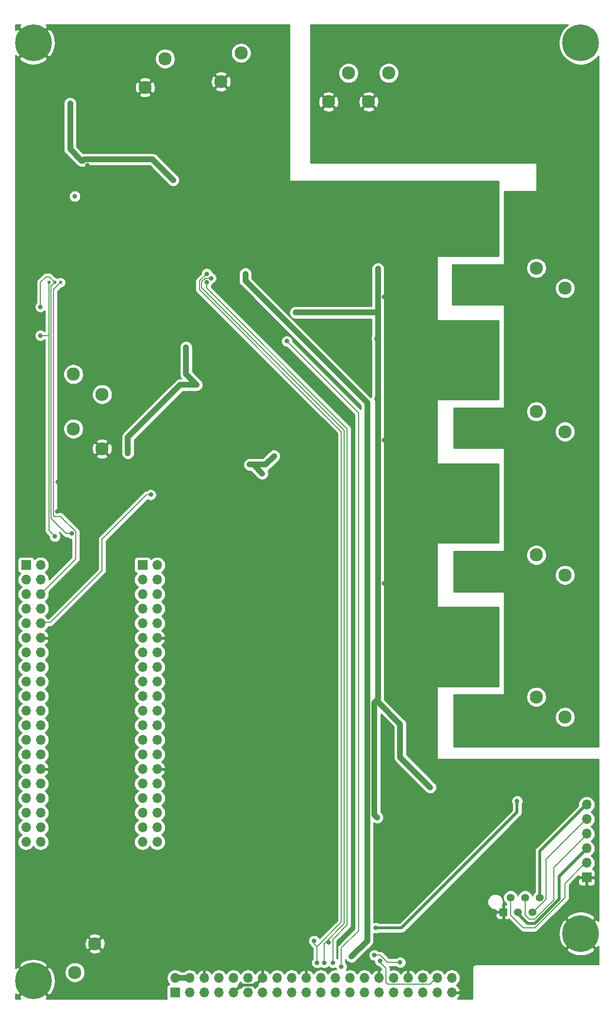
<source format=gbr>
G04 #@! TF.GenerationSoftware,KiCad,Pcbnew,(5.1.4)-1*
G04 #@! TF.CreationDate,2020-05-13T08:53:26-04:00*
G04 #@! TF.ProjectId,RPi_cape_proto,5250695f-6361-4706-955f-70726f746f2e,1.8*
G04 #@! TF.SameCoordinates,Original*
G04 #@! TF.FileFunction,Copper,L2,Bot*
G04 #@! TF.FilePolarity,Positive*
%FSLAX45Y45*%
G04 Gerber Fmt 4.5, Leading zero omitted, Abs format (unit mm)*
G04 Created by KiCad (PCBNEW (5.1.4)-1) date 2020-05-13 08:53:26*
%MOMM*%
%LPD*%
G04 APERTURE LIST*
%ADD10C,2.300000*%
%ADD11O,1.700000X1.700000*%
%ADD12R,1.700000X1.700000*%
%ADD13C,1.358000*%
%ADD14R,1.358000X1.358000*%
%ADD15C,0.800000*%
%ADD16C,6.400000*%
%ADD17C,3.000000*%
%ADD18C,0.620000*%
%ADD19C,0.500000*%
%ADD20C,1.000000*%
%ADD21C,0.200000*%
%ADD22C,0.254000*%
G04 APERTURE END LIST*
D10*
X4475000Y-17700000D03*
X3975000Y-17350000D03*
D11*
X5436000Y-25501000D03*
X5182000Y-25501000D03*
X5436000Y-25247000D03*
X5182000Y-25247000D03*
X5436000Y-24993000D03*
X5182000Y-24993000D03*
X5436000Y-24739000D03*
X5182000Y-24739000D03*
X5436000Y-24485000D03*
X5182000Y-24485000D03*
X5436000Y-24231000D03*
X5182000Y-24231000D03*
X5436000Y-23977000D03*
X5182000Y-23977000D03*
X5436000Y-23723000D03*
X5182000Y-23723000D03*
X5436000Y-23469000D03*
X5182000Y-23469000D03*
X5436000Y-23215000D03*
X5182000Y-23215000D03*
X5436000Y-22961000D03*
X5182000Y-22961000D03*
X5436000Y-22707000D03*
X5182000Y-22707000D03*
X5436000Y-22453000D03*
X5182000Y-22453000D03*
X5436000Y-22199000D03*
X5182000Y-22199000D03*
X5436000Y-21945000D03*
X5182000Y-21945000D03*
X5436000Y-21691000D03*
X5182000Y-21691000D03*
X5436000Y-21437000D03*
X5182000Y-21437000D03*
X5436000Y-21183000D03*
X5182000Y-21183000D03*
X5436000Y-20929000D03*
X5182000Y-20929000D03*
X5436000Y-20675000D03*
D12*
X5182000Y-20675000D03*
D11*
X3404000Y-25501000D03*
X3150000Y-25501000D03*
X3404000Y-25247000D03*
X3150000Y-25247000D03*
X3404000Y-24993000D03*
X3150000Y-24993000D03*
X3404000Y-24739000D03*
X3150000Y-24739000D03*
X3404000Y-24485000D03*
X3150000Y-24485000D03*
X3404000Y-24231000D03*
X3150000Y-24231000D03*
X3404000Y-23977000D03*
X3150000Y-23977000D03*
X3404000Y-23723000D03*
X3150000Y-23723000D03*
X3404000Y-23469000D03*
X3150000Y-23469000D03*
X3404000Y-23215000D03*
X3150000Y-23215000D03*
X3404000Y-22961000D03*
X3150000Y-22961000D03*
X3404000Y-22707000D03*
X3150000Y-22707000D03*
X3404000Y-22453000D03*
X3150000Y-22453000D03*
X3404000Y-22199000D03*
X3150000Y-22199000D03*
X3404000Y-21945000D03*
X3150000Y-21945000D03*
X3404000Y-21691000D03*
X3150000Y-21691000D03*
X3404000Y-21437000D03*
X3150000Y-21437000D03*
X3404000Y-21183000D03*
X3150000Y-21183000D03*
X3404000Y-20929000D03*
X3150000Y-20929000D03*
X3404000Y-20675000D03*
D12*
X3150000Y-20675000D03*
D13*
X12110000Y-26471000D03*
X11983000Y-26725000D03*
X11856000Y-26471000D03*
X11729000Y-26725000D03*
X11602000Y-26471000D03*
D14*
X11475000Y-26725000D03*
D10*
X8425000Y-12600000D03*
X8775000Y-12100000D03*
X9125000Y-12600000D03*
X9475000Y-12100000D03*
X12050000Y-22975000D03*
X12550000Y-23325000D03*
X12050000Y-20500000D03*
X12550000Y-20850000D03*
X12050000Y-18000000D03*
X12550000Y-18350000D03*
X12050000Y-15500000D03*
X12550000Y-15850000D03*
X5225000Y-12350000D03*
X5575000Y-11850000D03*
X4350000Y-27275000D03*
X4000000Y-27775000D03*
X6550000Y-12250000D03*
X6900000Y-11750000D03*
X4475000Y-18650000D03*
X3975000Y-18300000D03*
D15*
X3444706Y-11405294D03*
X3275000Y-11335000D03*
X3105294Y-11405294D03*
X3035000Y-11575000D03*
X3105294Y-11744706D03*
X3275000Y-11815000D03*
X3444706Y-11744706D03*
X3515000Y-11575000D03*
D16*
X3275000Y-11575000D03*
D15*
X12994706Y-11405294D03*
X12825000Y-11335000D03*
X12655294Y-11405294D03*
X12585000Y-11575000D03*
X12655294Y-11744706D03*
X12825000Y-11815000D03*
X12994706Y-11744706D03*
X13065000Y-11575000D03*
D16*
X12825000Y-11575000D03*
D15*
X3444706Y-27755294D03*
X3275000Y-27685000D03*
X3105294Y-27755294D03*
X3035000Y-27925000D03*
X3105294Y-28094706D03*
X3275000Y-28165000D03*
X3444706Y-28094706D03*
X3515000Y-27925000D03*
D16*
X3275000Y-27925000D03*
D15*
X12994706Y-26930294D03*
X12825000Y-26860000D03*
X12655294Y-26930294D03*
X12585000Y-27100000D03*
X12655294Y-27269706D03*
X12825000Y-27340000D03*
X12994706Y-27269706D03*
X13065000Y-27100000D03*
D16*
X12825000Y-27100000D03*
D11*
X12928000Y-24852000D03*
X12928000Y-25106000D03*
X12928000Y-25360000D03*
X12928000Y-25614000D03*
X12928000Y-25868000D03*
D12*
X12928000Y-26122000D03*
D11*
X10576000Y-27871000D03*
X10576000Y-28125000D03*
X10322000Y-27871000D03*
X10322000Y-28125000D03*
X10068000Y-27871000D03*
X10068000Y-28125000D03*
X9814000Y-27871000D03*
X9814000Y-28125000D03*
X9560000Y-27871000D03*
X9560000Y-28125000D03*
X9306000Y-27871000D03*
X9306000Y-28125000D03*
X9052000Y-27871000D03*
X9052000Y-28125000D03*
X8798000Y-27871000D03*
X8798000Y-28125000D03*
X8544000Y-27871000D03*
X8544000Y-28125000D03*
X8290000Y-27871000D03*
X8290000Y-28125000D03*
X8036000Y-27871000D03*
X8036000Y-28125000D03*
X7782000Y-27871000D03*
X7782000Y-28125000D03*
X7528000Y-27871000D03*
X7528000Y-28125000D03*
X7274000Y-27871000D03*
X7274000Y-28125000D03*
X7020000Y-27871000D03*
X7020000Y-28125000D03*
X6766000Y-27871000D03*
X6766000Y-28125000D03*
X6512000Y-27871000D03*
X6512000Y-28125000D03*
X6258000Y-27871000D03*
X6258000Y-28125000D03*
X6004000Y-27871000D03*
X6004000Y-28125000D03*
X5750000Y-27871000D03*
D12*
X5750000Y-28125000D03*
D17*
X11175000Y-22375000D03*
D15*
X3705000Y-19230000D03*
X3695000Y-19740000D03*
X7365000Y-18135000D03*
X7265000Y-17435000D03*
X6172789Y-17677501D03*
X6007501Y-17677501D03*
X5100000Y-16870000D03*
X9563000Y-15217000D03*
X3200000Y-12210000D03*
X4220000Y-13310000D03*
X4720000Y-14510000D03*
X4000000Y-14030000D03*
X4220000Y-13710000D03*
X3660000Y-12670000D03*
X4760000Y-12750000D03*
X4560000Y-12250000D03*
X6380000Y-13395000D03*
X5755000Y-13685000D03*
X7680000Y-13730000D03*
X11550000Y-24985000D03*
X11550000Y-25745000D03*
X3525000Y-15025000D03*
X6575000Y-15450000D03*
X3500000Y-15450000D03*
X6600000Y-15000000D03*
X4575000Y-27825000D03*
X7100000Y-22900000D03*
X4600000Y-15800000D03*
X10575000Y-14150000D03*
X9900000Y-14650000D03*
X9393999Y-16000000D03*
X10100000Y-15800000D03*
X9563000Y-17717000D03*
X9900000Y-17150000D03*
X9393999Y-18500000D03*
X10100000Y-18300000D03*
X9563000Y-20217000D03*
X9900000Y-19650000D03*
X9393999Y-21000000D03*
X10100000Y-20800000D03*
X9563000Y-22717000D03*
X9900000Y-22150000D03*
X9393999Y-23500000D03*
X10100000Y-23300000D03*
X10775000Y-16450000D03*
X10775000Y-18950000D03*
X10775000Y-21450000D03*
D18*
X4875000Y-15050000D03*
X4925000Y-15325000D03*
X5125000Y-15050000D03*
D15*
X5898503Y-17692612D03*
D18*
X7700000Y-18545700D03*
X7100000Y-18545700D03*
X7152805Y-19372195D03*
X8065002Y-18275000D03*
X6825000Y-18850000D03*
X8000000Y-19025000D03*
D15*
X12895000Y-14345000D03*
X12895000Y-14165000D03*
X11340000Y-13285000D03*
X11425000Y-13370000D03*
X10700000Y-15825000D03*
X10725000Y-16025000D03*
X12895000Y-16845000D03*
X12895000Y-16665000D03*
X10700000Y-18325000D03*
X10725000Y-18525000D03*
X12895000Y-19345000D03*
X12895000Y-19165000D03*
X10700000Y-20825000D03*
X10725000Y-21025000D03*
X12895000Y-21845000D03*
X12895000Y-21665000D03*
X10700000Y-23325000D03*
X10725000Y-23525000D03*
X10625000Y-13250000D03*
X4120000Y-13630000D03*
X3920000Y-12630000D03*
X5715000Y-13965000D03*
D18*
X7050000Y-18925000D03*
X7268750Y-19081250D03*
X7475000Y-18775000D03*
D15*
X9290000Y-15510000D03*
X9290000Y-18010000D03*
X9290000Y-20510000D03*
X9290000Y-23010000D03*
X4925000Y-18725000D03*
X6125000Y-17535000D03*
X5940000Y-16880500D03*
D17*
X11175000Y-19875000D03*
X11175000Y-17375000D03*
X11175000Y-14875000D03*
D15*
X5115000Y-15890000D03*
X10400000Y-14075000D03*
X8500000Y-15575000D03*
D18*
X7175000Y-20075000D03*
D15*
X6875000Y-14250000D03*
X6250000Y-18800000D03*
X4050000Y-20750000D03*
X11095000Y-11980000D03*
X10200000Y-24550000D03*
X7850000Y-16275000D03*
X9271497Y-25075000D03*
X7700000Y-16775000D03*
X8650000Y-27675000D03*
X11715000Y-24790000D03*
X9250000Y-27000000D03*
X8425000Y-27250000D03*
X3400000Y-16675000D03*
D18*
X3550000Y-15750000D03*
X3650000Y-15750000D03*
X3750000Y-15750000D03*
D15*
X6975000Y-15600000D03*
X8825000Y-27500000D03*
X4000000Y-14250000D03*
X9325000Y-27575000D03*
X9225000Y-27475000D03*
X9675000Y-27600000D03*
X6300000Y-15750000D03*
X8500000Y-27606000D03*
X6375000Y-15675000D03*
X8350000Y-27606000D03*
X6300000Y-15600000D03*
X8175000Y-27225000D03*
X8225000Y-27606000D03*
X3650000Y-20175000D03*
X3950000Y-20125000D03*
X3400000Y-16175000D03*
X5325000Y-19450000D03*
D19*
X11729000Y-26754000D02*
X11729000Y-26725000D01*
X12928000Y-25622000D02*
X12450000Y-26100000D01*
X12928000Y-25614000D02*
X12928000Y-25622000D01*
X12450000Y-26100000D02*
X12450000Y-26500000D01*
X12450000Y-26500000D02*
X12025000Y-26925000D01*
X12025000Y-26925000D02*
X11900000Y-26925000D01*
X11900000Y-26925000D02*
X11729000Y-26754000D01*
X7146000Y-27999000D02*
X7274000Y-27871000D01*
X6901000Y-27999000D02*
X7146000Y-27999000D01*
X6766000Y-28125000D02*
X6775000Y-28125000D01*
X6775000Y-28125000D02*
X6901000Y-27999000D01*
D20*
X7112500Y-18925000D02*
X7268750Y-19081250D01*
X7050000Y-18925000D02*
X7112500Y-18925000D01*
X7325000Y-18925000D02*
X7475000Y-18775000D01*
X7050000Y-18925000D02*
X7325000Y-18925000D01*
X3920000Y-13430000D02*
X4120000Y-13630000D01*
X3920000Y-12630000D02*
X3920000Y-13430000D01*
X5354000Y-13604000D02*
X5715000Y-13965000D01*
X4169120Y-13604000D02*
X5354000Y-13604000D01*
X4143120Y-13630000D02*
X4169120Y-13604000D01*
X4120000Y-13630000D02*
X4143120Y-13630000D01*
X9287999Y-18007999D02*
X9290000Y-18010000D01*
X9290000Y-15510000D02*
X9287999Y-15512001D01*
X9287999Y-20507999D02*
X9290000Y-20510000D01*
X9287999Y-18012001D02*
X9287999Y-20507999D01*
X9290000Y-18010000D02*
X9287999Y-18012001D01*
X9287999Y-23007999D02*
X9290000Y-23010000D01*
X9287999Y-20817001D02*
X9287999Y-23007999D01*
X9290000Y-20815000D02*
X9287999Y-20817001D01*
X9290000Y-20510000D02*
X9290000Y-20815000D01*
X9290000Y-23010000D02*
X9290000Y-23065000D01*
X9290000Y-23065000D02*
X9675000Y-23450000D01*
X9675000Y-23450000D02*
X9675000Y-24025000D01*
X9675000Y-24025000D02*
X10200000Y-24550000D01*
X9275998Y-16725000D02*
X9287999Y-16737001D01*
X9275998Y-17775000D02*
X9287999Y-17787001D01*
X9287999Y-16737001D02*
X9287999Y-17787001D01*
X9287999Y-17787001D02*
X9287999Y-18007999D01*
X9275000Y-16275000D02*
X9287999Y-16262001D01*
X7850000Y-16275000D02*
X9275000Y-16275000D01*
X9287999Y-15512001D02*
X9287999Y-16262001D01*
X9287999Y-16262001D02*
X9287999Y-16737001D01*
X9275000Y-25075000D02*
X9271497Y-25075000D01*
X9225000Y-23075000D02*
X9290000Y-23010000D01*
X9271497Y-25075000D02*
X9225000Y-25028503D01*
X9225000Y-25028503D02*
X9225000Y-23075000D01*
X5940000Y-17350000D02*
X6125000Y-17535000D01*
X5940000Y-16880500D02*
X5940000Y-17350000D01*
X4925000Y-18450000D02*
X4925000Y-18725000D01*
X6125000Y-17535000D02*
X5840000Y-17535000D01*
X5840000Y-17535000D02*
X4925000Y-18450000D01*
D21*
X7875000Y-16950000D02*
X7700000Y-16775000D01*
X7875000Y-16950000D02*
X8950000Y-18025000D01*
X8950000Y-18025000D02*
X8950000Y-19625000D01*
X8950000Y-19625000D02*
X8950000Y-27050000D01*
X8950000Y-27050000D02*
X8650000Y-27350000D01*
X8650000Y-27350000D02*
X8650000Y-27675000D01*
D20*
X6004000Y-27871000D02*
X5750000Y-27871000D01*
D19*
X11715000Y-24985000D02*
X11715000Y-24790000D01*
X9250000Y-27000000D02*
X9700000Y-27000000D01*
X9700000Y-27000000D02*
X11715000Y-24985000D01*
D20*
X6975000Y-15725000D02*
X6975000Y-15600000D01*
X9100000Y-17850000D02*
X6975000Y-15725000D01*
X8825000Y-27500000D02*
X9100000Y-27225000D01*
X9100000Y-27225000D02*
X9100000Y-17850000D01*
D21*
X10322000Y-27871000D02*
X10304000Y-27871000D01*
X10193000Y-27982000D02*
X9457000Y-27982000D01*
X10304000Y-27871000D02*
X10193000Y-27982000D01*
X9457000Y-27982000D02*
X9425000Y-27950000D01*
X9425000Y-27950000D02*
X9425000Y-27700000D01*
X9425000Y-27700000D02*
X9325000Y-27600000D01*
X9325000Y-27600000D02*
X9325000Y-27575000D01*
X9225000Y-27475000D02*
X9325000Y-27475000D01*
X9325000Y-27475000D02*
X9450000Y-27600000D01*
X9450000Y-27600000D02*
X9675000Y-27600000D01*
X6512000Y-28125000D02*
X6512000Y-28088000D01*
X6300000Y-15850000D02*
X6300000Y-15750000D01*
X8750000Y-18300000D02*
X6300000Y-15850000D01*
X8750000Y-26950000D02*
X8750000Y-18300000D01*
X8500000Y-27606000D02*
X8500000Y-27200000D01*
X8500000Y-27200000D02*
X8750000Y-26950000D01*
X8350000Y-27606000D02*
X8350000Y-27275000D01*
X8375000Y-27250000D02*
X8350000Y-27275000D01*
X8425000Y-27250000D02*
X8375000Y-27250000D01*
X8700000Y-26925000D02*
X8350000Y-27275000D01*
X8700000Y-18325000D02*
X8700000Y-26925000D01*
X6211001Y-15836001D02*
X8700000Y-18325000D01*
X6211001Y-15739912D02*
X6211001Y-15836001D01*
X6375000Y-15675000D02*
X6275913Y-15675000D01*
X6275913Y-15675000D02*
X6211001Y-15739912D01*
X8225000Y-27325000D02*
X8225000Y-27606000D01*
X8175000Y-27275000D02*
X8225000Y-27325000D01*
X8175000Y-27225000D02*
X8175000Y-27275000D01*
X8650000Y-26900000D02*
X8225000Y-27325000D01*
X8650000Y-18350000D02*
X8650000Y-26900000D01*
X6175000Y-15875000D02*
X8650000Y-18350000D01*
X6300000Y-15600000D02*
X6175000Y-15725000D01*
X6175000Y-15725000D02*
X6175000Y-15875000D01*
X3550000Y-20075000D02*
X3650000Y-20175000D01*
X3400000Y-16675000D02*
X3550000Y-16675000D01*
X3550000Y-15750000D02*
X3550000Y-16675000D01*
X3550000Y-16675000D02*
X3550000Y-20075000D01*
X3586001Y-19861001D02*
X3850000Y-20125000D01*
X3650000Y-15750000D02*
X3586001Y-15813999D01*
X3850000Y-20125000D02*
X3950000Y-20125000D01*
X3586001Y-15813999D02*
X3586001Y-19861001D01*
X3400000Y-16175000D02*
X3400000Y-15750000D01*
X3400000Y-15750000D02*
X3500000Y-15650000D01*
X3550000Y-15650000D02*
X3650000Y-15750000D01*
X3500000Y-15650000D02*
X3550000Y-15650000D01*
D19*
X12923000Y-24852000D02*
X12928000Y-24852000D01*
X12110000Y-26471000D02*
X12110000Y-25665000D01*
X12110000Y-25665000D02*
X12923000Y-24852000D01*
D21*
X5425000Y-21250000D02*
X5400000Y-21250000D01*
X5325000Y-19450000D02*
X5250000Y-19450000D01*
X5250000Y-19450000D02*
X4475000Y-20225000D01*
X4475000Y-20225000D02*
X4475000Y-20775000D01*
X4475000Y-20775000D02*
X3575000Y-21675000D01*
X11856000Y-26781000D02*
X11856000Y-26471000D01*
X12928000Y-25372000D02*
X12354750Y-25945250D01*
X12928000Y-25360000D02*
X12928000Y-25372000D01*
X12354750Y-25945250D02*
X12354750Y-26520250D01*
X12354750Y-26520250D02*
X12025000Y-26850000D01*
X12025000Y-26850000D02*
X11925000Y-26850000D01*
X11925000Y-26850000D02*
X11856000Y-26781000D01*
X12907000Y-25868000D02*
X12550000Y-26225000D01*
X12928000Y-25868000D02*
X12907000Y-25868000D01*
X12550000Y-26225000D02*
X12550000Y-26475000D01*
X11602000Y-26777000D02*
X11602000Y-26471000D01*
X12550000Y-26475000D02*
X12025000Y-27000000D01*
X12025000Y-27000000D02*
X11825000Y-27000000D01*
X11825000Y-27000000D02*
X11602000Y-26777000D01*
X11995500Y-26725000D02*
X11983000Y-26725000D01*
X12222750Y-26497750D02*
X11995500Y-26725000D01*
X12222750Y-25802250D02*
X12222750Y-26497750D01*
X12928000Y-25106000D02*
X12919000Y-25106000D01*
X12919000Y-25106000D02*
X12222750Y-25802250D01*
X3625000Y-19825000D02*
X3625000Y-15875000D01*
X4016000Y-20093320D02*
X3747680Y-19825000D01*
X3625000Y-15875000D02*
X3750000Y-15750000D01*
X4016000Y-20571000D02*
X4016000Y-20093320D01*
X3747680Y-19825000D02*
X3625000Y-19825000D01*
X3404000Y-21183000D02*
X4016000Y-20571000D01*
X3420000Y-21675000D02*
X3404000Y-21691000D01*
X3575000Y-21675000D02*
X3420000Y-21675000D01*
D22*
G36*
X12580533Y-11277116D02*
G01*
X12527116Y-11330533D01*
X12485147Y-11393345D01*
X12456238Y-11463137D01*
X12441500Y-11537228D01*
X12441500Y-11612771D01*
X12456238Y-11686863D01*
X12485147Y-11756655D01*
X12527116Y-11819467D01*
X12580533Y-11872884D01*
X12643345Y-11914853D01*
X12713137Y-11943762D01*
X12787228Y-11958500D01*
X12862771Y-11958500D01*
X12936863Y-11943762D01*
X13006655Y-11914853D01*
X13069467Y-11872884D01*
X13122884Y-11819467D01*
X13137300Y-11797892D01*
X13137300Y-23837300D01*
X10612700Y-23837300D01*
X10612700Y-23307419D01*
X12371500Y-23307419D01*
X12371500Y-23342581D01*
X12378360Y-23377066D01*
X12391815Y-23409551D01*
X12411350Y-23438787D01*
X12436213Y-23463650D01*
X12465448Y-23483185D01*
X12497933Y-23496640D01*
X12532419Y-23503500D01*
X12567581Y-23503500D01*
X12602066Y-23496640D01*
X12634551Y-23483185D01*
X12663787Y-23463650D01*
X12688650Y-23438787D01*
X12708185Y-23409551D01*
X12721640Y-23377066D01*
X12728500Y-23342581D01*
X12728500Y-23307419D01*
X12721640Y-23272933D01*
X12708185Y-23240448D01*
X12688650Y-23211213D01*
X12663787Y-23186350D01*
X12634551Y-23166815D01*
X12602066Y-23153360D01*
X12567581Y-23146500D01*
X12532419Y-23146500D01*
X12497933Y-23153360D01*
X12465448Y-23166815D01*
X12436213Y-23186350D01*
X12411350Y-23211213D01*
X12391815Y-23240448D01*
X12378360Y-23272933D01*
X12371500Y-23307419D01*
X10612700Y-23307419D01*
X10612700Y-22957419D01*
X11871500Y-22957419D01*
X11871500Y-22992581D01*
X11878360Y-23027066D01*
X11891815Y-23059551D01*
X11911350Y-23088787D01*
X11936213Y-23113650D01*
X11965448Y-23133185D01*
X11997933Y-23146640D01*
X12032419Y-23153500D01*
X12067581Y-23153500D01*
X12102066Y-23146640D01*
X12134551Y-23133185D01*
X12163787Y-23113650D01*
X12188650Y-23088787D01*
X12208185Y-23059551D01*
X12221640Y-23027066D01*
X12228500Y-22992581D01*
X12228500Y-22957419D01*
X12221640Y-22922933D01*
X12208185Y-22890448D01*
X12188650Y-22861213D01*
X12163787Y-22836350D01*
X12134551Y-22816815D01*
X12102066Y-22803360D01*
X12067581Y-22796500D01*
X12032419Y-22796500D01*
X11997933Y-22803360D01*
X11965448Y-22816815D01*
X11936213Y-22836350D01*
X11911350Y-22861213D01*
X11891815Y-22890448D01*
X11878360Y-22922933D01*
X11871500Y-22957419D01*
X10612700Y-22957419D01*
X10612700Y-22937700D01*
X11475000Y-22937700D01*
X11477478Y-22937456D01*
X11479860Y-22936733D01*
X11482056Y-22935560D01*
X11483980Y-22933980D01*
X11485560Y-22932056D01*
X11486733Y-22929860D01*
X11487456Y-22927478D01*
X11487700Y-22925000D01*
X11487700Y-21150000D01*
X11487456Y-21147522D01*
X11486733Y-21145140D01*
X11485560Y-21142944D01*
X11483980Y-21141020D01*
X11482056Y-21139440D01*
X11479860Y-21138267D01*
X11477478Y-21137544D01*
X11475000Y-21137300D01*
X10612700Y-21137300D01*
X10612700Y-20832419D01*
X12371500Y-20832419D01*
X12371500Y-20867581D01*
X12378360Y-20902067D01*
X12391815Y-20934552D01*
X12411350Y-20963787D01*
X12436213Y-20988650D01*
X12465448Y-21008185D01*
X12497933Y-21021640D01*
X12532419Y-21028500D01*
X12567581Y-21028500D01*
X12602066Y-21021640D01*
X12634551Y-21008185D01*
X12663787Y-20988650D01*
X12688650Y-20963787D01*
X12708185Y-20934552D01*
X12721640Y-20902067D01*
X12728500Y-20867581D01*
X12728500Y-20832419D01*
X12721640Y-20797934D01*
X12708185Y-20765449D01*
X12688650Y-20736213D01*
X12663787Y-20711350D01*
X12634551Y-20691815D01*
X12602066Y-20678360D01*
X12567581Y-20671500D01*
X12532419Y-20671500D01*
X12497933Y-20678360D01*
X12465448Y-20691815D01*
X12436213Y-20711350D01*
X12411350Y-20736213D01*
X12391815Y-20765449D01*
X12378360Y-20797934D01*
X12371500Y-20832419D01*
X10612700Y-20832419D01*
X10612700Y-20482419D01*
X11871500Y-20482419D01*
X11871500Y-20517581D01*
X11878360Y-20552067D01*
X11891815Y-20584552D01*
X11911350Y-20613787D01*
X11936213Y-20638650D01*
X11965448Y-20658185D01*
X11997933Y-20671640D01*
X12032419Y-20678500D01*
X12067581Y-20678500D01*
X12102066Y-20671640D01*
X12134551Y-20658185D01*
X12163787Y-20638650D01*
X12188650Y-20613787D01*
X12208185Y-20584552D01*
X12221640Y-20552067D01*
X12228500Y-20517581D01*
X12228500Y-20482419D01*
X12221640Y-20447934D01*
X12208185Y-20415449D01*
X12188650Y-20386213D01*
X12163787Y-20361350D01*
X12134551Y-20341815D01*
X12102066Y-20328360D01*
X12067581Y-20321500D01*
X12032419Y-20321500D01*
X11997933Y-20328360D01*
X11965448Y-20341815D01*
X11936213Y-20361350D01*
X11911350Y-20386213D01*
X11891815Y-20415449D01*
X11878360Y-20447934D01*
X11871500Y-20482419D01*
X10612700Y-20482419D01*
X10612700Y-20437700D01*
X11475000Y-20437700D01*
X11477478Y-20437456D01*
X11479860Y-20436733D01*
X11482056Y-20435560D01*
X11483980Y-20433980D01*
X11485560Y-20432056D01*
X11486733Y-20429860D01*
X11487456Y-20427478D01*
X11487700Y-20425000D01*
X11487700Y-18650000D01*
X11487456Y-18647522D01*
X11486733Y-18645140D01*
X11485560Y-18642944D01*
X11483980Y-18641020D01*
X11482056Y-18639440D01*
X11479860Y-18638267D01*
X11477478Y-18637544D01*
X11475000Y-18637300D01*
X10612700Y-18637300D01*
X10612700Y-18332419D01*
X12371500Y-18332419D01*
X12371500Y-18367581D01*
X12378360Y-18402067D01*
X12391815Y-18434552D01*
X12411350Y-18463787D01*
X12436213Y-18488650D01*
X12465448Y-18508185D01*
X12497933Y-18521640D01*
X12532419Y-18528500D01*
X12567581Y-18528500D01*
X12602066Y-18521640D01*
X12634551Y-18508185D01*
X12663787Y-18488650D01*
X12688650Y-18463787D01*
X12708185Y-18434552D01*
X12721640Y-18402067D01*
X12728500Y-18367581D01*
X12728500Y-18332419D01*
X12721640Y-18297934D01*
X12708185Y-18265449D01*
X12688650Y-18236213D01*
X12663787Y-18211350D01*
X12634551Y-18191815D01*
X12602066Y-18178360D01*
X12567581Y-18171500D01*
X12532419Y-18171500D01*
X12497933Y-18178360D01*
X12465448Y-18191815D01*
X12436213Y-18211350D01*
X12411350Y-18236213D01*
X12391815Y-18265449D01*
X12378360Y-18297934D01*
X12371500Y-18332419D01*
X10612700Y-18332419D01*
X10612700Y-17982419D01*
X11871500Y-17982419D01*
X11871500Y-18017581D01*
X11878360Y-18052067D01*
X11891815Y-18084552D01*
X11911350Y-18113787D01*
X11936213Y-18138650D01*
X11965448Y-18158185D01*
X11997933Y-18171640D01*
X12032419Y-18178500D01*
X12067581Y-18178500D01*
X12102066Y-18171640D01*
X12134551Y-18158185D01*
X12163787Y-18138650D01*
X12188650Y-18113787D01*
X12208185Y-18084552D01*
X12221640Y-18052067D01*
X12228500Y-18017581D01*
X12228500Y-17982419D01*
X12221640Y-17947934D01*
X12208185Y-17915449D01*
X12188650Y-17886213D01*
X12163787Y-17861350D01*
X12134551Y-17841815D01*
X12102066Y-17828360D01*
X12067581Y-17821500D01*
X12032419Y-17821500D01*
X11997933Y-17828360D01*
X11965448Y-17841815D01*
X11936213Y-17861350D01*
X11911350Y-17886213D01*
X11891815Y-17915449D01*
X11878360Y-17947934D01*
X11871500Y-17982419D01*
X10612700Y-17982419D01*
X10612700Y-17937700D01*
X11475000Y-17937700D01*
X11477478Y-17937456D01*
X11479860Y-17936733D01*
X11482056Y-17935560D01*
X11483980Y-17933980D01*
X11485560Y-17932056D01*
X11486733Y-17929860D01*
X11487456Y-17927478D01*
X11487700Y-17925000D01*
X11487700Y-16150000D01*
X11487456Y-16147522D01*
X11486733Y-16145140D01*
X11485560Y-16142944D01*
X11483980Y-16141020D01*
X11482056Y-16139440D01*
X11479860Y-16138267D01*
X11477478Y-16137544D01*
X11475000Y-16137300D01*
X10587700Y-16137300D01*
X10587700Y-15832419D01*
X12371500Y-15832419D01*
X12371500Y-15867581D01*
X12378360Y-15902066D01*
X12391815Y-15934551D01*
X12411350Y-15963787D01*
X12436213Y-15988650D01*
X12465448Y-16008185D01*
X12497933Y-16021640D01*
X12532419Y-16028500D01*
X12567581Y-16028500D01*
X12602066Y-16021640D01*
X12634551Y-16008185D01*
X12663787Y-15988650D01*
X12688650Y-15963787D01*
X12708185Y-15934551D01*
X12721640Y-15902066D01*
X12728500Y-15867581D01*
X12728500Y-15832419D01*
X12721640Y-15797933D01*
X12708185Y-15765448D01*
X12688650Y-15736213D01*
X12663787Y-15711350D01*
X12634551Y-15691815D01*
X12602066Y-15678360D01*
X12567581Y-15671500D01*
X12532419Y-15671500D01*
X12497933Y-15678360D01*
X12465448Y-15691815D01*
X12436213Y-15711350D01*
X12411350Y-15736213D01*
X12391815Y-15765448D01*
X12378360Y-15797933D01*
X12371500Y-15832419D01*
X10587700Y-15832419D01*
X10587700Y-15482419D01*
X11871500Y-15482419D01*
X11871500Y-15517581D01*
X11878360Y-15552066D01*
X11891815Y-15584551D01*
X11911350Y-15613787D01*
X11936213Y-15638650D01*
X11965448Y-15658185D01*
X11997933Y-15671640D01*
X12032419Y-15678500D01*
X12067581Y-15678500D01*
X12102066Y-15671640D01*
X12134551Y-15658185D01*
X12163787Y-15638650D01*
X12188650Y-15613787D01*
X12208185Y-15584551D01*
X12221640Y-15552066D01*
X12228500Y-15517581D01*
X12228500Y-15482419D01*
X12221640Y-15447933D01*
X12208185Y-15415448D01*
X12188650Y-15386213D01*
X12163787Y-15361350D01*
X12134551Y-15341815D01*
X12102066Y-15328360D01*
X12067581Y-15321500D01*
X12032419Y-15321500D01*
X11997933Y-15328360D01*
X11965448Y-15341815D01*
X11936213Y-15361350D01*
X11911350Y-15386213D01*
X11891815Y-15415448D01*
X11878360Y-15447933D01*
X11871500Y-15482419D01*
X10587700Y-15482419D01*
X10587700Y-15437700D01*
X11475000Y-15437700D01*
X11477478Y-15437456D01*
X11479860Y-15436733D01*
X11482056Y-15435560D01*
X11483980Y-15433980D01*
X11485560Y-15432056D01*
X11486733Y-15429860D01*
X11487456Y-15427478D01*
X11487700Y-15425000D01*
X11487700Y-14162700D01*
X12050000Y-14162700D01*
X12052478Y-14162456D01*
X12054860Y-14161733D01*
X12057056Y-14160560D01*
X12058980Y-14158980D01*
X12060560Y-14157056D01*
X12061733Y-14154860D01*
X12062456Y-14152478D01*
X12062700Y-14150000D01*
X12062700Y-13675000D01*
X12062456Y-13672522D01*
X12061733Y-13670140D01*
X12060560Y-13667944D01*
X12058980Y-13666020D01*
X12057056Y-13664440D01*
X12054860Y-13663267D01*
X12052478Y-13662544D01*
X12050000Y-13662300D01*
X8112700Y-13662300D01*
X8112700Y-12724235D01*
X8318726Y-12724235D01*
X8330112Y-12752209D01*
X8361630Y-12767796D01*
X8395583Y-12776935D01*
X8430666Y-12779274D01*
X8465532Y-12774724D01*
X8498840Y-12763459D01*
X8519888Y-12752209D01*
X8531274Y-12724235D01*
X9018726Y-12724235D01*
X9030112Y-12752209D01*
X9061630Y-12767796D01*
X9095583Y-12776935D01*
X9130666Y-12779274D01*
X9165532Y-12774724D01*
X9198840Y-12763459D01*
X9219888Y-12752209D01*
X9231274Y-12724235D01*
X9125000Y-12617960D01*
X9018726Y-12724235D01*
X8531274Y-12724235D01*
X8425000Y-12617960D01*
X8318726Y-12724235D01*
X8112700Y-12724235D01*
X8112700Y-12605666D01*
X8245726Y-12605666D01*
X8250276Y-12640532D01*
X8261541Y-12673840D01*
X8272791Y-12694888D01*
X8300765Y-12706274D01*
X8407040Y-12600000D01*
X8442961Y-12600000D01*
X8549235Y-12706274D01*
X8577209Y-12694888D01*
X8592796Y-12663370D01*
X8601935Y-12629417D01*
X8603519Y-12605666D01*
X8945726Y-12605666D01*
X8950276Y-12640532D01*
X8961541Y-12673840D01*
X8972791Y-12694888D01*
X9000765Y-12706274D01*
X9107040Y-12600000D01*
X9142961Y-12600000D01*
X9249235Y-12706274D01*
X9277209Y-12694888D01*
X9292796Y-12663370D01*
X9301935Y-12629417D01*
X9304274Y-12594334D01*
X9299724Y-12559468D01*
X9288459Y-12526160D01*
X9277209Y-12505112D01*
X9249235Y-12493726D01*
X9142961Y-12600000D01*
X9107040Y-12600000D01*
X9000765Y-12493726D01*
X8972791Y-12505112D01*
X8957204Y-12536630D01*
X8948065Y-12570583D01*
X8945726Y-12605666D01*
X8603519Y-12605666D01*
X8604274Y-12594334D01*
X8599724Y-12559468D01*
X8588459Y-12526160D01*
X8577209Y-12505112D01*
X8549235Y-12493726D01*
X8442961Y-12600000D01*
X8407040Y-12600000D01*
X8300765Y-12493726D01*
X8272791Y-12505112D01*
X8257204Y-12536630D01*
X8248065Y-12570583D01*
X8245726Y-12605666D01*
X8112700Y-12605666D01*
X8112700Y-12475765D01*
X8318726Y-12475765D01*
X8425000Y-12582039D01*
X8531274Y-12475765D01*
X9018726Y-12475765D01*
X9125000Y-12582039D01*
X9231274Y-12475765D01*
X9219888Y-12447791D01*
X9188370Y-12432204D01*
X9154417Y-12423065D01*
X9119334Y-12420726D01*
X9084468Y-12425276D01*
X9051160Y-12436541D01*
X9030112Y-12447791D01*
X9018726Y-12475765D01*
X8531274Y-12475765D01*
X8519888Y-12447791D01*
X8488370Y-12432204D01*
X8454417Y-12423065D01*
X8419334Y-12420726D01*
X8384468Y-12425276D01*
X8351160Y-12436541D01*
X8330112Y-12447791D01*
X8318726Y-12475765D01*
X8112700Y-12475765D01*
X8112700Y-12082419D01*
X8596500Y-12082419D01*
X8596500Y-12117581D01*
X8603360Y-12152066D01*
X8616815Y-12184551D01*
X8636350Y-12213787D01*
X8661213Y-12238650D01*
X8690449Y-12258185D01*
X8722934Y-12271640D01*
X8757419Y-12278500D01*
X8792581Y-12278500D01*
X8827067Y-12271640D01*
X8859552Y-12258185D01*
X8888787Y-12238650D01*
X8913650Y-12213787D01*
X8933185Y-12184551D01*
X8946640Y-12152066D01*
X8953500Y-12117581D01*
X8953500Y-12082419D01*
X9296500Y-12082419D01*
X9296500Y-12117581D01*
X9303360Y-12152066D01*
X9316815Y-12184551D01*
X9336350Y-12213787D01*
X9361213Y-12238650D01*
X9390449Y-12258185D01*
X9422934Y-12271640D01*
X9457419Y-12278500D01*
X9492581Y-12278500D01*
X9527067Y-12271640D01*
X9559552Y-12258185D01*
X9588787Y-12238650D01*
X9613650Y-12213787D01*
X9633185Y-12184551D01*
X9646640Y-12152066D01*
X9653500Y-12117581D01*
X9653500Y-12082419D01*
X9646640Y-12047933D01*
X9633185Y-12015448D01*
X9613650Y-11986213D01*
X9588787Y-11961350D01*
X9559552Y-11941815D01*
X9527067Y-11928360D01*
X9492581Y-11921500D01*
X9457419Y-11921500D01*
X9422934Y-11928360D01*
X9390449Y-11941815D01*
X9361213Y-11961350D01*
X9336350Y-11986213D01*
X9316815Y-12015448D01*
X9303360Y-12047933D01*
X9296500Y-12082419D01*
X8953500Y-12082419D01*
X8946640Y-12047933D01*
X8933185Y-12015448D01*
X8913650Y-11986213D01*
X8888787Y-11961350D01*
X8859552Y-11941815D01*
X8827067Y-11928360D01*
X8792581Y-11921500D01*
X8757419Y-11921500D01*
X8722934Y-11928360D01*
X8690449Y-11941815D01*
X8661213Y-11961350D01*
X8636350Y-11986213D01*
X8616815Y-12015448D01*
X8603360Y-12047933D01*
X8596500Y-12082419D01*
X8112700Y-12082419D01*
X8112700Y-11262700D01*
X12602108Y-11262700D01*
X12580533Y-11277116D01*
X12580533Y-11277116D01*
G37*
X12580533Y-11277116D02*
X12527116Y-11330533D01*
X12485147Y-11393345D01*
X12456238Y-11463137D01*
X12441500Y-11537228D01*
X12441500Y-11612771D01*
X12456238Y-11686863D01*
X12485147Y-11756655D01*
X12527116Y-11819467D01*
X12580533Y-11872884D01*
X12643345Y-11914853D01*
X12713137Y-11943762D01*
X12787228Y-11958500D01*
X12862771Y-11958500D01*
X12936863Y-11943762D01*
X13006655Y-11914853D01*
X13069467Y-11872884D01*
X13122884Y-11819467D01*
X13137300Y-11797892D01*
X13137300Y-23837300D01*
X10612700Y-23837300D01*
X10612700Y-23307419D01*
X12371500Y-23307419D01*
X12371500Y-23342581D01*
X12378360Y-23377066D01*
X12391815Y-23409551D01*
X12411350Y-23438787D01*
X12436213Y-23463650D01*
X12465448Y-23483185D01*
X12497933Y-23496640D01*
X12532419Y-23503500D01*
X12567581Y-23503500D01*
X12602066Y-23496640D01*
X12634551Y-23483185D01*
X12663787Y-23463650D01*
X12688650Y-23438787D01*
X12708185Y-23409551D01*
X12721640Y-23377066D01*
X12728500Y-23342581D01*
X12728500Y-23307419D01*
X12721640Y-23272933D01*
X12708185Y-23240448D01*
X12688650Y-23211213D01*
X12663787Y-23186350D01*
X12634551Y-23166815D01*
X12602066Y-23153360D01*
X12567581Y-23146500D01*
X12532419Y-23146500D01*
X12497933Y-23153360D01*
X12465448Y-23166815D01*
X12436213Y-23186350D01*
X12411350Y-23211213D01*
X12391815Y-23240448D01*
X12378360Y-23272933D01*
X12371500Y-23307419D01*
X10612700Y-23307419D01*
X10612700Y-22957419D01*
X11871500Y-22957419D01*
X11871500Y-22992581D01*
X11878360Y-23027066D01*
X11891815Y-23059551D01*
X11911350Y-23088787D01*
X11936213Y-23113650D01*
X11965448Y-23133185D01*
X11997933Y-23146640D01*
X12032419Y-23153500D01*
X12067581Y-23153500D01*
X12102066Y-23146640D01*
X12134551Y-23133185D01*
X12163787Y-23113650D01*
X12188650Y-23088787D01*
X12208185Y-23059551D01*
X12221640Y-23027066D01*
X12228500Y-22992581D01*
X12228500Y-22957419D01*
X12221640Y-22922933D01*
X12208185Y-22890448D01*
X12188650Y-22861213D01*
X12163787Y-22836350D01*
X12134551Y-22816815D01*
X12102066Y-22803360D01*
X12067581Y-22796500D01*
X12032419Y-22796500D01*
X11997933Y-22803360D01*
X11965448Y-22816815D01*
X11936213Y-22836350D01*
X11911350Y-22861213D01*
X11891815Y-22890448D01*
X11878360Y-22922933D01*
X11871500Y-22957419D01*
X10612700Y-22957419D01*
X10612700Y-22937700D01*
X11475000Y-22937700D01*
X11477478Y-22937456D01*
X11479860Y-22936733D01*
X11482056Y-22935560D01*
X11483980Y-22933980D01*
X11485560Y-22932056D01*
X11486733Y-22929860D01*
X11487456Y-22927478D01*
X11487700Y-22925000D01*
X11487700Y-21150000D01*
X11487456Y-21147522D01*
X11486733Y-21145140D01*
X11485560Y-21142944D01*
X11483980Y-21141020D01*
X11482056Y-21139440D01*
X11479860Y-21138267D01*
X11477478Y-21137544D01*
X11475000Y-21137300D01*
X10612700Y-21137300D01*
X10612700Y-20832419D01*
X12371500Y-20832419D01*
X12371500Y-20867581D01*
X12378360Y-20902067D01*
X12391815Y-20934552D01*
X12411350Y-20963787D01*
X12436213Y-20988650D01*
X12465448Y-21008185D01*
X12497933Y-21021640D01*
X12532419Y-21028500D01*
X12567581Y-21028500D01*
X12602066Y-21021640D01*
X12634551Y-21008185D01*
X12663787Y-20988650D01*
X12688650Y-20963787D01*
X12708185Y-20934552D01*
X12721640Y-20902067D01*
X12728500Y-20867581D01*
X12728500Y-20832419D01*
X12721640Y-20797934D01*
X12708185Y-20765449D01*
X12688650Y-20736213D01*
X12663787Y-20711350D01*
X12634551Y-20691815D01*
X12602066Y-20678360D01*
X12567581Y-20671500D01*
X12532419Y-20671500D01*
X12497933Y-20678360D01*
X12465448Y-20691815D01*
X12436213Y-20711350D01*
X12411350Y-20736213D01*
X12391815Y-20765449D01*
X12378360Y-20797934D01*
X12371500Y-20832419D01*
X10612700Y-20832419D01*
X10612700Y-20482419D01*
X11871500Y-20482419D01*
X11871500Y-20517581D01*
X11878360Y-20552067D01*
X11891815Y-20584552D01*
X11911350Y-20613787D01*
X11936213Y-20638650D01*
X11965448Y-20658185D01*
X11997933Y-20671640D01*
X12032419Y-20678500D01*
X12067581Y-20678500D01*
X12102066Y-20671640D01*
X12134551Y-20658185D01*
X12163787Y-20638650D01*
X12188650Y-20613787D01*
X12208185Y-20584552D01*
X12221640Y-20552067D01*
X12228500Y-20517581D01*
X12228500Y-20482419D01*
X12221640Y-20447934D01*
X12208185Y-20415449D01*
X12188650Y-20386213D01*
X12163787Y-20361350D01*
X12134551Y-20341815D01*
X12102066Y-20328360D01*
X12067581Y-20321500D01*
X12032419Y-20321500D01*
X11997933Y-20328360D01*
X11965448Y-20341815D01*
X11936213Y-20361350D01*
X11911350Y-20386213D01*
X11891815Y-20415449D01*
X11878360Y-20447934D01*
X11871500Y-20482419D01*
X10612700Y-20482419D01*
X10612700Y-20437700D01*
X11475000Y-20437700D01*
X11477478Y-20437456D01*
X11479860Y-20436733D01*
X11482056Y-20435560D01*
X11483980Y-20433980D01*
X11485560Y-20432056D01*
X11486733Y-20429860D01*
X11487456Y-20427478D01*
X11487700Y-20425000D01*
X11487700Y-18650000D01*
X11487456Y-18647522D01*
X11486733Y-18645140D01*
X11485560Y-18642944D01*
X11483980Y-18641020D01*
X11482056Y-18639440D01*
X11479860Y-18638267D01*
X11477478Y-18637544D01*
X11475000Y-18637300D01*
X10612700Y-18637300D01*
X10612700Y-18332419D01*
X12371500Y-18332419D01*
X12371500Y-18367581D01*
X12378360Y-18402067D01*
X12391815Y-18434552D01*
X12411350Y-18463787D01*
X12436213Y-18488650D01*
X12465448Y-18508185D01*
X12497933Y-18521640D01*
X12532419Y-18528500D01*
X12567581Y-18528500D01*
X12602066Y-18521640D01*
X12634551Y-18508185D01*
X12663787Y-18488650D01*
X12688650Y-18463787D01*
X12708185Y-18434552D01*
X12721640Y-18402067D01*
X12728500Y-18367581D01*
X12728500Y-18332419D01*
X12721640Y-18297934D01*
X12708185Y-18265449D01*
X12688650Y-18236213D01*
X12663787Y-18211350D01*
X12634551Y-18191815D01*
X12602066Y-18178360D01*
X12567581Y-18171500D01*
X12532419Y-18171500D01*
X12497933Y-18178360D01*
X12465448Y-18191815D01*
X12436213Y-18211350D01*
X12411350Y-18236213D01*
X12391815Y-18265449D01*
X12378360Y-18297934D01*
X12371500Y-18332419D01*
X10612700Y-18332419D01*
X10612700Y-17982419D01*
X11871500Y-17982419D01*
X11871500Y-18017581D01*
X11878360Y-18052067D01*
X11891815Y-18084552D01*
X11911350Y-18113787D01*
X11936213Y-18138650D01*
X11965448Y-18158185D01*
X11997933Y-18171640D01*
X12032419Y-18178500D01*
X12067581Y-18178500D01*
X12102066Y-18171640D01*
X12134551Y-18158185D01*
X12163787Y-18138650D01*
X12188650Y-18113787D01*
X12208185Y-18084552D01*
X12221640Y-18052067D01*
X12228500Y-18017581D01*
X12228500Y-17982419D01*
X12221640Y-17947934D01*
X12208185Y-17915449D01*
X12188650Y-17886213D01*
X12163787Y-17861350D01*
X12134551Y-17841815D01*
X12102066Y-17828360D01*
X12067581Y-17821500D01*
X12032419Y-17821500D01*
X11997933Y-17828360D01*
X11965448Y-17841815D01*
X11936213Y-17861350D01*
X11911350Y-17886213D01*
X11891815Y-17915449D01*
X11878360Y-17947934D01*
X11871500Y-17982419D01*
X10612700Y-17982419D01*
X10612700Y-17937700D01*
X11475000Y-17937700D01*
X11477478Y-17937456D01*
X11479860Y-17936733D01*
X11482056Y-17935560D01*
X11483980Y-17933980D01*
X11485560Y-17932056D01*
X11486733Y-17929860D01*
X11487456Y-17927478D01*
X11487700Y-17925000D01*
X11487700Y-16150000D01*
X11487456Y-16147522D01*
X11486733Y-16145140D01*
X11485560Y-16142944D01*
X11483980Y-16141020D01*
X11482056Y-16139440D01*
X11479860Y-16138267D01*
X11477478Y-16137544D01*
X11475000Y-16137300D01*
X10587700Y-16137300D01*
X10587700Y-15832419D01*
X12371500Y-15832419D01*
X12371500Y-15867581D01*
X12378360Y-15902066D01*
X12391815Y-15934551D01*
X12411350Y-15963787D01*
X12436213Y-15988650D01*
X12465448Y-16008185D01*
X12497933Y-16021640D01*
X12532419Y-16028500D01*
X12567581Y-16028500D01*
X12602066Y-16021640D01*
X12634551Y-16008185D01*
X12663787Y-15988650D01*
X12688650Y-15963787D01*
X12708185Y-15934551D01*
X12721640Y-15902066D01*
X12728500Y-15867581D01*
X12728500Y-15832419D01*
X12721640Y-15797933D01*
X12708185Y-15765448D01*
X12688650Y-15736213D01*
X12663787Y-15711350D01*
X12634551Y-15691815D01*
X12602066Y-15678360D01*
X12567581Y-15671500D01*
X12532419Y-15671500D01*
X12497933Y-15678360D01*
X12465448Y-15691815D01*
X12436213Y-15711350D01*
X12411350Y-15736213D01*
X12391815Y-15765448D01*
X12378360Y-15797933D01*
X12371500Y-15832419D01*
X10587700Y-15832419D01*
X10587700Y-15482419D01*
X11871500Y-15482419D01*
X11871500Y-15517581D01*
X11878360Y-15552066D01*
X11891815Y-15584551D01*
X11911350Y-15613787D01*
X11936213Y-15638650D01*
X11965448Y-15658185D01*
X11997933Y-15671640D01*
X12032419Y-15678500D01*
X12067581Y-15678500D01*
X12102066Y-15671640D01*
X12134551Y-15658185D01*
X12163787Y-15638650D01*
X12188650Y-15613787D01*
X12208185Y-15584551D01*
X12221640Y-15552066D01*
X12228500Y-15517581D01*
X12228500Y-15482419D01*
X12221640Y-15447933D01*
X12208185Y-15415448D01*
X12188650Y-15386213D01*
X12163787Y-15361350D01*
X12134551Y-15341815D01*
X12102066Y-15328360D01*
X12067581Y-15321500D01*
X12032419Y-15321500D01*
X11997933Y-15328360D01*
X11965448Y-15341815D01*
X11936213Y-15361350D01*
X11911350Y-15386213D01*
X11891815Y-15415448D01*
X11878360Y-15447933D01*
X11871500Y-15482419D01*
X10587700Y-15482419D01*
X10587700Y-15437700D01*
X11475000Y-15437700D01*
X11477478Y-15437456D01*
X11479860Y-15436733D01*
X11482056Y-15435560D01*
X11483980Y-15433980D01*
X11485560Y-15432056D01*
X11486733Y-15429860D01*
X11487456Y-15427478D01*
X11487700Y-15425000D01*
X11487700Y-14162700D01*
X12050000Y-14162700D01*
X12052478Y-14162456D01*
X12054860Y-14161733D01*
X12057056Y-14160560D01*
X12058980Y-14158980D01*
X12060560Y-14157056D01*
X12061733Y-14154860D01*
X12062456Y-14152478D01*
X12062700Y-14150000D01*
X12062700Y-13675000D01*
X12062456Y-13672522D01*
X12061733Y-13670140D01*
X12060560Y-13667944D01*
X12058980Y-13666020D01*
X12057056Y-13664440D01*
X12054860Y-13663267D01*
X12052478Y-13662544D01*
X12050000Y-13662300D01*
X8112700Y-13662300D01*
X8112700Y-12724235D01*
X8318726Y-12724235D01*
X8330112Y-12752209D01*
X8361630Y-12767796D01*
X8395583Y-12776935D01*
X8430666Y-12779274D01*
X8465532Y-12774724D01*
X8498840Y-12763459D01*
X8519888Y-12752209D01*
X8531274Y-12724235D01*
X9018726Y-12724235D01*
X9030112Y-12752209D01*
X9061630Y-12767796D01*
X9095583Y-12776935D01*
X9130666Y-12779274D01*
X9165532Y-12774724D01*
X9198840Y-12763459D01*
X9219888Y-12752209D01*
X9231274Y-12724235D01*
X9125000Y-12617960D01*
X9018726Y-12724235D01*
X8531274Y-12724235D01*
X8425000Y-12617960D01*
X8318726Y-12724235D01*
X8112700Y-12724235D01*
X8112700Y-12605666D01*
X8245726Y-12605666D01*
X8250276Y-12640532D01*
X8261541Y-12673840D01*
X8272791Y-12694888D01*
X8300765Y-12706274D01*
X8407040Y-12600000D01*
X8442961Y-12600000D01*
X8549235Y-12706274D01*
X8577209Y-12694888D01*
X8592796Y-12663370D01*
X8601935Y-12629417D01*
X8603519Y-12605666D01*
X8945726Y-12605666D01*
X8950276Y-12640532D01*
X8961541Y-12673840D01*
X8972791Y-12694888D01*
X9000765Y-12706274D01*
X9107040Y-12600000D01*
X9142961Y-12600000D01*
X9249235Y-12706274D01*
X9277209Y-12694888D01*
X9292796Y-12663370D01*
X9301935Y-12629417D01*
X9304274Y-12594334D01*
X9299724Y-12559468D01*
X9288459Y-12526160D01*
X9277209Y-12505112D01*
X9249235Y-12493726D01*
X9142961Y-12600000D01*
X9107040Y-12600000D01*
X9000765Y-12493726D01*
X8972791Y-12505112D01*
X8957204Y-12536630D01*
X8948065Y-12570583D01*
X8945726Y-12605666D01*
X8603519Y-12605666D01*
X8604274Y-12594334D01*
X8599724Y-12559468D01*
X8588459Y-12526160D01*
X8577209Y-12505112D01*
X8549235Y-12493726D01*
X8442961Y-12600000D01*
X8407040Y-12600000D01*
X8300765Y-12493726D01*
X8272791Y-12505112D01*
X8257204Y-12536630D01*
X8248065Y-12570583D01*
X8245726Y-12605666D01*
X8112700Y-12605666D01*
X8112700Y-12475765D01*
X8318726Y-12475765D01*
X8425000Y-12582039D01*
X8531274Y-12475765D01*
X9018726Y-12475765D01*
X9125000Y-12582039D01*
X9231274Y-12475765D01*
X9219888Y-12447791D01*
X9188370Y-12432204D01*
X9154417Y-12423065D01*
X9119334Y-12420726D01*
X9084468Y-12425276D01*
X9051160Y-12436541D01*
X9030112Y-12447791D01*
X9018726Y-12475765D01*
X8531274Y-12475765D01*
X8519888Y-12447791D01*
X8488370Y-12432204D01*
X8454417Y-12423065D01*
X8419334Y-12420726D01*
X8384468Y-12425276D01*
X8351160Y-12436541D01*
X8330112Y-12447791D01*
X8318726Y-12475765D01*
X8112700Y-12475765D01*
X8112700Y-12082419D01*
X8596500Y-12082419D01*
X8596500Y-12117581D01*
X8603360Y-12152066D01*
X8616815Y-12184551D01*
X8636350Y-12213787D01*
X8661213Y-12238650D01*
X8690449Y-12258185D01*
X8722934Y-12271640D01*
X8757419Y-12278500D01*
X8792581Y-12278500D01*
X8827067Y-12271640D01*
X8859552Y-12258185D01*
X8888787Y-12238650D01*
X8913650Y-12213787D01*
X8933185Y-12184551D01*
X8946640Y-12152066D01*
X8953500Y-12117581D01*
X8953500Y-12082419D01*
X9296500Y-12082419D01*
X9296500Y-12117581D01*
X9303360Y-12152066D01*
X9316815Y-12184551D01*
X9336350Y-12213787D01*
X9361213Y-12238650D01*
X9390449Y-12258185D01*
X9422934Y-12271640D01*
X9457419Y-12278500D01*
X9492581Y-12278500D01*
X9527067Y-12271640D01*
X9559552Y-12258185D01*
X9588787Y-12238650D01*
X9613650Y-12213787D01*
X9633185Y-12184551D01*
X9646640Y-12152066D01*
X9653500Y-12117581D01*
X9653500Y-12082419D01*
X9646640Y-12047933D01*
X9633185Y-12015448D01*
X9613650Y-11986213D01*
X9588787Y-11961350D01*
X9559552Y-11941815D01*
X9527067Y-11928360D01*
X9492581Y-11921500D01*
X9457419Y-11921500D01*
X9422934Y-11928360D01*
X9390449Y-11941815D01*
X9361213Y-11961350D01*
X9336350Y-11986213D01*
X9316815Y-12015448D01*
X9303360Y-12047933D01*
X9296500Y-12082419D01*
X8953500Y-12082419D01*
X8946640Y-12047933D01*
X8933185Y-12015448D01*
X8913650Y-11986213D01*
X8888787Y-11961350D01*
X8859552Y-11941815D01*
X8827067Y-11928360D01*
X8792581Y-11921500D01*
X8757419Y-11921500D01*
X8722934Y-11928360D01*
X8690449Y-11941815D01*
X8661213Y-11961350D01*
X8636350Y-11986213D01*
X8616815Y-12015448D01*
X8603360Y-12047933D01*
X8596500Y-12082419D01*
X8112700Y-12082419D01*
X8112700Y-11262700D01*
X12602108Y-11262700D01*
X12580533Y-11277116D01*
G36*
X3022872Y-11304912D02*
G01*
X3275000Y-11557039D01*
X3527128Y-11304912D01*
X3496077Y-11262700D01*
X7737300Y-11262700D01*
X7737300Y-13975000D01*
X7737544Y-13977478D01*
X7738267Y-13979860D01*
X7739440Y-13982056D01*
X7741020Y-13983980D01*
X7742944Y-13985560D01*
X7745140Y-13986733D01*
X7747522Y-13987456D01*
X7750000Y-13987700D01*
X11387300Y-13987700D01*
X11387300Y-15287300D01*
X10325000Y-15287300D01*
X10322522Y-15287544D01*
X10320140Y-15288267D01*
X10317944Y-15289440D01*
X10316020Y-15291020D01*
X10314440Y-15292944D01*
X10313267Y-15295140D01*
X10312544Y-15297522D01*
X10312300Y-15300000D01*
X10312300Y-16400000D01*
X10312544Y-16402478D01*
X10313267Y-16404860D01*
X10314440Y-16407056D01*
X10316020Y-16408980D01*
X10317944Y-16410560D01*
X10320140Y-16411733D01*
X10322522Y-16412456D01*
X10325000Y-16412700D01*
X11387300Y-16412700D01*
X11387300Y-17787300D01*
X10325000Y-17787300D01*
X10322522Y-17787544D01*
X10320140Y-17788267D01*
X10317944Y-17789440D01*
X10316020Y-17791020D01*
X10314440Y-17792944D01*
X10313267Y-17795140D01*
X10312544Y-17797522D01*
X10312300Y-17800000D01*
X10312300Y-18900000D01*
X10312544Y-18902478D01*
X10313267Y-18904860D01*
X10314440Y-18907056D01*
X10316020Y-18908980D01*
X10317944Y-18910560D01*
X10320140Y-18911733D01*
X10322522Y-18912456D01*
X10325000Y-18912700D01*
X11387300Y-18912700D01*
X11387300Y-20287300D01*
X10325000Y-20287300D01*
X10322522Y-20287544D01*
X10320140Y-20288267D01*
X10317944Y-20289440D01*
X10316020Y-20291020D01*
X10314440Y-20292944D01*
X10313267Y-20295140D01*
X10312544Y-20297522D01*
X10312300Y-20300000D01*
X10312300Y-21400000D01*
X10312544Y-21402478D01*
X10313267Y-21404860D01*
X10314440Y-21407056D01*
X10316020Y-21408980D01*
X10317944Y-21410560D01*
X10320140Y-21411733D01*
X10322522Y-21412456D01*
X10325000Y-21412700D01*
X11387300Y-21412700D01*
X11387300Y-22787300D01*
X10325000Y-22787300D01*
X10322522Y-22787544D01*
X10320140Y-22788267D01*
X10317944Y-22789440D01*
X10316020Y-22791020D01*
X10314440Y-22792944D01*
X10313267Y-22795140D01*
X10312544Y-22797522D01*
X10312300Y-22800000D01*
X10312300Y-24050000D01*
X10312544Y-24052478D01*
X10313267Y-24054860D01*
X10314440Y-24057056D01*
X10316020Y-24058980D01*
X10317944Y-24060560D01*
X10320140Y-24061733D01*
X10322522Y-24062456D01*
X10325000Y-24062700D01*
X13137300Y-24062700D01*
X13137300Y-26878922D01*
X13095088Y-26847872D01*
X12842960Y-27100000D01*
X13095088Y-27352128D01*
X13137300Y-27321077D01*
X13137300Y-27634000D01*
X11003242Y-27634000D01*
X11000000Y-27633681D01*
X10996758Y-27634000D01*
X10987062Y-27634955D01*
X10974621Y-27638729D01*
X10963155Y-27644857D01*
X10953105Y-27653105D01*
X10944858Y-27663155D01*
X10938729Y-27674621D01*
X10934955Y-27687062D01*
X10933681Y-27700000D01*
X10934000Y-27703243D01*
X10934000Y-28237300D01*
X10672620Y-28237300D01*
X10676027Y-28234759D01*
X10695518Y-28213135D01*
X10710416Y-28188125D01*
X10720148Y-28160689D01*
X10708081Y-28137700D01*
X10588700Y-28137700D01*
X10588700Y-28139700D01*
X10563300Y-28139700D01*
X10563300Y-28137700D01*
X10561300Y-28137700D01*
X10561300Y-28112300D01*
X10563300Y-28112300D01*
X10563300Y-28110300D01*
X10588700Y-28110300D01*
X10588700Y-28112300D01*
X10708081Y-28112300D01*
X10720148Y-28089311D01*
X10710416Y-28061875D01*
X10695518Y-28036864D01*
X10676027Y-28015241D01*
X10653124Y-27998158D01*
X10658901Y-27995071D01*
X10681513Y-27976513D01*
X10700071Y-27953901D01*
X10713860Y-27928103D01*
X10722351Y-27900111D01*
X10725219Y-27871000D01*
X10722351Y-27841889D01*
X10713860Y-27813897D01*
X10700071Y-27788099D01*
X10681513Y-27765487D01*
X10658901Y-27746929D01*
X10633103Y-27733140D01*
X10605111Y-27724649D01*
X10583295Y-27722500D01*
X10568705Y-27722500D01*
X10546889Y-27724649D01*
X10518897Y-27733140D01*
X10493099Y-27746929D01*
X10470487Y-27765487D01*
X10451929Y-27788099D01*
X10449000Y-27793579D01*
X10446071Y-27788099D01*
X10427513Y-27765487D01*
X10404901Y-27746929D01*
X10379103Y-27733140D01*
X10351111Y-27724649D01*
X10329295Y-27722500D01*
X10314705Y-27722500D01*
X10292889Y-27724649D01*
X10264897Y-27733140D01*
X10239099Y-27746929D01*
X10216487Y-27765487D01*
X10197929Y-27788099D01*
X10195000Y-27793579D01*
X10192071Y-27788099D01*
X10173513Y-27765487D01*
X10150901Y-27746929D01*
X10125103Y-27733140D01*
X10097111Y-27724649D01*
X10075295Y-27722500D01*
X10060705Y-27722500D01*
X10038889Y-27724649D01*
X10010897Y-27733140D01*
X9985099Y-27746929D01*
X9962487Y-27765487D01*
X9943929Y-27788099D01*
X9940480Y-27794552D01*
X9933518Y-27782864D01*
X9914027Y-27761241D01*
X9890692Y-27743836D01*
X9864410Y-27731317D01*
X9849689Y-27726852D01*
X9826700Y-27738984D01*
X9826700Y-27858300D01*
X9828700Y-27858300D01*
X9828700Y-27883700D01*
X9826700Y-27883700D01*
X9826700Y-27885700D01*
X9801300Y-27885700D01*
X9801300Y-27883700D01*
X9799300Y-27883700D01*
X9799300Y-27858300D01*
X9801300Y-27858300D01*
X9801300Y-27738984D01*
X9778311Y-27726852D01*
X9763590Y-27731317D01*
X9737308Y-27743836D01*
X9713973Y-27761241D01*
X9694482Y-27782864D01*
X9687520Y-27794552D01*
X9684071Y-27788099D01*
X9665513Y-27765487D01*
X9642901Y-27746929D01*
X9617103Y-27733140D01*
X9589111Y-27724649D01*
X9567295Y-27722500D01*
X9552705Y-27722500D01*
X9530889Y-27724649D01*
X9502897Y-27733140D01*
X9498500Y-27735490D01*
X9498500Y-27703610D01*
X9498856Y-27700000D01*
X9497437Y-27685591D01*
X9493769Y-27673500D01*
X9602129Y-27673500D01*
X9609023Y-27680394D01*
X9625974Y-27691720D01*
X9644810Y-27699523D01*
X9664806Y-27703500D01*
X9685194Y-27703500D01*
X9705190Y-27699523D01*
X9724026Y-27691720D01*
X9740977Y-27680394D01*
X9755394Y-27665977D01*
X9766721Y-27649026D01*
X9774523Y-27630190D01*
X9778500Y-27610194D01*
X9778500Y-27589806D01*
X9774523Y-27569810D01*
X9766721Y-27550974D01*
X9755394Y-27534023D01*
X9740977Y-27519606D01*
X9724026Y-27508279D01*
X9705190Y-27500477D01*
X9685194Y-27496500D01*
X9664806Y-27496500D01*
X9644810Y-27500477D01*
X9625974Y-27508279D01*
X9609023Y-27519606D01*
X9602129Y-27526500D01*
X9480445Y-27526500D01*
X9379526Y-27425581D01*
X9377224Y-27422776D01*
X9366032Y-27413591D01*
X9353263Y-27406766D01*
X9339409Y-27402563D01*
X9328611Y-27401500D01*
X9325000Y-27401144D01*
X9321390Y-27401500D01*
X9297871Y-27401500D01*
X9290977Y-27394606D01*
X9274026Y-27383279D01*
X9255190Y-27375477D01*
X9235194Y-27371500D01*
X9214806Y-27371500D01*
X9194810Y-27375477D01*
X9175974Y-27383279D01*
X9159023Y-27394606D01*
X9144606Y-27409023D01*
X9133280Y-27425974D01*
X9125477Y-27444810D01*
X9121500Y-27464806D01*
X9121500Y-27485194D01*
X9125477Y-27505190D01*
X9133280Y-27524026D01*
X9144606Y-27540977D01*
X9159023Y-27555394D01*
X9175974Y-27566720D01*
X9194810Y-27574523D01*
X9214806Y-27578500D01*
X9221500Y-27578500D01*
X9221500Y-27585194D01*
X9225477Y-27605190D01*
X9233280Y-27624026D01*
X9244606Y-27640977D01*
X9259023Y-27655394D01*
X9275974Y-27666720D01*
X9294810Y-27674523D01*
X9295769Y-27674713D01*
X9350615Y-27729560D01*
X9341689Y-27726852D01*
X9318700Y-27738984D01*
X9318700Y-27858300D01*
X9320700Y-27858300D01*
X9320700Y-27883700D01*
X9318700Y-27883700D01*
X9318700Y-27885700D01*
X9293300Y-27885700D01*
X9293300Y-27883700D01*
X9291300Y-27883700D01*
X9291300Y-27858300D01*
X9293300Y-27858300D01*
X9293300Y-27738984D01*
X9270311Y-27726852D01*
X9255590Y-27731317D01*
X9229308Y-27743836D01*
X9205973Y-27761241D01*
X9186482Y-27782864D01*
X9179520Y-27794552D01*
X9176071Y-27788099D01*
X9157513Y-27765487D01*
X9134901Y-27746929D01*
X9109103Y-27733140D01*
X9081111Y-27724649D01*
X9059295Y-27722500D01*
X9044705Y-27722500D01*
X9022889Y-27724649D01*
X8994897Y-27733140D01*
X8969099Y-27746929D01*
X8946487Y-27765487D01*
X8927929Y-27788099D01*
X8925000Y-27793579D01*
X8922071Y-27788099D01*
X8903513Y-27765487D01*
X8880901Y-27746929D01*
X8855103Y-27733140D01*
X8827111Y-27724649D01*
X8805295Y-27722500D01*
X8790705Y-27722500D01*
X8768889Y-27724649D01*
X8740897Y-27733140D01*
X8732705Y-27737519D01*
X8741721Y-27724026D01*
X8749523Y-27705190D01*
X8753500Y-27685194D01*
X8753500Y-27664806D01*
X8749523Y-27644810D01*
X8741721Y-27625974D01*
X8730394Y-27609023D01*
X8723500Y-27602129D01*
X8723500Y-27550880D01*
X8730172Y-27563362D01*
X8744355Y-27580645D01*
X8761638Y-27594828D01*
X8781355Y-27605368D01*
X8802750Y-27611858D01*
X8825000Y-27614049D01*
X8847250Y-27611858D01*
X8868645Y-27605368D01*
X8888362Y-27594828D01*
X8901314Y-27584199D01*
X9115425Y-27370088D01*
X12572872Y-27370088D01*
X12608891Y-27419055D01*
X12675288Y-27455085D01*
X12747438Y-27477469D01*
X12822569Y-27485348D01*
X12897794Y-27478418D01*
X12970221Y-27456945D01*
X13037067Y-27421755D01*
X13041109Y-27419055D01*
X13077128Y-27370088D01*
X12825000Y-27117960D01*
X12572872Y-27370088D01*
X9115425Y-27370088D01*
X9176314Y-27309199D01*
X9180645Y-27305645D01*
X9194828Y-27288362D01*
X9205368Y-27268645D01*
X9211858Y-27247250D01*
X9213500Y-27230575D01*
X9213500Y-27230574D01*
X9214049Y-27225000D01*
X9213500Y-27219426D01*
X9213500Y-27096909D01*
X9219810Y-27099523D01*
X9239806Y-27103500D01*
X9260194Y-27103500D01*
X9280190Y-27099523D01*
X9284905Y-27097569D01*
X12439652Y-27097569D01*
X12446582Y-27172794D01*
X12468055Y-27245221D01*
X12503244Y-27312067D01*
X12505945Y-27316109D01*
X12554912Y-27352128D01*
X12807039Y-27100000D01*
X12554912Y-26847872D01*
X12505945Y-26883891D01*
X12469915Y-26950288D01*
X12447531Y-27022438D01*
X12439652Y-27097569D01*
X9284905Y-27097569D01*
X9299026Y-27091720D01*
X9303845Y-27088500D01*
X9695653Y-27088500D01*
X9700000Y-27088928D01*
X9704347Y-27088500D01*
X9704348Y-27088500D01*
X9717349Y-27087219D01*
X9734031Y-27082159D01*
X9749406Y-27073941D01*
X9762882Y-27062882D01*
X9765653Y-27059504D01*
X10032258Y-26792900D01*
X11343293Y-26792900D01*
X11344519Y-26805348D01*
X11348150Y-26817318D01*
X11354046Y-26828349D01*
X11361981Y-26838018D01*
X11371651Y-26845954D01*
X11382682Y-26851850D01*
X11394652Y-26855481D01*
X11407100Y-26856707D01*
X11446425Y-26856400D01*
X11462300Y-26840525D01*
X11462300Y-26737700D01*
X11359475Y-26737700D01*
X11343600Y-26753575D01*
X11343293Y-26792900D01*
X10032258Y-26792900D01*
X10294045Y-26531113D01*
X11194000Y-26531113D01*
X11194000Y-26558887D01*
X11199419Y-26586128D01*
X11210047Y-26611788D01*
X11225478Y-26634882D01*
X11245118Y-26654522D01*
X11268211Y-26669952D01*
X11293872Y-26680581D01*
X11321113Y-26686000D01*
X11343519Y-26686000D01*
X11343600Y-26696425D01*
X11359475Y-26712300D01*
X11462300Y-26712300D01*
X11462300Y-26609475D01*
X11461318Y-26608493D01*
X11470581Y-26586128D01*
X11476000Y-26558887D01*
X11476000Y-26531113D01*
X11470581Y-26503872D01*
X11459952Y-26478211D01*
X11446487Y-26458058D01*
X11470600Y-26458058D01*
X11470600Y-26483942D01*
X11475650Y-26509328D01*
X11485555Y-26533241D01*
X11499935Y-26554763D01*
X11518237Y-26573065D01*
X11528500Y-26579922D01*
X11528500Y-26593405D01*
X11503575Y-26593600D01*
X11487700Y-26609475D01*
X11487700Y-26712300D01*
X11489700Y-26712300D01*
X11489700Y-26737700D01*
X11487700Y-26737700D01*
X11487700Y-26840525D01*
X11503575Y-26856400D01*
X11542900Y-26856707D01*
X11555348Y-26855481D01*
X11567318Y-26851850D01*
X11570959Y-26849904D01*
X11770475Y-27049419D01*
X11772776Y-27052224D01*
X11783968Y-27061409D01*
X11796737Y-27068234D01*
X11810591Y-27072436D01*
X11821389Y-27073500D01*
X11821390Y-27073500D01*
X11825000Y-27073855D01*
X11828609Y-27073500D01*
X12021389Y-27073500D01*
X12025000Y-27073856D01*
X12028610Y-27073500D01*
X12039408Y-27072436D01*
X12053263Y-27068234D01*
X12066032Y-27061409D01*
X12077224Y-27052224D01*
X12079526Y-27049419D01*
X12299033Y-26829912D01*
X12572872Y-26829912D01*
X12825000Y-27082039D01*
X13077128Y-26829912D01*
X13041109Y-26780945D01*
X12974712Y-26744915D01*
X12902561Y-26722531D01*
X12827430Y-26714652D01*
X12752206Y-26721582D01*
X12679779Y-26743055D01*
X12612933Y-26778244D01*
X12608891Y-26780945D01*
X12572872Y-26829912D01*
X12299033Y-26829912D01*
X12599419Y-26529525D01*
X12602224Y-26527224D01*
X12611409Y-26516032D01*
X12618234Y-26503263D01*
X12622436Y-26489408D01*
X12623500Y-26478610D01*
X12623500Y-26478610D01*
X12623855Y-26475000D01*
X12623500Y-26471391D01*
X12623500Y-26255445D01*
X12671945Y-26207000D01*
X12779193Y-26207000D01*
X12780419Y-26219448D01*
X12784050Y-26231418D01*
X12789946Y-26242449D01*
X12797881Y-26252118D01*
X12807551Y-26260054D01*
X12818582Y-26265950D01*
X12830552Y-26269581D01*
X12843000Y-26270807D01*
X12899425Y-26270500D01*
X12915300Y-26254625D01*
X12915300Y-26134700D01*
X12940700Y-26134700D01*
X12940700Y-26254625D01*
X12956575Y-26270500D01*
X13013000Y-26270807D01*
X13025448Y-26269581D01*
X13037418Y-26265950D01*
X13048449Y-26260054D01*
X13058118Y-26252118D01*
X13066054Y-26242449D01*
X13071950Y-26231418D01*
X13075581Y-26219448D01*
X13076807Y-26207000D01*
X13076500Y-26150575D01*
X13060625Y-26134700D01*
X12940700Y-26134700D01*
X12915300Y-26134700D01*
X12795375Y-26134700D01*
X12779500Y-26150575D01*
X12779193Y-26207000D01*
X12671945Y-26207000D01*
X12782510Y-26096435D01*
X12795375Y-26109300D01*
X12915300Y-26109300D01*
X12915300Y-26107300D01*
X12940700Y-26107300D01*
X12940700Y-26109300D01*
X13060625Y-26109300D01*
X13076500Y-26093425D01*
X13076807Y-26037000D01*
X13075581Y-26024552D01*
X13071950Y-26012582D01*
X13066054Y-26001551D01*
X13058118Y-25991881D01*
X13048449Y-25983946D01*
X13037418Y-25978050D01*
X13030531Y-25975961D01*
X13033513Y-25973513D01*
X13052071Y-25950901D01*
X13065860Y-25925103D01*
X13074351Y-25897111D01*
X13077218Y-25868000D01*
X13074351Y-25838889D01*
X13065860Y-25810897D01*
X13052071Y-25785099D01*
X13033513Y-25762487D01*
X13010901Y-25743929D01*
X13005421Y-25741000D01*
X13010901Y-25738071D01*
X13033513Y-25719513D01*
X13052071Y-25696901D01*
X13065860Y-25671103D01*
X13074351Y-25643111D01*
X13077218Y-25614000D01*
X13074351Y-25584889D01*
X13065860Y-25556897D01*
X13052071Y-25531099D01*
X13033513Y-25508487D01*
X13010901Y-25489929D01*
X13005421Y-25487000D01*
X13010901Y-25484071D01*
X13033513Y-25465513D01*
X13052071Y-25442901D01*
X13065860Y-25417103D01*
X13074351Y-25389111D01*
X13077218Y-25360000D01*
X13074351Y-25330889D01*
X13065860Y-25302897D01*
X13052071Y-25277099D01*
X13033513Y-25254487D01*
X13010901Y-25235929D01*
X13005421Y-25233000D01*
X13010901Y-25230071D01*
X13033513Y-25211513D01*
X13052071Y-25188901D01*
X13065860Y-25163103D01*
X13074351Y-25135111D01*
X13077218Y-25106000D01*
X13074351Y-25076889D01*
X13065860Y-25048897D01*
X13052071Y-25023099D01*
X13033513Y-25000487D01*
X13010901Y-24981929D01*
X13005421Y-24979000D01*
X13010901Y-24976071D01*
X13033513Y-24957513D01*
X13052071Y-24934901D01*
X13065860Y-24909103D01*
X13074351Y-24881111D01*
X13077218Y-24852000D01*
X13074351Y-24822889D01*
X13065860Y-24794897D01*
X13052071Y-24769099D01*
X13033513Y-24746487D01*
X13010901Y-24727929D01*
X12985103Y-24714140D01*
X12957111Y-24705649D01*
X12935295Y-24703500D01*
X12920705Y-24703500D01*
X12898889Y-24705649D01*
X12870897Y-24714140D01*
X12845099Y-24727929D01*
X12822487Y-24746487D01*
X12803929Y-24769099D01*
X12790140Y-24794897D01*
X12781649Y-24822889D01*
X12778781Y-24852000D01*
X12780490Y-24869352D01*
X12050495Y-25599347D01*
X12047118Y-25602118D01*
X12044347Y-25605495D01*
X12044347Y-25605495D01*
X12036059Y-25615594D01*
X12027841Y-25630969D01*
X12022780Y-25647651D01*
X12021072Y-25665000D01*
X12021500Y-25669348D01*
X12021500Y-26373672D01*
X12007935Y-26387237D01*
X11993555Y-26408759D01*
X11983650Y-26432672D01*
X11983000Y-26435938D01*
X11982350Y-26432672D01*
X11972445Y-26408759D01*
X11958065Y-26387237D01*
X11939763Y-26368935D01*
X11918241Y-26354555D01*
X11894328Y-26344650D01*
X11868942Y-26339600D01*
X11843058Y-26339600D01*
X11817672Y-26344650D01*
X11793759Y-26354555D01*
X11772237Y-26368935D01*
X11753935Y-26387237D01*
X11739555Y-26408759D01*
X11729650Y-26432672D01*
X11729000Y-26435938D01*
X11728350Y-26432672D01*
X11718445Y-26408759D01*
X11704065Y-26387237D01*
X11685763Y-26368935D01*
X11664241Y-26354555D01*
X11640328Y-26344650D01*
X11614942Y-26339600D01*
X11589058Y-26339600D01*
X11563672Y-26344650D01*
X11539759Y-26354555D01*
X11518237Y-26368935D01*
X11499935Y-26387237D01*
X11485555Y-26408759D01*
X11475650Y-26432672D01*
X11470600Y-26458058D01*
X11446487Y-26458058D01*
X11444522Y-26455118D01*
X11424882Y-26435478D01*
X11401788Y-26420047D01*
X11376128Y-26409419D01*
X11348887Y-26404000D01*
X11321113Y-26404000D01*
X11293872Y-26409419D01*
X11268211Y-26420047D01*
X11245118Y-26435478D01*
X11225478Y-26455118D01*
X11210047Y-26478211D01*
X11199419Y-26503872D01*
X11194000Y-26531113D01*
X10294045Y-26531113D01*
X11774505Y-25050653D01*
X11777882Y-25047882D01*
X11788941Y-25034406D01*
X11797159Y-25019031D01*
X11802219Y-25002349D01*
X11803500Y-24989348D01*
X11803500Y-24989347D01*
X11803928Y-24985000D01*
X11803500Y-24980653D01*
X11803500Y-24843845D01*
X11806720Y-24839026D01*
X11814523Y-24820190D01*
X11818500Y-24800194D01*
X11818500Y-24779806D01*
X11814523Y-24759810D01*
X11806720Y-24740974D01*
X11795394Y-24724023D01*
X11780977Y-24709606D01*
X11764026Y-24698279D01*
X11745190Y-24690477D01*
X11725194Y-24686500D01*
X11704806Y-24686500D01*
X11684810Y-24690477D01*
X11665974Y-24698279D01*
X11649023Y-24709606D01*
X11634606Y-24724023D01*
X11623279Y-24740974D01*
X11615477Y-24759810D01*
X11611500Y-24779806D01*
X11611500Y-24800194D01*
X11615477Y-24820190D01*
X11623279Y-24839026D01*
X11626500Y-24843845D01*
X11626500Y-24948342D01*
X9663342Y-26911500D01*
X9303845Y-26911500D01*
X9299026Y-26908279D01*
X9280190Y-26900477D01*
X9260194Y-26896500D01*
X9239806Y-26896500D01*
X9219810Y-26900477D01*
X9213500Y-26903091D01*
X9213500Y-25172696D01*
X9226229Y-25179500D01*
X9227852Y-25180368D01*
X9249247Y-25186858D01*
X9271497Y-25189049D01*
X9277072Y-25188500D01*
X9280575Y-25188500D01*
X9297250Y-25186858D01*
X9318645Y-25180368D01*
X9338362Y-25169828D01*
X9355645Y-25155645D01*
X9369828Y-25138362D01*
X9380368Y-25118645D01*
X9386858Y-25097250D01*
X9389049Y-25075000D01*
X9386858Y-25052750D01*
X9380368Y-25031355D01*
X9369828Y-25011638D01*
X9355645Y-24994355D01*
X9338500Y-24980285D01*
X9338500Y-23274013D01*
X9561500Y-23497013D01*
X9561500Y-24019424D01*
X9560951Y-24025000D01*
X9563142Y-24047250D01*
X9569632Y-24068645D01*
X9569633Y-24068645D01*
X9580172Y-24088362D01*
X9594355Y-24105645D01*
X9598686Y-24109199D01*
X10123686Y-24634199D01*
X10136638Y-24644828D01*
X10156355Y-24655367D01*
X10177750Y-24661858D01*
X10200000Y-24664049D01*
X10222250Y-24661858D01*
X10243645Y-24655367D01*
X10263362Y-24644828D01*
X10280645Y-24630645D01*
X10294828Y-24613362D01*
X10305368Y-24593645D01*
X10311858Y-24572250D01*
X10314049Y-24550000D01*
X10311858Y-24527750D01*
X10305368Y-24506355D01*
X10294828Y-24486638D01*
X10284199Y-24473686D01*
X9788500Y-23977987D01*
X9788500Y-23455574D01*
X9789049Y-23450000D01*
X9788500Y-23444425D01*
X9788500Y-23444425D01*
X9786858Y-23427750D01*
X9785879Y-23424523D01*
X9784962Y-23421500D01*
X9780368Y-23406355D01*
X9769828Y-23386638D01*
X9755645Y-23369355D01*
X9751314Y-23365801D01*
X9403500Y-23017987D01*
X9403500Y-23015575D01*
X9404049Y-23010000D01*
X9401858Y-22987750D01*
X9401499Y-22986567D01*
X9401499Y-20838433D01*
X9401858Y-20837250D01*
X9403500Y-20820575D01*
X9403500Y-20820574D01*
X9404049Y-20815000D01*
X9403500Y-20809426D01*
X9403500Y-20515574D01*
X9404049Y-20510000D01*
X9403500Y-20504426D01*
X9403500Y-20504425D01*
X9401858Y-20487750D01*
X9401499Y-20486567D01*
X9401499Y-18033433D01*
X9401858Y-18032250D01*
X9404049Y-18010000D01*
X9401858Y-17987750D01*
X9401499Y-17986567D01*
X9401499Y-17792576D01*
X9402048Y-17787001D01*
X9401499Y-17781426D01*
X9401499Y-16742576D01*
X9402048Y-16737001D01*
X9401499Y-16731426D01*
X9401499Y-16267576D01*
X9402048Y-16262001D01*
X9401499Y-16256426D01*
X9401499Y-15533433D01*
X9401858Y-15532250D01*
X9404049Y-15510000D01*
X9401858Y-15487750D01*
X9395368Y-15466355D01*
X9384828Y-15446638D01*
X9370645Y-15429355D01*
X9353362Y-15415172D01*
X9333645Y-15404632D01*
X9312250Y-15398142D01*
X9290000Y-15395951D01*
X9267750Y-15398142D01*
X9246355Y-15404632D01*
X9226638Y-15415172D01*
X9213686Y-15425801D01*
X9211685Y-15427802D01*
X9207354Y-15431356D01*
X9193170Y-15448639D01*
X9183701Y-15466355D01*
X9182631Y-15468357D01*
X9176141Y-15489751D01*
X9173950Y-15512001D01*
X9174499Y-15517576D01*
X9174499Y-16161500D01*
X7844425Y-16161500D01*
X7827750Y-16163142D01*
X7806355Y-16169632D01*
X7786638Y-16180172D01*
X7769355Y-16194355D01*
X7755172Y-16211638D01*
X7744632Y-16231355D01*
X7738142Y-16252750D01*
X7735951Y-16275000D01*
X7738142Y-16297250D01*
X7744632Y-16318645D01*
X7755172Y-16338362D01*
X7769355Y-16355645D01*
X7786638Y-16369828D01*
X7806355Y-16380368D01*
X7827750Y-16386858D01*
X7844425Y-16388500D01*
X9174499Y-16388500D01*
X9174499Y-16674117D01*
X9170630Y-16681355D01*
X9164140Y-16702750D01*
X9161949Y-16725000D01*
X9164140Y-16747250D01*
X9170630Y-16768645D01*
X9174499Y-16775883D01*
X9174499Y-17724117D01*
X9170630Y-17731355D01*
X9164140Y-17752750D01*
X9164061Y-17753548D01*
X7088500Y-15677987D01*
X7088500Y-15594425D01*
X7086858Y-15577750D01*
X7080368Y-15556355D01*
X7069828Y-15536638D01*
X7055645Y-15519355D01*
X7038362Y-15505172D01*
X7018645Y-15494632D01*
X6997250Y-15488142D01*
X6975000Y-15485951D01*
X6952750Y-15488142D01*
X6931355Y-15494632D01*
X6911638Y-15505172D01*
X6894355Y-15519355D01*
X6880172Y-15536638D01*
X6869632Y-15556355D01*
X6863142Y-15577750D01*
X6861500Y-15594425D01*
X6861500Y-15719425D01*
X6860951Y-15725000D01*
X6861500Y-15730575D01*
X6863142Y-15747250D01*
X6869632Y-15768645D01*
X6880172Y-15788362D01*
X6894355Y-15805645D01*
X6898686Y-15809200D01*
X8986500Y-17897013D01*
X8986500Y-17957555D01*
X7929526Y-16900581D01*
X7929525Y-16900580D01*
X7803500Y-16774555D01*
X7803500Y-16764806D01*
X7799523Y-16744810D01*
X7791720Y-16725974D01*
X7780394Y-16709022D01*
X7765977Y-16694606D01*
X7749026Y-16683279D01*
X7730190Y-16675477D01*
X7710194Y-16671500D01*
X7689806Y-16671500D01*
X7669810Y-16675477D01*
X7650974Y-16683279D01*
X7634023Y-16694606D01*
X7619606Y-16709022D01*
X7608279Y-16725974D01*
X7600477Y-16744810D01*
X7596500Y-16764806D01*
X7596500Y-16785194D01*
X7600477Y-16805190D01*
X7608279Y-16824025D01*
X7619606Y-16840977D01*
X7634023Y-16855394D01*
X7650974Y-16866720D01*
X7669810Y-16874522D01*
X7689806Y-16878500D01*
X7699555Y-16878500D01*
X7825581Y-17004525D01*
X7825581Y-17004526D01*
X8876500Y-18055445D01*
X8876500Y-19621389D01*
X8876500Y-19621390D01*
X8876500Y-27019555D01*
X8600581Y-27295475D01*
X8597776Y-27297776D01*
X8588591Y-27308968D01*
X8581766Y-27321737D01*
X8579715Y-27328500D01*
X8577564Y-27335591D01*
X8576144Y-27350000D01*
X8576500Y-27353610D01*
X8576500Y-27536129D01*
X8573500Y-27533129D01*
X8573500Y-27230445D01*
X8799420Y-27004525D01*
X8802224Y-27002224D01*
X8804525Y-26999420D01*
X8804525Y-26999419D01*
X8807763Y-26995475D01*
X8811409Y-26991032D01*
X8818234Y-26978263D01*
X8822437Y-26964408D01*
X8823500Y-26953610D01*
X8823500Y-26953610D01*
X8823856Y-26950000D01*
X8823500Y-26946389D01*
X8823500Y-18303609D01*
X8823856Y-18300000D01*
X8823500Y-18296390D01*
X8823500Y-18296390D01*
X8822437Y-18285592D01*
X8818234Y-18271737D01*
X8811409Y-18258968D01*
X8802224Y-18247776D01*
X8799419Y-18245475D01*
X6375158Y-15821213D01*
X6380394Y-15815977D01*
X6391720Y-15799026D01*
X6399523Y-15780190D01*
X6400463Y-15775463D01*
X6405190Y-15774523D01*
X6424026Y-15766720D01*
X6440977Y-15755394D01*
X6455394Y-15740977D01*
X6466720Y-15724026D01*
X6474523Y-15705190D01*
X6478500Y-15685194D01*
X6478500Y-15664806D01*
X6474523Y-15644810D01*
X6466720Y-15625974D01*
X6455394Y-15609023D01*
X6440977Y-15594606D01*
X6424026Y-15583279D01*
X6405190Y-15575477D01*
X6400463Y-15574537D01*
X6399523Y-15569810D01*
X6391720Y-15550974D01*
X6380394Y-15534023D01*
X6365977Y-15519606D01*
X6349026Y-15508279D01*
X6330190Y-15500477D01*
X6310194Y-15496500D01*
X6289806Y-15496500D01*
X6269810Y-15500477D01*
X6250974Y-15508279D01*
X6234023Y-15519606D01*
X6219606Y-15534023D01*
X6208279Y-15550974D01*
X6200477Y-15569810D01*
X6196500Y-15589806D01*
X6196500Y-15599555D01*
X6125581Y-15670475D01*
X6122776Y-15672776D01*
X6113591Y-15683968D01*
X6106766Y-15696737D01*
X6103838Y-15706389D01*
X6102563Y-15710591D01*
X6101144Y-15725000D01*
X6101500Y-15728610D01*
X6101500Y-15871388D01*
X6101144Y-15875000D01*
X6102563Y-15889408D01*
X6106451Y-15902224D01*
X6106766Y-15903263D01*
X6113591Y-15916032D01*
X6122776Y-15927224D01*
X6125581Y-15929525D01*
X8576500Y-18380445D01*
X8576500Y-26869555D01*
X8267705Y-27178351D01*
X8266720Y-27175974D01*
X8255394Y-27159023D01*
X8240977Y-27144606D01*
X8224026Y-27133279D01*
X8205190Y-27125477D01*
X8185194Y-27121500D01*
X8164806Y-27121500D01*
X8144810Y-27125477D01*
X8125974Y-27133279D01*
X8109023Y-27144606D01*
X8094606Y-27159023D01*
X8083279Y-27175974D01*
X8075477Y-27194810D01*
X8071500Y-27214806D01*
X8071500Y-27235194D01*
X8075477Y-27255190D01*
X8083279Y-27274026D01*
X8094606Y-27290977D01*
X8106711Y-27303083D01*
X8106766Y-27303263D01*
X8113591Y-27316032D01*
X8122776Y-27327224D01*
X8125581Y-27329525D01*
X8151500Y-27355445D01*
X8151500Y-27533129D01*
X8144606Y-27540023D01*
X8133279Y-27556974D01*
X8125477Y-27575810D01*
X8121500Y-27595806D01*
X8121500Y-27616194D01*
X8125477Y-27636190D01*
X8133279Y-27655026D01*
X8144606Y-27671977D01*
X8159023Y-27686394D01*
X8175974Y-27697720D01*
X8194810Y-27705523D01*
X8214806Y-27709500D01*
X8235194Y-27709500D01*
X8255190Y-27705523D01*
X8274026Y-27697720D01*
X8287500Y-27688717D01*
X8300974Y-27697720D01*
X8319810Y-27705523D01*
X8339806Y-27709500D01*
X8360194Y-27709500D01*
X8380190Y-27705523D01*
X8399026Y-27697720D01*
X8415977Y-27686394D01*
X8425000Y-27677371D01*
X8434023Y-27686394D01*
X8450974Y-27697720D01*
X8469810Y-27705523D01*
X8489806Y-27709500D01*
X8510194Y-27709500D01*
X8530190Y-27705523D01*
X8548994Y-27697733D01*
X8550477Y-27705190D01*
X8557918Y-27723152D01*
X8551295Y-27722500D01*
X8536705Y-27722500D01*
X8514889Y-27724649D01*
X8486897Y-27733140D01*
X8461099Y-27746929D01*
X8438487Y-27765487D01*
X8419929Y-27788099D01*
X8417000Y-27793579D01*
X8414071Y-27788099D01*
X8395513Y-27765487D01*
X8372901Y-27746929D01*
X8347103Y-27733140D01*
X8319111Y-27724649D01*
X8297295Y-27722500D01*
X8282705Y-27722500D01*
X8260889Y-27724649D01*
X8232897Y-27733140D01*
X8207099Y-27746929D01*
X8184487Y-27765487D01*
X8165929Y-27788099D01*
X8162480Y-27794552D01*
X8155518Y-27782864D01*
X8136027Y-27761241D01*
X8112692Y-27743836D01*
X8086410Y-27731317D01*
X8071689Y-27726852D01*
X8048700Y-27738984D01*
X8048700Y-27858300D01*
X8050700Y-27858300D01*
X8050700Y-27883700D01*
X8048700Y-27883700D01*
X8048700Y-27885700D01*
X8023300Y-27885700D01*
X8023300Y-27883700D01*
X8021300Y-27883700D01*
X8021300Y-27858300D01*
X8023300Y-27858300D01*
X8023300Y-27738984D01*
X8000311Y-27726852D01*
X7985590Y-27731317D01*
X7959308Y-27743836D01*
X7935973Y-27761241D01*
X7916482Y-27782864D01*
X7909520Y-27794552D01*
X7906071Y-27788099D01*
X7887513Y-27765487D01*
X7864901Y-27746929D01*
X7839103Y-27733140D01*
X7811111Y-27724649D01*
X7789295Y-27722500D01*
X7774705Y-27722500D01*
X7752889Y-27724649D01*
X7724897Y-27733140D01*
X7699099Y-27746929D01*
X7676487Y-27765487D01*
X7657929Y-27788099D01*
X7655000Y-27793579D01*
X7652071Y-27788099D01*
X7633513Y-27765487D01*
X7610901Y-27746929D01*
X7585103Y-27733140D01*
X7557111Y-27724649D01*
X7535295Y-27722500D01*
X7520705Y-27722500D01*
X7498889Y-27724649D01*
X7470897Y-27733140D01*
X7445099Y-27746929D01*
X7422487Y-27765487D01*
X7403929Y-27788099D01*
X7400480Y-27794552D01*
X7393518Y-27782864D01*
X7374027Y-27761241D01*
X7350692Y-27743836D01*
X7324410Y-27731317D01*
X7309689Y-27726852D01*
X7286700Y-27738984D01*
X7286700Y-27858300D01*
X7288700Y-27858300D01*
X7288700Y-27883700D01*
X7286700Y-27883700D01*
X7286700Y-27885700D01*
X7261300Y-27885700D01*
X7261300Y-27883700D01*
X7259300Y-27883700D01*
X7259300Y-27858300D01*
X7261300Y-27858300D01*
X7261300Y-27738984D01*
X7238311Y-27726852D01*
X7223590Y-27731317D01*
X7197308Y-27743836D01*
X7173973Y-27761241D01*
X7154482Y-27782864D01*
X7147520Y-27794552D01*
X7144071Y-27788099D01*
X7125513Y-27765487D01*
X7102901Y-27746929D01*
X7077103Y-27733140D01*
X7049111Y-27724649D01*
X7027295Y-27722500D01*
X7012705Y-27722500D01*
X6990889Y-27724649D01*
X6962897Y-27733140D01*
X6937099Y-27746929D01*
X6914487Y-27765487D01*
X6895929Y-27788099D01*
X6893000Y-27793579D01*
X6890071Y-27788099D01*
X6871513Y-27765487D01*
X6848901Y-27746929D01*
X6823103Y-27733140D01*
X6795111Y-27724649D01*
X6773295Y-27722500D01*
X6758705Y-27722500D01*
X6736889Y-27724649D01*
X6708897Y-27733140D01*
X6683099Y-27746929D01*
X6660487Y-27765487D01*
X6641929Y-27788099D01*
X6639000Y-27793579D01*
X6636071Y-27788099D01*
X6617513Y-27765487D01*
X6594901Y-27746929D01*
X6569103Y-27733140D01*
X6541111Y-27724649D01*
X6519295Y-27722500D01*
X6504705Y-27722500D01*
X6482889Y-27724649D01*
X6454897Y-27733140D01*
X6429099Y-27746929D01*
X6406487Y-27765487D01*
X6387929Y-27788099D01*
X6384480Y-27794552D01*
X6377518Y-27782864D01*
X6358027Y-27761241D01*
X6334692Y-27743836D01*
X6308410Y-27731317D01*
X6293689Y-27726852D01*
X6270700Y-27738984D01*
X6270700Y-27858300D01*
X6272700Y-27858300D01*
X6272700Y-27883700D01*
X6270700Y-27883700D01*
X6270700Y-27885700D01*
X6245300Y-27885700D01*
X6245300Y-27883700D01*
X6243300Y-27883700D01*
X6243300Y-27858300D01*
X6245300Y-27858300D01*
X6245300Y-27738984D01*
X6222311Y-27726852D01*
X6207590Y-27731317D01*
X6181308Y-27743836D01*
X6157973Y-27761241D01*
X6138482Y-27782864D01*
X6131520Y-27794552D01*
X6128071Y-27788099D01*
X6109513Y-27765487D01*
X6086901Y-27746929D01*
X6061103Y-27733140D01*
X6033111Y-27724649D01*
X6011295Y-27722500D01*
X5996705Y-27722500D01*
X5974889Y-27724649D01*
X5946897Y-27733140D01*
X5921099Y-27746929D01*
X5908218Y-27757500D01*
X5845782Y-27757500D01*
X5832901Y-27746929D01*
X5807103Y-27733140D01*
X5779111Y-27724649D01*
X5757295Y-27722500D01*
X5742705Y-27722500D01*
X5720889Y-27724649D01*
X5692897Y-27733140D01*
X5667099Y-27746929D01*
X5644487Y-27765487D01*
X5625929Y-27788099D01*
X5612140Y-27813897D01*
X5603649Y-27841889D01*
X5600781Y-27871000D01*
X5603649Y-27900111D01*
X5612140Y-27928103D01*
X5625929Y-27953901D01*
X5644487Y-27976513D01*
X5647469Y-27978961D01*
X5640582Y-27981050D01*
X5629551Y-27986946D01*
X5619881Y-27994881D01*
X5611946Y-28004551D01*
X5606050Y-28015582D01*
X5602419Y-28027552D01*
X5601193Y-28040000D01*
X5601193Y-28210000D01*
X5602419Y-28222448D01*
X5606050Y-28234418D01*
X5607590Y-28237300D01*
X3496077Y-28237300D01*
X3527128Y-28195088D01*
X3275000Y-27942960D01*
X3022872Y-28195088D01*
X3053922Y-28237300D01*
X2962700Y-28237300D01*
X2962700Y-28146077D01*
X3004912Y-28177128D01*
X3257039Y-27925000D01*
X3292960Y-27925000D01*
X3545088Y-28177128D01*
X3594055Y-28141109D01*
X3630085Y-28074712D01*
X3652469Y-28002561D01*
X3660348Y-27927430D01*
X3653418Y-27852206D01*
X3631945Y-27779779D01*
X3620174Y-27757419D01*
X3821500Y-27757419D01*
X3821500Y-27792581D01*
X3828360Y-27827066D01*
X3841815Y-27859551D01*
X3861350Y-27888787D01*
X3886213Y-27913650D01*
X3915448Y-27933185D01*
X3947933Y-27946640D01*
X3982419Y-27953500D01*
X4017581Y-27953500D01*
X4052066Y-27946640D01*
X4084551Y-27933185D01*
X4113787Y-27913650D01*
X4138650Y-27888787D01*
X4158185Y-27859551D01*
X4171640Y-27827066D01*
X4178500Y-27792581D01*
X4178500Y-27757419D01*
X4171640Y-27722933D01*
X4158185Y-27690448D01*
X4138650Y-27661213D01*
X4113787Y-27636350D01*
X4084551Y-27616815D01*
X4052066Y-27603360D01*
X4017581Y-27596500D01*
X3982419Y-27596500D01*
X3947933Y-27603360D01*
X3915448Y-27616815D01*
X3886213Y-27636350D01*
X3861350Y-27661213D01*
X3841815Y-27690448D01*
X3828360Y-27722933D01*
X3821500Y-27757419D01*
X3620174Y-27757419D01*
X3596755Y-27712933D01*
X3594055Y-27708891D01*
X3545088Y-27672872D01*
X3292960Y-27925000D01*
X3257039Y-27925000D01*
X3004912Y-27672872D01*
X2962700Y-27703922D01*
X2962700Y-27654912D01*
X3022872Y-27654912D01*
X3275000Y-27907039D01*
X3527128Y-27654912D01*
X3491109Y-27605945D01*
X3424712Y-27569915D01*
X3352561Y-27547531D01*
X3277430Y-27539652D01*
X3202206Y-27546582D01*
X3129779Y-27568055D01*
X3062933Y-27603244D01*
X3058891Y-27605945D01*
X3022872Y-27654912D01*
X2962700Y-27654912D01*
X2962700Y-27399235D01*
X4243726Y-27399235D01*
X4255112Y-27427209D01*
X4286630Y-27442796D01*
X4320583Y-27451935D01*
X4355666Y-27454274D01*
X4390532Y-27449724D01*
X4423840Y-27438459D01*
X4444888Y-27427209D01*
X4456274Y-27399235D01*
X4350000Y-27292960D01*
X4243726Y-27399235D01*
X2962700Y-27399235D01*
X2962700Y-27280666D01*
X4170726Y-27280666D01*
X4175276Y-27315532D01*
X4186541Y-27348840D01*
X4197791Y-27369888D01*
X4225765Y-27381274D01*
X4332040Y-27275000D01*
X4367961Y-27275000D01*
X4474235Y-27381274D01*
X4502209Y-27369888D01*
X4517796Y-27338370D01*
X4526935Y-27304417D01*
X4529274Y-27269334D01*
X4524724Y-27234468D01*
X4513459Y-27201160D01*
X4502209Y-27180112D01*
X4474235Y-27168726D01*
X4367961Y-27275000D01*
X4332040Y-27275000D01*
X4225765Y-27168726D01*
X4197791Y-27180112D01*
X4182204Y-27211630D01*
X4173065Y-27245583D01*
X4170726Y-27280666D01*
X2962700Y-27280666D01*
X2962700Y-27150765D01*
X4243726Y-27150765D01*
X4350000Y-27257039D01*
X4456274Y-27150765D01*
X4444888Y-27122791D01*
X4413370Y-27107204D01*
X4379417Y-27098065D01*
X4344334Y-27095726D01*
X4309468Y-27100276D01*
X4276160Y-27111541D01*
X4255112Y-27122791D01*
X4243726Y-27150765D01*
X2962700Y-27150765D01*
X2962700Y-20929000D01*
X3000781Y-20929000D01*
X3003649Y-20958111D01*
X3012140Y-20986103D01*
X3025929Y-21011901D01*
X3044487Y-21034513D01*
X3067099Y-21053071D01*
X3072579Y-21056000D01*
X3067099Y-21058929D01*
X3044487Y-21077487D01*
X3025929Y-21100099D01*
X3012140Y-21125897D01*
X3003649Y-21153889D01*
X3000781Y-21183000D01*
X3003649Y-21212111D01*
X3012140Y-21240103D01*
X3025929Y-21265901D01*
X3044487Y-21288513D01*
X3067099Y-21307071D01*
X3072579Y-21310000D01*
X3067099Y-21312929D01*
X3044487Y-21331487D01*
X3025929Y-21354099D01*
X3012140Y-21379897D01*
X3003649Y-21407889D01*
X3000781Y-21437000D01*
X3003649Y-21466111D01*
X3012140Y-21494103D01*
X3025929Y-21519901D01*
X3044487Y-21542513D01*
X3067099Y-21561071D01*
X3072579Y-21564000D01*
X3067099Y-21566929D01*
X3044487Y-21585487D01*
X3025929Y-21608099D01*
X3012140Y-21633897D01*
X3003649Y-21661889D01*
X3000781Y-21691000D01*
X3003649Y-21720111D01*
X3012140Y-21748103D01*
X3025929Y-21773901D01*
X3044487Y-21796513D01*
X3067099Y-21815071D01*
X3072579Y-21818000D01*
X3067099Y-21820929D01*
X3044487Y-21839487D01*
X3025929Y-21862099D01*
X3012140Y-21887897D01*
X3003649Y-21915889D01*
X3000781Y-21945000D01*
X3003649Y-21974111D01*
X3012140Y-22002103D01*
X3025929Y-22027901D01*
X3044487Y-22050513D01*
X3067099Y-22069071D01*
X3072579Y-22072000D01*
X3067099Y-22074929D01*
X3044487Y-22093487D01*
X3025929Y-22116099D01*
X3012140Y-22141897D01*
X3003649Y-22169889D01*
X3000781Y-22199000D01*
X3003649Y-22228111D01*
X3012140Y-22256103D01*
X3025929Y-22281901D01*
X3044487Y-22304513D01*
X3067099Y-22323071D01*
X3072579Y-22326000D01*
X3067099Y-22328929D01*
X3044487Y-22347487D01*
X3025929Y-22370099D01*
X3012140Y-22395897D01*
X3003649Y-22423889D01*
X3000781Y-22453000D01*
X3003649Y-22482111D01*
X3012140Y-22510103D01*
X3025929Y-22535901D01*
X3044487Y-22558513D01*
X3067099Y-22577071D01*
X3072579Y-22580000D01*
X3067099Y-22582929D01*
X3044487Y-22601487D01*
X3025929Y-22624099D01*
X3012140Y-22649897D01*
X3003649Y-22677889D01*
X3000781Y-22707000D01*
X3003649Y-22736111D01*
X3012140Y-22764103D01*
X3025929Y-22789901D01*
X3044487Y-22812513D01*
X3067099Y-22831071D01*
X3072579Y-22834000D01*
X3067099Y-22836929D01*
X3044487Y-22855487D01*
X3025929Y-22878099D01*
X3012140Y-22903897D01*
X3003649Y-22931889D01*
X3000781Y-22961000D01*
X3003649Y-22990111D01*
X3012140Y-23018103D01*
X3025929Y-23043901D01*
X3044487Y-23066513D01*
X3067099Y-23085071D01*
X3072579Y-23088000D01*
X3067099Y-23090929D01*
X3044487Y-23109487D01*
X3025929Y-23132099D01*
X3012140Y-23157897D01*
X3003649Y-23185889D01*
X3000781Y-23215000D01*
X3003649Y-23244111D01*
X3012140Y-23272103D01*
X3025929Y-23297901D01*
X3044487Y-23320513D01*
X3067099Y-23339071D01*
X3072579Y-23342000D01*
X3067099Y-23344929D01*
X3044487Y-23363487D01*
X3025929Y-23386099D01*
X3012140Y-23411897D01*
X3003649Y-23439889D01*
X3000781Y-23469000D01*
X3003649Y-23498111D01*
X3012140Y-23526103D01*
X3025929Y-23551901D01*
X3044487Y-23574513D01*
X3067099Y-23593071D01*
X3072579Y-23596000D01*
X3067099Y-23598929D01*
X3044487Y-23617487D01*
X3025929Y-23640099D01*
X3012140Y-23665897D01*
X3003649Y-23693889D01*
X3000781Y-23723000D01*
X3003649Y-23752111D01*
X3012140Y-23780103D01*
X3025929Y-23805901D01*
X3044487Y-23828513D01*
X3067099Y-23847071D01*
X3072579Y-23850000D01*
X3067099Y-23852929D01*
X3044487Y-23871487D01*
X3025929Y-23894099D01*
X3012140Y-23919897D01*
X3003649Y-23947889D01*
X3000781Y-23977000D01*
X3003649Y-24006111D01*
X3012140Y-24034103D01*
X3025929Y-24059901D01*
X3044487Y-24082513D01*
X3067099Y-24101071D01*
X3072579Y-24104000D01*
X3067099Y-24106929D01*
X3044487Y-24125487D01*
X3025929Y-24148099D01*
X3012140Y-24173897D01*
X3003649Y-24201889D01*
X3000781Y-24231000D01*
X3003649Y-24260111D01*
X3012140Y-24288103D01*
X3025929Y-24313901D01*
X3044487Y-24336513D01*
X3067099Y-24355071D01*
X3072579Y-24358000D01*
X3067099Y-24360929D01*
X3044487Y-24379487D01*
X3025929Y-24402099D01*
X3012140Y-24427897D01*
X3003649Y-24455889D01*
X3000781Y-24485000D01*
X3003649Y-24514111D01*
X3012140Y-24542103D01*
X3025929Y-24567901D01*
X3044487Y-24590513D01*
X3067099Y-24609071D01*
X3072579Y-24612000D01*
X3067099Y-24614929D01*
X3044487Y-24633487D01*
X3025929Y-24656099D01*
X3012140Y-24681897D01*
X3003649Y-24709889D01*
X3000781Y-24739000D01*
X3003649Y-24768111D01*
X3012140Y-24796103D01*
X3025929Y-24821901D01*
X3044487Y-24844513D01*
X3067099Y-24863071D01*
X3072579Y-24866000D01*
X3067099Y-24868929D01*
X3044487Y-24887487D01*
X3025929Y-24910099D01*
X3012140Y-24935897D01*
X3003649Y-24963889D01*
X3000781Y-24993000D01*
X3003649Y-25022111D01*
X3012140Y-25050103D01*
X3025929Y-25075901D01*
X3044487Y-25098513D01*
X3067099Y-25117071D01*
X3072579Y-25120000D01*
X3067099Y-25122929D01*
X3044487Y-25141487D01*
X3025929Y-25164099D01*
X3012140Y-25189897D01*
X3003649Y-25217889D01*
X3000781Y-25247000D01*
X3003649Y-25276111D01*
X3012140Y-25304103D01*
X3025929Y-25329901D01*
X3044487Y-25352513D01*
X3067099Y-25371071D01*
X3072579Y-25374000D01*
X3067099Y-25376929D01*
X3044487Y-25395487D01*
X3025929Y-25418099D01*
X3012140Y-25443897D01*
X3003649Y-25471889D01*
X3000781Y-25501000D01*
X3003649Y-25530111D01*
X3012140Y-25558103D01*
X3025929Y-25583901D01*
X3044487Y-25606513D01*
X3067099Y-25625071D01*
X3092897Y-25638860D01*
X3120889Y-25647351D01*
X3142705Y-25649500D01*
X3157295Y-25649500D01*
X3179111Y-25647351D01*
X3207103Y-25638860D01*
X3232901Y-25625071D01*
X3255513Y-25606513D01*
X3274071Y-25583901D01*
X3277000Y-25578421D01*
X3279929Y-25583901D01*
X3298487Y-25606513D01*
X3321099Y-25625071D01*
X3346897Y-25638860D01*
X3374889Y-25647351D01*
X3396705Y-25649500D01*
X3411295Y-25649500D01*
X3433111Y-25647351D01*
X3461103Y-25638860D01*
X3486901Y-25625071D01*
X3509513Y-25606513D01*
X3528071Y-25583901D01*
X3541860Y-25558103D01*
X3550351Y-25530111D01*
X3553218Y-25501000D01*
X3550351Y-25471889D01*
X3541860Y-25443897D01*
X3528071Y-25418099D01*
X3509513Y-25395487D01*
X3486901Y-25376929D01*
X3481421Y-25374000D01*
X3486901Y-25371071D01*
X3509513Y-25352513D01*
X3528071Y-25329901D01*
X3541860Y-25304103D01*
X3550351Y-25276111D01*
X3553218Y-25247000D01*
X3550351Y-25217889D01*
X3541860Y-25189897D01*
X3528071Y-25164099D01*
X3509513Y-25141487D01*
X3486901Y-25122929D01*
X3481421Y-25120000D01*
X3486901Y-25117071D01*
X3509513Y-25098513D01*
X3528071Y-25075901D01*
X3541860Y-25050103D01*
X3550351Y-25022111D01*
X3553218Y-24993000D01*
X3550351Y-24963889D01*
X3541860Y-24935897D01*
X3528071Y-24910099D01*
X3509513Y-24887487D01*
X3486901Y-24868929D01*
X3481421Y-24866000D01*
X3486901Y-24863071D01*
X3509513Y-24844513D01*
X3528071Y-24821901D01*
X3541860Y-24796103D01*
X3550351Y-24768111D01*
X3553218Y-24739000D01*
X3550351Y-24709889D01*
X3541860Y-24681897D01*
X3528071Y-24656099D01*
X3509513Y-24633487D01*
X3486901Y-24614929D01*
X3481421Y-24612000D01*
X3486901Y-24609071D01*
X3509513Y-24590513D01*
X3528071Y-24567901D01*
X3541860Y-24542103D01*
X3550351Y-24514111D01*
X3553218Y-24485000D01*
X3550351Y-24455889D01*
X3541860Y-24427897D01*
X3528071Y-24402099D01*
X3509513Y-24379487D01*
X3486901Y-24360929D01*
X3480448Y-24357480D01*
X3492135Y-24350518D01*
X3513759Y-24331027D01*
X3531164Y-24307692D01*
X3543682Y-24281410D01*
X3548148Y-24266689D01*
X3536015Y-24243700D01*
X3416700Y-24243700D01*
X3416700Y-24245700D01*
X3391300Y-24245700D01*
X3391300Y-24243700D01*
X3389300Y-24243700D01*
X3389300Y-24218300D01*
X3391300Y-24218300D01*
X3391300Y-24216300D01*
X3416700Y-24216300D01*
X3416700Y-24218300D01*
X3536015Y-24218300D01*
X3548148Y-24195311D01*
X3543682Y-24180590D01*
X3531164Y-24154308D01*
X3513759Y-24130973D01*
X3492135Y-24111482D01*
X3480448Y-24104520D01*
X3486901Y-24101071D01*
X3509513Y-24082513D01*
X3528071Y-24059901D01*
X3541860Y-24034103D01*
X3550351Y-24006111D01*
X3553218Y-23977000D01*
X3550351Y-23947889D01*
X3541860Y-23919897D01*
X3528071Y-23894099D01*
X3509513Y-23871487D01*
X3486901Y-23852929D01*
X3481421Y-23850000D01*
X3486901Y-23847071D01*
X3509513Y-23828513D01*
X3528071Y-23805901D01*
X3541860Y-23780103D01*
X3550351Y-23752111D01*
X3553218Y-23723000D01*
X3550351Y-23693889D01*
X3541860Y-23665897D01*
X3528071Y-23640099D01*
X3509513Y-23617487D01*
X3486901Y-23598929D01*
X3481421Y-23596000D01*
X3486901Y-23593071D01*
X3509513Y-23574513D01*
X3528071Y-23551901D01*
X3541860Y-23526103D01*
X3550351Y-23498111D01*
X3553218Y-23469000D01*
X3550351Y-23439889D01*
X3541860Y-23411897D01*
X3528071Y-23386099D01*
X3509513Y-23363487D01*
X3486901Y-23344929D01*
X3481421Y-23342000D01*
X3486901Y-23339071D01*
X3509513Y-23320513D01*
X3528071Y-23297901D01*
X3541860Y-23272103D01*
X3550351Y-23244111D01*
X3553218Y-23215000D01*
X3550351Y-23185889D01*
X3541860Y-23157897D01*
X3528071Y-23132099D01*
X3509513Y-23109487D01*
X3486901Y-23090929D01*
X3481421Y-23088000D01*
X3486901Y-23085071D01*
X3509513Y-23066513D01*
X3528071Y-23043901D01*
X3541860Y-23018103D01*
X3550351Y-22990111D01*
X3553218Y-22961000D01*
X3550351Y-22931889D01*
X3541860Y-22903897D01*
X3528071Y-22878099D01*
X3509513Y-22855487D01*
X3486901Y-22836929D01*
X3481421Y-22834000D01*
X3486901Y-22831071D01*
X3509513Y-22812513D01*
X3528071Y-22789901D01*
X3541860Y-22764103D01*
X3550351Y-22736111D01*
X3553218Y-22707000D01*
X3550351Y-22677889D01*
X3541860Y-22649897D01*
X3528071Y-22624099D01*
X3509513Y-22601487D01*
X3486901Y-22582929D01*
X3481421Y-22580000D01*
X3486901Y-22577071D01*
X3509513Y-22558513D01*
X3528071Y-22535901D01*
X3541860Y-22510103D01*
X3550351Y-22482111D01*
X3553218Y-22453000D01*
X3550351Y-22423889D01*
X3541860Y-22395897D01*
X3528071Y-22370099D01*
X3509513Y-22347487D01*
X3486901Y-22328929D01*
X3481421Y-22326000D01*
X3486901Y-22323071D01*
X3509513Y-22304513D01*
X3528071Y-22281901D01*
X3541860Y-22256103D01*
X3550351Y-22228111D01*
X3553218Y-22199000D01*
X3550351Y-22169889D01*
X3541860Y-22141897D01*
X3528071Y-22116099D01*
X3509513Y-22093487D01*
X3486901Y-22074929D01*
X3480448Y-22071480D01*
X3492135Y-22064518D01*
X3513759Y-22045027D01*
X3531164Y-22021692D01*
X3543682Y-21995410D01*
X3548148Y-21980689D01*
X3536015Y-21957700D01*
X3416700Y-21957700D01*
X3416700Y-21959700D01*
X3391300Y-21959700D01*
X3391300Y-21957700D01*
X3389300Y-21957700D01*
X3389300Y-21932300D01*
X3391300Y-21932300D01*
X3391300Y-21930300D01*
X3416700Y-21930300D01*
X3416700Y-21932300D01*
X3536015Y-21932300D01*
X3548148Y-21909311D01*
X3543682Y-21894590D01*
X3531164Y-21868308D01*
X3513759Y-21844973D01*
X3492135Y-21825482D01*
X3480448Y-21818520D01*
X3486901Y-21815071D01*
X3509513Y-21796513D01*
X3528071Y-21773901D01*
X3541648Y-21748500D01*
X3571389Y-21748500D01*
X3575000Y-21748856D01*
X3578610Y-21748500D01*
X3589408Y-21747437D01*
X3603263Y-21743234D01*
X3616032Y-21736409D01*
X3627224Y-21727224D01*
X3629526Y-21724419D01*
X4424945Y-20929000D01*
X5032782Y-20929000D01*
X5035649Y-20958111D01*
X5044140Y-20986103D01*
X5057929Y-21011901D01*
X5076487Y-21034513D01*
X5099099Y-21053071D01*
X5104579Y-21056000D01*
X5099099Y-21058929D01*
X5076487Y-21077487D01*
X5057929Y-21100099D01*
X5044140Y-21125897D01*
X5035649Y-21153889D01*
X5032782Y-21183000D01*
X5035649Y-21212111D01*
X5044140Y-21240103D01*
X5057929Y-21265901D01*
X5076487Y-21288513D01*
X5099099Y-21307071D01*
X5104579Y-21310000D01*
X5099099Y-21312929D01*
X5076487Y-21331487D01*
X5057929Y-21354099D01*
X5044140Y-21379897D01*
X5035649Y-21407889D01*
X5032782Y-21437000D01*
X5035649Y-21466111D01*
X5044140Y-21494103D01*
X5057929Y-21519901D01*
X5076487Y-21542513D01*
X5099099Y-21561071D01*
X5104579Y-21564000D01*
X5099099Y-21566929D01*
X5076487Y-21585487D01*
X5057929Y-21608099D01*
X5044140Y-21633897D01*
X5035649Y-21661889D01*
X5032782Y-21691000D01*
X5035649Y-21720111D01*
X5044140Y-21748103D01*
X5057929Y-21773901D01*
X5076487Y-21796513D01*
X5099099Y-21815071D01*
X5104579Y-21818000D01*
X5099099Y-21820929D01*
X5076487Y-21839487D01*
X5057929Y-21862099D01*
X5044140Y-21887897D01*
X5035649Y-21915889D01*
X5032782Y-21945000D01*
X5035649Y-21974111D01*
X5044140Y-22002103D01*
X5057929Y-22027901D01*
X5076487Y-22050513D01*
X5099099Y-22069071D01*
X5104579Y-22072000D01*
X5099099Y-22074929D01*
X5076487Y-22093487D01*
X5057929Y-22116099D01*
X5044140Y-22141897D01*
X5035649Y-22169889D01*
X5032782Y-22199000D01*
X5035649Y-22228111D01*
X5044140Y-22256103D01*
X5057929Y-22281901D01*
X5076487Y-22304513D01*
X5099099Y-22323071D01*
X5104579Y-22326000D01*
X5099099Y-22328929D01*
X5076487Y-22347487D01*
X5057929Y-22370099D01*
X5044140Y-22395897D01*
X5035649Y-22423889D01*
X5032782Y-22453000D01*
X5035649Y-22482111D01*
X5044140Y-22510103D01*
X5057929Y-22535901D01*
X5076487Y-22558513D01*
X5099099Y-22577071D01*
X5104579Y-22580000D01*
X5099099Y-22582929D01*
X5076487Y-22601487D01*
X5057929Y-22624099D01*
X5044140Y-22649897D01*
X5035649Y-22677889D01*
X5032782Y-22707000D01*
X5035649Y-22736111D01*
X5044140Y-22764103D01*
X5057929Y-22789901D01*
X5076487Y-22812513D01*
X5099099Y-22831071D01*
X5104579Y-22834000D01*
X5099099Y-22836929D01*
X5076487Y-22855487D01*
X5057929Y-22878099D01*
X5044140Y-22903897D01*
X5035649Y-22931889D01*
X5032782Y-22961000D01*
X5035649Y-22990111D01*
X5044140Y-23018103D01*
X5057929Y-23043901D01*
X5076487Y-23066513D01*
X5099099Y-23085071D01*
X5104579Y-23088000D01*
X5099099Y-23090929D01*
X5076487Y-23109487D01*
X5057929Y-23132099D01*
X5044140Y-23157897D01*
X5035649Y-23185889D01*
X5032782Y-23215000D01*
X5035649Y-23244111D01*
X5044140Y-23272103D01*
X5057929Y-23297901D01*
X5076487Y-23320513D01*
X5099099Y-23339071D01*
X5104579Y-23342000D01*
X5099099Y-23344929D01*
X5076487Y-23363487D01*
X5057929Y-23386099D01*
X5044140Y-23411897D01*
X5035649Y-23439889D01*
X5032782Y-23469000D01*
X5035649Y-23498111D01*
X5044140Y-23526103D01*
X5057929Y-23551901D01*
X5076487Y-23574513D01*
X5099099Y-23593071D01*
X5104579Y-23596000D01*
X5099099Y-23598929D01*
X5076487Y-23617487D01*
X5057929Y-23640099D01*
X5044140Y-23665897D01*
X5035649Y-23693889D01*
X5032782Y-23723000D01*
X5035649Y-23752111D01*
X5044140Y-23780103D01*
X5057929Y-23805901D01*
X5076487Y-23828513D01*
X5099099Y-23847071D01*
X5104579Y-23850000D01*
X5099099Y-23852929D01*
X5076487Y-23871487D01*
X5057929Y-23894099D01*
X5044140Y-23919897D01*
X5035649Y-23947889D01*
X5032782Y-23977000D01*
X5035649Y-24006111D01*
X5044140Y-24034103D01*
X5057929Y-24059901D01*
X5076487Y-24082513D01*
X5099099Y-24101071D01*
X5104579Y-24104000D01*
X5099099Y-24106929D01*
X5076487Y-24125487D01*
X5057929Y-24148099D01*
X5044140Y-24173897D01*
X5035649Y-24201889D01*
X5032782Y-24231000D01*
X5035649Y-24260111D01*
X5044140Y-24288103D01*
X5057929Y-24313901D01*
X5076487Y-24336513D01*
X5099099Y-24355071D01*
X5104579Y-24358000D01*
X5099099Y-24360929D01*
X5076487Y-24379487D01*
X5057929Y-24402099D01*
X5044140Y-24427897D01*
X5035649Y-24455889D01*
X5032782Y-24485000D01*
X5035649Y-24514111D01*
X5044140Y-24542103D01*
X5057929Y-24567901D01*
X5076487Y-24590513D01*
X5099099Y-24609071D01*
X5104579Y-24612000D01*
X5099099Y-24614929D01*
X5076487Y-24633487D01*
X5057929Y-24656099D01*
X5044140Y-24681897D01*
X5035649Y-24709889D01*
X5032782Y-24739000D01*
X5035649Y-24768111D01*
X5044140Y-24796103D01*
X5057929Y-24821901D01*
X5076487Y-24844513D01*
X5099099Y-24863071D01*
X5104579Y-24866000D01*
X5099099Y-24868929D01*
X5076487Y-24887487D01*
X5057929Y-24910099D01*
X5044140Y-24935897D01*
X5035649Y-24963889D01*
X5032782Y-24993000D01*
X5035649Y-25022111D01*
X5044140Y-25050103D01*
X5057929Y-25075901D01*
X5076487Y-25098513D01*
X5099099Y-25117071D01*
X5104579Y-25120000D01*
X5099099Y-25122929D01*
X5076487Y-25141487D01*
X5057929Y-25164099D01*
X5044140Y-25189897D01*
X5035649Y-25217889D01*
X5032782Y-25247000D01*
X5035649Y-25276111D01*
X5044140Y-25304103D01*
X5057929Y-25329901D01*
X5076487Y-25352513D01*
X5099099Y-25371071D01*
X5104579Y-25374000D01*
X5099099Y-25376929D01*
X5076487Y-25395487D01*
X5057929Y-25418099D01*
X5044140Y-25443897D01*
X5035649Y-25471889D01*
X5032782Y-25501000D01*
X5035649Y-25530111D01*
X5044140Y-25558103D01*
X5057929Y-25583901D01*
X5076487Y-25606513D01*
X5099099Y-25625071D01*
X5124897Y-25638860D01*
X5152889Y-25647351D01*
X5174705Y-25649500D01*
X5189295Y-25649500D01*
X5211111Y-25647351D01*
X5239103Y-25638860D01*
X5264901Y-25625071D01*
X5287513Y-25606513D01*
X5306071Y-25583901D01*
X5309000Y-25578421D01*
X5311929Y-25583901D01*
X5330487Y-25606513D01*
X5353099Y-25625071D01*
X5378897Y-25638860D01*
X5406889Y-25647351D01*
X5428705Y-25649500D01*
X5443295Y-25649500D01*
X5465111Y-25647351D01*
X5493103Y-25638860D01*
X5518901Y-25625071D01*
X5541513Y-25606513D01*
X5560071Y-25583901D01*
X5573860Y-25558103D01*
X5582351Y-25530111D01*
X5585219Y-25501000D01*
X5582351Y-25471889D01*
X5573860Y-25443897D01*
X5560071Y-25418099D01*
X5541513Y-25395487D01*
X5518901Y-25376929D01*
X5513421Y-25374000D01*
X5518901Y-25371071D01*
X5541513Y-25352513D01*
X5560071Y-25329901D01*
X5573860Y-25304103D01*
X5582351Y-25276111D01*
X5585219Y-25247000D01*
X5582351Y-25217889D01*
X5573860Y-25189897D01*
X5560071Y-25164099D01*
X5541513Y-25141487D01*
X5518901Y-25122929D01*
X5513421Y-25120000D01*
X5518901Y-25117071D01*
X5541513Y-25098513D01*
X5560071Y-25075901D01*
X5573860Y-25050103D01*
X5582351Y-25022111D01*
X5585219Y-24993000D01*
X5582351Y-24963889D01*
X5573860Y-24935897D01*
X5560071Y-24910099D01*
X5541513Y-24887487D01*
X5518901Y-24868929D01*
X5513421Y-24866000D01*
X5518901Y-24863071D01*
X5541513Y-24844513D01*
X5560071Y-24821901D01*
X5573860Y-24796103D01*
X5582351Y-24768111D01*
X5585219Y-24739000D01*
X5582351Y-24709889D01*
X5573860Y-24681897D01*
X5560071Y-24656099D01*
X5541513Y-24633487D01*
X5518901Y-24614929D01*
X5513421Y-24612000D01*
X5518901Y-24609071D01*
X5541513Y-24590513D01*
X5560071Y-24567901D01*
X5573860Y-24542103D01*
X5582351Y-24514111D01*
X5585219Y-24485000D01*
X5582351Y-24455889D01*
X5573860Y-24427897D01*
X5560071Y-24402099D01*
X5541513Y-24379487D01*
X5518901Y-24360929D01*
X5512448Y-24357480D01*
X5524136Y-24350518D01*
X5545759Y-24331027D01*
X5563164Y-24307692D01*
X5575683Y-24281410D01*
X5580148Y-24266689D01*
X5568016Y-24243700D01*
X5448700Y-24243700D01*
X5448700Y-24245700D01*
X5423300Y-24245700D01*
X5423300Y-24243700D01*
X5421300Y-24243700D01*
X5421300Y-24218300D01*
X5423300Y-24218300D01*
X5423300Y-24216300D01*
X5448700Y-24216300D01*
X5448700Y-24218300D01*
X5568016Y-24218300D01*
X5580148Y-24195311D01*
X5575683Y-24180590D01*
X5563164Y-24154308D01*
X5545759Y-24130973D01*
X5524136Y-24111482D01*
X5512448Y-24104520D01*
X5518901Y-24101071D01*
X5541513Y-24082513D01*
X5560071Y-24059901D01*
X5573860Y-24034103D01*
X5582351Y-24006111D01*
X5585219Y-23977000D01*
X5582351Y-23947889D01*
X5573860Y-23919897D01*
X5560071Y-23894099D01*
X5541513Y-23871487D01*
X5518901Y-23852929D01*
X5513421Y-23850000D01*
X5518901Y-23847071D01*
X5541513Y-23828513D01*
X5560071Y-23805901D01*
X5573860Y-23780103D01*
X5582351Y-23752111D01*
X5585219Y-23723000D01*
X5582351Y-23693889D01*
X5573860Y-23665897D01*
X5560071Y-23640099D01*
X5541513Y-23617487D01*
X5518901Y-23598929D01*
X5513421Y-23596000D01*
X5518901Y-23593071D01*
X5541513Y-23574513D01*
X5560071Y-23551901D01*
X5573860Y-23526103D01*
X5582351Y-23498111D01*
X5585219Y-23469000D01*
X5582351Y-23439889D01*
X5573860Y-23411897D01*
X5560071Y-23386099D01*
X5541513Y-23363487D01*
X5518901Y-23344929D01*
X5513421Y-23342000D01*
X5518901Y-23339071D01*
X5541513Y-23320513D01*
X5560071Y-23297901D01*
X5573860Y-23272103D01*
X5582351Y-23244111D01*
X5585219Y-23215000D01*
X5582351Y-23185889D01*
X5573860Y-23157897D01*
X5560071Y-23132099D01*
X5541513Y-23109487D01*
X5518901Y-23090929D01*
X5513421Y-23088000D01*
X5518901Y-23085071D01*
X5541513Y-23066513D01*
X5560071Y-23043901D01*
X5573860Y-23018103D01*
X5582351Y-22990111D01*
X5585219Y-22961000D01*
X5582351Y-22931889D01*
X5573860Y-22903897D01*
X5560071Y-22878099D01*
X5541513Y-22855487D01*
X5518901Y-22836929D01*
X5513421Y-22834000D01*
X5518901Y-22831071D01*
X5541513Y-22812513D01*
X5560071Y-22789901D01*
X5573860Y-22764103D01*
X5582351Y-22736111D01*
X5585219Y-22707000D01*
X5582351Y-22677889D01*
X5573860Y-22649897D01*
X5560071Y-22624099D01*
X5541513Y-22601487D01*
X5518901Y-22582929D01*
X5513421Y-22580000D01*
X5518901Y-22577071D01*
X5541513Y-22558513D01*
X5560071Y-22535901D01*
X5573860Y-22510103D01*
X5582351Y-22482111D01*
X5585219Y-22453000D01*
X5582351Y-22423889D01*
X5573860Y-22395897D01*
X5560071Y-22370099D01*
X5541513Y-22347487D01*
X5518901Y-22328929D01*
X5513421Y-22326000D01*
X5518901Y-22323071D01*
X5541513Y-22304513D01*
X5560071Y-22281901D01*
X5573860Y-22256103D01*
X5582351Y-22228111D01*
X5585219Y-22199000D01*
X5582351Y-22169889D01*
X5573860Y-22141897D01*
X5560071Y-22116099D01*
X5541513Y-22093487D01*
X5518901Y-22074929D01*
X5512448Y-22071480D01*
X5524136Y-22064518D01*
X5545759Y-22045027D01*
X5563164Y-22021692D01*
X5575683Y-21995410D01*
X5580148Y-21980689D01*
X5568016Y-21957700D01*
X5448700Y-21957700D01*
X5448700Y-21959700D01*
X5423300Y-21959700D01*
X5423300Y-21957700D01*
X5421300Y-21957700D01*
X5421300Y-21932300D01*
X5423300Y-21932300D01*
X5423300Y-21930300D01*
X5448700Y-21930300D01*
X5448700Y-21932300D01*
X5568016Y-21932300D01*
X5580148Y-21909311D01*
X5575683Y-21894590D01*
X5563164Y-21868308D01*
X5545759Y-21844973D01*
X5524136Y-21825482D01*
X5512448Y-21818520D01*
X5518901Y-21815071D01*
X5541513Y-21796513D01*
X5560071Y-21773901D01*
X5573860Y-21748103D01*
X5582351Y-21720111D01*
X5585219Y-21691000D01*
X5582351Y-21661889D01*
X5573860Y-21633897D01*
X5560071Y-21608099D01*
X5541513Y-21585487D01*
X5518901Y-21566929D01*
X5513421Y-21564000D01*
X5518901Y-21561071D01*
X5541513Y-21542513D01*
X5560071Y-21519901D01*
X5573860Y-21494103D01*
X5582351Y-21466111D01*
X5585219Y-21437000D01*
X5582351Y-21407889D01*
X5573860Y-21379897D01*
X5560071Y-21354099D01*
X5541513Y-21331487D01*
X5518901Y-21312929D01*
X5513421Y-21310000D01*
X5518901Y-21307071D01*
X5541513Y-21288513D01*
X5560071Y-21265901D01*
X5573860Y-21240103D01*
X5582351Y-21212111D01*
X5585219Y-21183000D01*
X5582351Y-21153889D01*
X5573860Y-21125897D01*
X5560071Y-21100099D01*
X5541513Y-21077487D01*
X5518901Y-21058929D01*
X5513421Y-21056000D01*
X5518901Y-21053071D01*
X5541513Y-21034513D01*
X5560071Y-21011901D01*
X5573860Y-20986103D01*
X5582351Y-20958111D01*
X5585219Y-20929000D01*
X5582351Y-20899889D01*
X5573860Y-20871897D01*
X5560071Y-20846099D01*
X5541513Y-20823487D01*
X5518901Y-20804929D01*
X5513421Y-20802000D01*
X5518901Y-20799071D01*
X5541513Y-20780513D01*
X5560071Y-20757901D01*
X5573860Y-20732103D01*
X5582351Y-20704111D01*
X5585219Y-20675000D01*
X5582351Y-20645889D01*
X5573860Y-20617897D01*
X5560071Y-20592099D01*
X5541513Y-20569487D01*
X5518901Y-20550929D01*
X5493103Y-20537140D01*
X5465111Y-20528649D01*
X5443295Y-20526500D01*
X5428705Y-20526500D01*
X5406889Y-20528649D01*
X5378897Y-20537140D01*
X5353099Y-20550929D01*
X5330487Y-20569487D01*
X5328039Y-20572469D01*
X5325950Y-20565582D01*
X5320054Y-20554551D01*
X5312119Y-20544882D01*
X5302449Y-20536946D01*
X5291418Y-20531050D01*
X5279448Y-20527419D01*
X5267000Y-20526193D01*
X5097000Y-20526193D01*
X5084552Y-20527419D01*
X5072582Y-20531050D01*
X5061551Y-20536946D01*
X5051882Y-20544882D01*
X5043946Y-20554551D01*
X5038050Y-20565582D01*
X5034419Y-20577552D01*
X5033193Y-20590000D01*
X5033193Y-20760000D01*
X5034419Y-20772448D01*
X5038050Y-20784418D01*
X5043946Y-20795449D01*
X5051882Y-20805119D01*
X5061551Y-20813054D01*
X5072582Y-20818950D01*
X5079469Y-20821039D01*
X5076487Y-20823487D01*
X5057929Y-20846099D01*
X5044140Y-20871897D01*
X5035649Y-20899889D01*
X5032782Y-20929000D01*
X4424945Y-20929000D01*
X4524419Y-20829525D01*
X4527224Y-20827224D01*
X4536409Y-20816032D01*
X4543234Y-20803263D01*
X4547437Y-20789409D01*
X4548500Y-20778611D01*
X4548856Y-20775000D01*
X4548500Y-20771390D01*
X4548500Y-20255445D01*
X5267732Y-19536213D01*
X5275974Y-19541721D01*
X5294810Y-19549523D01*
X5314806Y-19553500D01*
X5335194Y-19553500D01*
X5355190Y-19549523D01*
X5374026Y-19541721D01*
X5390977Y-19530394D01*
X5405394Y-19515977D01*
X5416721Y-19499026D01*
X5424523Y-19480190D01*
X5428500Y-19460194D01*
X5428500Y-19439806D01*
X5424523Y-19419810D01*
X5416721Y-19400974D01*
X5405394Y-19384023D01*
X5390977Y-19369606D01*
X5374026Y-19358280D01*
X5355190Y-19350477D01*
X5335194Y-19346500D01*
X5314806Y-19346500D01*
X5294810Y-19350477D01*
X5275974Y-19358280D01*
X5259023Y-19369606D01*
X5252262Y-19376367D01*
X5250000Y-19376145D01*
X5246390Y-19376500D01*
X5246390Y-19376500D01*
X5237013Y-19377424D01*
X5235591Y-19377564D01*
X5231389Y-19378838D01*
X5221737Y-19381766D01*
X5208968Y-19388591D01*
X5197776Y-19397776D01*
X5195475Y-19400581D01*
X4425581Y-20170475D01*
X4422776Y-20172776D01*
X4413591Y-20183968D01*
X4406766Y-20196737D01*
X4406124Y-20198856D01*
X4402564Y-20210592D01*
X4401144Y-20225000D01*
X4401500Y-20228611D01*
X4401500Y-20744555D01*
X3544555Y-21601500D01*
X3522655Y-21601500D01*
X3509513Y-21585487D01*
X3486901Y-21566929D01*
X3481421Y-21564000D01*
X3486901Y-21561071D01*
X3509513Y-21542513D01*
X3528071Y-21519901D01*
X3541860Y-21494103D01*
X3550351Y-21466111D01*
X3553218Y-21437000D01*
X3550351Y-21407889D01*
X3541860Y-21379897D01*
X3528071Y-21354099D01*
X3509513Y-21331487D01*
X3486901Y-21312929D01*
X3481421Y-21310000D01*
X3486901Y-21307071D01*
X3509513Y-21288513D01*
X3528071Y-21265901D01*
X3541860Y-21240103D01*
X3550351Y-21212111D01*
X3553218Y-21183000D01*
X3550351Y-21153889D01*
X3547257Y-21143688D01*
X4065420Y-20625525D01*
X4068224Y-20623224D01*
X4070525Y-20620420D01*
X4070525Y-20620419D01*
X4077409Y-20612032D01*
X4081259Y-20604828D01*
X4084234Y-20599263D01*
X4088437Y-20585408D01*
X4089500Y-20574610D01*
X4089500Y-20574610D01*
X4089856Y-20571000D01*
X4089500Y-20567389D01*
X4089500Y-20096930D01*
X4089856Y-20093320D01*
X4088437Y-20078911D01*
X4086188Y-20071500D01*
X4084234Y-20065057D01*
X4077409Y-20052288D01*
X4068224Y-20041096D01*
X4065419Y-20038794D01*
X3802206Y-19775581D01*
X3799904Y-19772776D01*
X3788712Y-19763591D01*
X3775944Y-19756766D01*
X3762089Y-19752564D01*
X3751291Y-19751500D01*
X3747680Y-19751144D01*
X3744070Y-19751500D01*
X3698500Y-19751500D01*
X3698500Y-18925000D01*
X6935951Y-18925000D01*
X6938142Y-18947250D01*
X6944632Y-18968645D01*
X6955172Y-18988362D01*
X6969355Y-19005645D01*
X6986638Y-19019828D01*
X7006355Y-19030368D01*
X7027750Y-19036858D01*
X7044425Y-19038500D01*
X7065487Y-19038500D01*
X7192436Y-19165449D01*
X7205388Y-19176078D01*
X7225105Y-19186618D01*
X7246500Y-19193108D01*
X7268750Y-19195299D01*
X7291000Y-19193108D01*
X7312395Y-19186618D01*
X7332112Y-19176078D01*
X7349395Y-19161895D01*
X7363578Y-19144612D01*
X7374118Y-19124895D01*
X7380608Y-19103500D01*
X7382799Y-19081250D01*
X7380608Y-19059000D01*
X7374118Y-19037605D01*
X7369892Y-19029701D01*
X7388362Y-19019828D01*
X7405645Y-19005645D01*
X7409200Y-19001314D01*
X7559199Y-18851314D01*
X7569828Y-18838362D01*
X7580367Y-18818645D01*
X7586858Y-18797250D01*
X7589049Y-18775000D01*
X7586858Y-18752750D01*
X7580367Y-18731355D01*
X7569828Y-18711638D01*
X7555645Y-18694355D01*
X7538362Y-18680172D01*
X7518645Y-18669633D01*
X7497250Y-18663142D01*
X7475000Y-18660951D01*
X7452750Y-18663142D01*
X7431355Y-18669633D01*
X7411638Y-18680172D01*
X7398686Y-18690801D01*
X7277987Y-18811500D01*
X7118075Y-18811500D01*
X7112500Y-18810951D01*
X7106925Y-18811500D01*
X7044425Y-18811500D01*
X7027750Y-18813142D01*
X7006355Y-18819632D01*
X6986638Y-18830172D01*
X6969355Y-18844355D01*
X6955172Y-18861638D01*
X6944632Y-18881355D01*
X6938142Y-18902750D01*
X6935951Y-18925000D01*
X3698500Y-18925000D01*
X3698500Y-18774235D01*
X4368726Y-18774235D01*
X4380112Y-18802209D01*
X4411630Y-18817796D01*
X4445583Y-18826935D01*
X4480666Y-18829274D01*
X4515532Y-18824724D01*
X4548840Y-18813459D01*
X4569888Y-18802209D01*
X4581274Y-18774235D01*
X4475000Y-18667961D01*
X4368726Y-18774235D01*
X3698500Y-18774235D01*
X3698500Y-18655666D01*
X4295726Y-18655666D01*
X4300276Y-18690532D01*
X4311541Y-18723840D01*
X4322791Y-18744888D01*
X4350765Y-18756274D01*
X4457040Y-18650000D01*
X4492961Y-18650000D01*
X4599235Y-18756274D01*
X4627209Y-18744888D01*
X4642796Y-18713370D01*
X4651935Y-18679417D01*
X4654274Y-18644334D01*
X4649724Y-18609468D01*
X4638459Y-18576160D01*
X4627209Y-18555112D01*
X4599235Y-18543726D01*
X4492961Y-18650000D01*
X4457040Y-18650000D01*
X4350765Y-18543726D01*
X4322791Y-18555112D01*
X4307204Y-18586630D01*
X4298065Y-18620583D01*
X4295726Y-18655666D01*
X3698500Y-18655666D01*
X3698500Y-18525765D01*
X4368726Y-18525765D01*
X4475000Y-18632040D01*
X4581274Y-18525765D01*
X4569888Y-18497791D01*
X4538370Y-18482204D01*
X4504417Y-18473065D01*
X4469334Y-18470726D01*
X4434468Y-18475276D01*
X4401160Y-18486541D01*
X4380112Y-18497791D01*
X4368726Y-18525765D01*
X3698500Y-18525765D01*
X3698500Y-18282419D01*
X3796500Y-18282419D01*
X3796500Y-18317581D01*
X3803360Y-18352067D01*
X3816815Y-18384552D01*
X3836350Y-18413787D01*
X3861213Y-18438650D01*
X3890448Y-18458185D01*
X3922933Y-18471640D01*
X3957419Y-18478500D01*
X3992581Y-18478500D01*
X4027066Y-18471640D01*
X4059551Y-18458185D01*
X4071801Y-18450000D01*
X4810951Y-18450000D01*
X4811500Y-18455575D01*
X4811500Y-18730575D01*
X4813142Y-18747250D01*
X4819633Y-18768645D01*
X4830172Y-18788362D01*
X4844355Y-18805645D01*
X4861638Y-18819828D01*
X4881355Y-18830368D01*
X4902750Y-18836858D01*
X4925000Y-18839049D01*
X4947250Y-18836858D01*
X4968645Y-18830368D01*
X4988362Y-18819828D01*
X5005645Y-18805645D01*
X5019828Y-18788362D01*
X5030368Y-18768645D01*
X5036858Y-18747250D01*
X5038500Y-18730575D01*
X5038500Y-18497013D01*
X5887013Y-17648500D01*
X6119425Y-17648500D01*
X6125000Y-17649049D01*
X6130575Y-17648500D01*
X6130575Y-17648500D01*
X6147250Y-17646858D01*
X6168645Y-17640368D01*
X6188362Y-17629828D01*
X6205645Y-17615645D01*
X6219828Y-17598362D01*
X6230368Y-17578645D01*
X6236858Y-17557250D01*
X6239049Y-17535000D01*
X6236858Y-17512750D01*
X6230368Y-17491355D01*
X6219828Y-17471638D01*
X6205645Y-17454355D01*
X6201314Y-17450801D01*
X6053500Y-17302987D01*
X6053500Y-16874925D01*
X6051858Y-16858250D01*
X6045368Y-16836855D01*
X6034828Y-16817138D01*
X6020645Y-16799855D01*
X6003362Y-16785672D01*
X5983645Y-16775132D01*
X5962250Y-16768642D01*
X5940000Y-16766451D01*
X5917750Y-16768642D01*
X5896355Y-16775132D01*
X5876638Y-16785672D01*
X5859355Y-16799855D01*
X5845172Y-16817138D01*
X5834632Y-16836855D01*
X5828142Y-16858250D01*
X5826500Y-16874925D01*
X5826500Y-17344424D01*
X5825951Y-17350000D01*
X5828142Y-17372250D01*
X5834632Y-17393645D01*
X5834632Y-17393645D01*
X5845172Y-17413362D01*
X5851850Y-17421500D01*
X5845575Y-17421500D01*
X5840000Y-17420951D01*
X5834425Y-17421500D01*
X5817750Y-17423142D01*
X5796355Y-17429632D01*
X5776638Y-17440172D01*
X5759355Y-17454355D01*
X5755801Y-17458686D01*
X4848687Y-18365800D01*
X4844355Y-18369355D01*
X4830172Y-18386638D01*
X4821841Y-18402224D01*
X4819632Y-18406355D01*
X4813142Y-18427750D01*
X4810951Y-18450000D01*
X4071801Y-18450000D01*
X4088787Y-18438650D01*
X4113650Y-18413787D01*
X4133185Y-18384552D01*
X4146640Y-18352067D01*
X4153500Y-18317581D01*
X4153500Y-18282419D01*
X4146640Y-18247934D01*
X4133185Y-18215449D01*
X4113650Y-18186213D01*
X4088787Y-18161350D01*
X4059551Y-18141815D01*
X4027066Y-18128360D01*
X3992581Y-18121500D01*
X3957419Y-18121500D01*
X3922933Y-18128360D01*
X3890448Y-18141815D01*
X3861213Y-18161350D01*
X3836350Y-18186213D01*
X3816815Y-18215449D01*
X3803360Y-18247934D01*
X3796500Y-18282419D01*
X3698500Y-18282419D01*
X3698500Y-17682419D01*
X4296500Y-17682419D01*
X4296500Y-17717581D01*
X4303360Y-17752067D01*
X4316815Y-17784552D01*
X4336350Y-17813787D01*
X4361213Y-17838650D01*
X4390449Y-17858185D01*
X4422934Y-17871640D01*
X4457419Y-17878500D01*
X4492581Y-17878500D01*
X4527067Y-17871640D01*
X4559552Y-17858185D01*
X4588787Y-17838650D01*
X4613650Y-17813787D01*
X4633185Y-17784552D01*
X4646640Y-17752067D01*
X4653500Y-17717581D01*
X4653500Y-17682419D01*
X4646640Y-17647934D01*
X4633185Y-17615449D01*
X4613650Y-17586213D01*
X4588787Y-17561350D01*
X4559552Y-17541815D01*
X4527067Y-17528360D01*
X4492581Y-17521500D01*
X4457419Y-17521500D01*
X4422934Y-17528360D01*
X4390449Y-17541815D01*
X4361213Y-17561350D01*
X4336350Y-17586213D01*
X4316815Y-17615449D01*
X4303360Y-17647934D01*
X4296500Y-17682419D01*
X3698500Y-17682419D01*
X3698500Y-17332419D01*
X3796500Y-17332419D01*
X3796500Y-17367581D01*
X3803360Y-17402067D01*
X3816815Y-17434552D01*
X3836350Y-17463787D01*
X3861213Y-17488650D01*
X3890448Y-17508185D01*
X3922933Y-17521640D01*
X3957419Y-17528500D01*
X3992581Y-17528500D01*
X4027066Y-17521640D01*
X4059551Y-17508185D01*
X4088787Y-17488650D01*
X4113650Y-17463787D01*
X4133185Y-17434552D01*
X4146640Y-17402067D01*
X4153500Y-17367581D01*
X4153500Y-17332419D01*
X4146640Y-17297934D01*
X4133185Y-17265449D01*
X4113650Y-17236213D01*
X4088787Y-17211350D01*
X4059551Y-17191815D01*
X4027066Y-17178360D01*
X3992581Y-17171500D01*
X3957419Y-17171500D01*
X3922933Y-17178360D01*
X3890448Y-17191815D01*
X3861213Y-17211350D01*
X3836350Y-17236213D01*
X3816815Y-17265449D01*
X3803360Y-17297934D01*
X3796500Y-17332419D01*
X3698500Y-17332419D01*
X3698500Y-15905445D01*
X3759479Y-15844466D01*
X3777565Y-15840868D01*
X3794762Y-15833745D01*
X3810240Y-15823403D01*
X3823403Y-15810240D01*
X3833745Y-15794762D01*
X3840868Y-15777565D01*
X3844500Y-15759307D01*
X3844500Y-15740693D01*
X3840868Y-15722435D01*
X3833745Y-15705237D01*
X3823403Y-15689760D01*
X3810240Y-15676597D01*
X3794762Y-15666255D01*
X3777565Y-15659132D01*
X3759307Y-15655500D01*
X3740693Y-15655500D01*
X3722435Y-15659132D01*
X3705237Y-15666255D01*
X3700000Y-15669755D01*
X3694762Y-15666255D01*
X3677565Y-15659132D01*
X3659479Y-15655534D01*
X3604526Y-15600581D01*
X3602224Y-15597776D01*
X3591032Y-15588591D01*
X3578263Y-15581766D01*
X3564408Y-15577563D01*
X3553610Y-15576500D01*
X3550000Y-15576144D01*
X3546389Y-15576500D01*
X3503610Y-15576500D01*
X3500000Y-15576144D01*
X3485591Y-15577563D01*
X3471737Y-15581766D01*
X3458968Y-15588591D01*
X3447776Y-15597776D01*
X3445475Y-15600581D01*
X3350581Y-15695475D01*
X3347776Y-15697776D01*
X3338591Y-15708968D01*
X3337158Y-15711649D01*
X3331766Y-15721737D01*
X3327563Y-15735591D01*
X3326144Y-15750000D01*
X3326500Y-15753611D01*
X3326500Y-16102129D01*
X3319606Y-16109023D01*
X3308279Y-16125974D01*
X3300477Y-16144810D01*
X3296500Y-16164806D01*
X3296500Y-16185194D01*
X3300477Y-16205190D01*
X3308279Y-16224026D01*
X3319606Y-16240977D01*
X3334023Y-16255394D01*
X3350974Y-16266720D01*
X3369810Y-16274523D01*
X3389806Y-16278500D01*
X3410194Y-16278500D01*
X3430190Y-16274523D01*
X3449026Y-16266720D01*
X3465977Y-16255394D01*
X3476500Y-16244871D01*
X3476500Y-16601500D01*
X3472871Y-16601500D01*
X3465977Y-16594606D01*
X3449026Y-16583279D01*
X3430190Y-16575477D01*
X3410194Y-16571500D01*
X3389806Y-16571500D01*
X3369810Y-16575477D01*
X3350974Y-16583279D01*
X3334023Y-16594606D01*
X3319606Y-16609023D01*
X3308279Y-16625974D01*
X3300477Y-16644810D01*
X3296500Y-16664806D01*
X3296500Y-16685194D01*
X3300477Y-16705190D01*
X3308279Y-16724026D01*
X3319606Y-16740977D01*
X3334023Y-16755394D01*
X3350974Y-16766720D01*
X3369810Y-16774523D01*
X3389806Y-16778500D01*
X3410194Y-16778500D01*
X3430190Y-16774523D01*
X3449026Y-16766720D01*
X3465977Y-16755394D01*
X3472871Y-16748500D01*
X3476500Y-16748500D01*
X3476500Y-20071389D01*
X3476144Y-20075000D01*
X3477563Y-20089409D01*
X3481766Y-20103263D01*
X3488591Y-20116032D01*
X3497776Y-20127224D01*
X3500581Y-20129525D01*
X3546500Y-20175445D01*
X3546500Y-20185194D01*
X3550477Y-20205190D01*
X3558279Y-20224026D01*
X3569606Y-20240977D01*
X3584023Y-20255394D01*
X3600974Y-20266721D01*
X3619810Y-20274523D01*
X3639806Y-20278500D01*
X3660194Y-20278500D01*
X3680190Y-20274523D01*
X3699026Y-20266721D01*
X3715977Y-20255394D01*
X3730394Y-20240977D01*
X3741720Y-20224026D01*
X3749523Y-20205190D01*
X3753500Y-20185194D01*
X3753500Y-20164806D01*
X3749523Y-20144810D01*
X3741720Y-20125974D01*
X3731030Y-20109974D01*
X3795475Y-20174419D01*
X3797776Y-20177224D01*
X3800581Y-20179525D01*
X3808968Y-20186409D01*
X3821737Y-20193234D01*
X3835591Y-20197437D01*
X3850000Y-20198856D01*
X3853610Y-20198500D01*
X3877129Y-20198500D01*
X3884023Y-20205394D01*
X3900974Y-20216721D01*
X3919810Y-20224523D01*
X3939806Y-20228500D01*
X3942500Y-20228500D01*
X3942500Y-20540555D01*
X3553127Y-20929928D01*
X3553218Y-20929000D01*
X3550351Y-20899889D01*
X3541860Y-20871897D01*
X3528071Y-20846099D01*
X3509513Y-20823487D01*
X3486901Y-20804929D01*
X3481421Y-20802000D01*
X3486901Y-20799071D01*
X3509513Y-20780513D01*
X3528071Y-20757901D01*
X3541860Y-20732103D01*
X3550351Y-20704111D01*
X3553218Y-20675000D01*
X3550351Y-20645889D01*
X3541860Y-20617897D01*
X3528071Y-20592099D01*
X3509513Y-20569487D01*
X3486901Y-20550929D01*
X3461103Y-20537140D01*
X3433111Y-20528649D01*
X3411295Y-20526500D01*
X3396705Y-20526500D01*
X3374889Y-20528649D01*
X3346897Y-20537140D01*
X3321099Y-20550929D01*
X3298487Y-20569487D01*
X3296039Y-20572469D01*
X3293950Y-20565582D01*
X3288054Y-20554551D01*
X3280118Y-20544882D01*
X3270449Y-20536946D01*
X3259418Y-20531050D01*
X3247448Y-20527419D01*
X3235000Y-20526193D01*
X3065000Y-20526193D01*
X3052552Y-20527419D01*
X3040582Y-20531050D01*
X3029551Y-20536946D01*
X3019881Y-20544882D01*
X3011946Y-20554551D01*
X3006050Y-20565582D01*
X3002419Y-20577552D01*
X3001193Y-20590000D01*
X3001193Y-20760000D01*
X3002419Y-20772448D01*
X3006050Y-20784418D01*
X3011946Y-20795449D01*
X3019881Y-20805119D01*
X3029551Y-20813054D01*
X3040582Y-20818950D01*
X3047469Y-20821039D01*
X3044487Y-20823487D01*
X3025929Y-20846099D01*
X3012140Y-20871897D01*
X3003649Y-20899889D01*
X3000781Y-20929000D01*
X2962700Y-20929000D01*
X2962700Y-14239806D01*
X3896500Y-14239806D01*
X3896500Y-14260194D01*
X3900477Y-14280190D01*
X3908279Y-14299026D01*
X3919606Y-14315977D01*
X3934023Y-14330394D01*
X3950974Y-14341720D01*
X3969810Y-14349523D01*
X3989806Y-14353500D01*
X4010194Y-14353500D01*
X4030190Y-14349523D01*
X4049026Y-14341720D01*
X4065977Y-14330394D01*
X4080394Y-14315977D01*
X4091720Y-14299026D01*
X4099523Y-14280190D01*
X4103500Y-14260194D01*
X4103500Y-14239806D01*
X4099523Y-14219810D01*
X4091720Y-14200974D01*
X4080394Y-14184023D01*
X4065977Y-14169606D01*
X4049026Y-14158279D01*
X4030190Y-14150477D01*
X4010194Y-14146500D01*
X3989806Y-14146500D01*
X3969810Y-14150477D01*
X3950974Y-14158279D01*
X3934023Y-14169606D01*
X3919606Y-14184023D01*
X3908279Y-14200974D01*
X3900477Y-14219810D01*
X3896500Y-14239806D01*
X2962700Y-14239806D01*
X2962700Y-13430000D01*
X3805951Y-13430000D01*
X3808142Y-13452250D01*
X3814632Y-13473645D01*
X3814632Y-13473645D01*
X3825172Y-13493362D01*
X3839355Y-13510645D01*
X3843686Y-13514199D01*
X4035801Y-13706314D01*
X4039355Y-13710645D01*
X4056638Y-13724828D01*
X4076355Y-13735368D01*
X4092770Y-13740347D01*
X4097750Y-13741858D01*
X4120000Y-13744049D01*
X4125575Y-13743500D01*
X4137545Y-13743500D01*
X4143120Y-13744049D01*
X4148695Y-13743500D01*
X4148695Y-13743500D01*
X4165370Y-13741858D01*
X4186764Y-13735368D01*
X4206482Y-13724828D01*
X4215412Y-13717500D01*
X5306987Y-13717500D01*
X5638686Y-14049199D01*
X5651638Y-14059828D01*
X5671355Y-14070367D01*
X5692750Y-14076858D01*
X5715000Y-14079049D01*
X5737250Y-14076858D01*
X5758645Y-14070367D01*
X5778362Y-14059828D01*
X5795645Y-14045645D01*
X5809828Y-14028362D01*
X5820367Y-14008645D01*
X5826858Y-13987250D01*
X5829049Y-13965000D01*
X5826858Y-13942750D01*
X5820367Y-13921355D01*
X5809828Y-13901638D01*
X5799199Y-13888686D01*
X5438200Y-13527686D01*
X5434645Y-13523355D01*
X5417362Y-13509171D01*
X5397645Y-13498632D01*
X5376250Y-13492142D01*
X5359575Y-13490500D01*
X5359575Y-13490500D01*
X5354000Y-13489951D01*
X5348425Y-13490500D01*
X4174695Y-13490500D01*
X4169120Y-13489951D01*
X4163545Y-13490500D01*
X4146870Y-13492142D01*
X4143636Y-13493123D01*
X4033500Y-13382987D01*
X4033500Y-12624425D01*
X4031858Y-12607750D01*
X4025368Y-12586355D01*
X4014828Y-12566638D01*
X4000645Y-12549355D01*
X3983362Y-12535172D01*
X3963645Y-12524632D01*
X3942250Y-12518142D01*
X3920000Y-12515951D01*
X3897750Y-12518142D01*
X3876355Y-12524632D01*
X3856638Y-12535172D01*
X3839355Y-12549355D01*
X3825172Y-12566638D01*
X3814632Y-12586355D01*
X3808142Y-12607750D01*
X3806500Y-12624425D01*
X3806500Y-13424424D01*
X3805951Y-13430000D01*
X2962700Y-13430000D01*
X2962700Y-12474235D01*
X5118726Y-12474235D01*
X5130112Y-12502209D01*
X5161630Y-12517796D01*
X5195583Y-12526935D01*
X5230666Y-12529274D01*
X5265532Y-12524724D01*
X5298840Y-12513459D01*
X5319888Y-12502209D01*
X5331274Y-12474235D01*
X5225000Y-12367960D01*
X5118726Y-12474235D01*
X2962700Y-12474235D01*
X2962700Y-12355666D01*
X5045726Y-12355666D01*
X5050276Y-12390532D01*
X5061541Y-12423840D01*
X5072791Y-12444888D01*
X5100765Y-12456274D01*
X5207040Y-12350000D01*
X5242961Y-12350000D01*
X5349235Y-12456274D01*
X5377209Y-12444888D01*
X5392796Y-12413370D01*
X5401935Y-12379417D01*
X5402280Y-12374235D01*
X6443726Y-12374235D01*
X6455112Y-12402209D01*
X6486630Y-12417796D01*
X6520583Y-12426935D01*
X6555666Y-12429274D01*
X6590532Y-12424724D01*
X6623840Y-12413459D01*
X6644888Y-12402209D01*
X6656274Y-12374235D01*
X6550000Y-12267960D01*
X6443726Y-12374235D01*
X5402280Y-12374235D01*
X5404274Y-12344334D01*
X5399724Y-12309468D01*
X5388459Y-12276160D01*
X5377505Y-12255666D01*
X6370726Y-12255666D01*
X6375276Y-12290532D01*
X6386541Y-12323840D01*
X6397791Y-12344888D01*
X6425765Y-12356274D01*
X6532039Y-12250000D01*
X6567960Y-12250000D01*
X6674235Y-12356274D01*
X6702209Y-12344888D01*
X6717796Y-12313370D01*
X6726935Y-12279417D01*
X6729274Y-12244334D01*
X6724724Y-12209468D01*
X6713459Y-12176160D01*
X6702209Y-12155112D01*
X6674235Y-12143726D01*
X6567960Y-12250000D01*
X6532039Y-12250000D01*
X6425765Y-12143726D01*
X6397791Y-12155112D01*
X6382204Y-12186630D01*
X6373065Y-12220583D01*
X6370726Y-12255666D01*
X5377505Y-12255666D01*
X5377209Y-12255112D01*
X5349235Y-12243726D01*
X5242961Y-12350000D01*
X5207040Y-12350000D01*
X5100765Y-12243726D01*
X5072791Y-12255112D01*
X5057204Y-12286630D01*
X5048065Y-12320583D01*
X5045726Y-12355666D01*
X2962700Y-12355666D01*
X2962700Y-12225765D01*
X5118726Y-12225765D01*
X5225000Y-12332039D01*
X5331274Y-12225765D01*
X5319888Y-12197791D01*
X5288370Y-12182204D01*
X5254417Y-12173065D01*
X5219334Y-12170726D01*
X5184468Y-12175276D01*
X5151160Y-12186541D01*
X5130112Y-12197791D01*
X5118726Y-12225765D01*
X2962700Y-12225765D01*
X2962700Y-12125765D01*
X6443726Y-12125765D01*
X6550000Y-12232039D01*
X6656274Y-12125765D01*
X6644888Y-12097791D01*
X6613370Y-12082204D01*
X6579417Y-12073065D01*
X6544334Y-12070726D01*
X6509468Y-12075276D01*
X6476160Y-12086541D01*
X6455112Y-12097791D01*
X6443726Y-12125765D01*
X2962700Y-12125765D01*
X2962700Y-11845088D01*
X3022872Y-11845088D01*
X3058891Y-11894055D01*
X3125288Y-11930085D01*
X3197438Y-11952469D01*
X3272569Y-11960348D01*
X3347794Y-11953418D01*
X3420221Y-11931945D01*
X3487067Y-11896755D01*
X3491109Y-11894055D01*
X3527128Y-11845088D01*
X3514459Y-11832419D01*
X5396500Y-11832419D01*
X5396500Y-11867581D01*
X5403360Y-11902066D01*
X5416815Y-11934551D01*
X5436350Y-11963787D01*
X5461213Y-11988650D01*
X5490449Y-12008185D01*
X5522934Y-12021640D01*
X5557419Y-12028500D01*
X5592581Y-12028500D01*
X5627066Y-12021640D01*
X5659551Y-12008185D01*
X5688787Y-11988650D01*
X5713650Y-11963787D01*
X5733185Y-11934551D01*
X5746640Y-11902066D01*
X5753500Y-11867581D01*
X5753500Y-11832419D01*
X5746640Y-11797933D01*
X5733185Y-11765448D01*
X5713650Y-11736213D01*
X5709856Y-11732419D01*
X6721500Y-11732419D01*
X6721500Y-11767581D01*
X6728360Y-11802066D01*
X6741815Y-11834551D01*
X6761350Y-11863787D01*
X6786213Y-11888650D01*
X6815448Y-11908185D01*
X6847933Y-11921640D01*
X6882419Y-11928500D01*
X6917581Y-11928500D01*
X6952066Y-11921640D01*
X6984551Y-11908185D01*
X7013787Y-11888650D01*
X7038650Y-11863787D01*
X7058185Y-11834551D01*
X7071640Y-11802066D01*
X7078500Y-11767581D01*
X7078500Y-11732419D01*
X7071640Y-11697933D01*
X7058185Y-11665448D01*
X7038650Y-11636213D01*
X7013787Y-11611350D01*
X6984551Y-11591815D01*
X6952066Y-11578360D01*
X6917581Y-11571500D01*
X6882419Y-11571500D01*
X6847933Y-11578360D01*
X6815448Y-11591815D01*
X6786213Y-11611350D01*
X6761350Y-11636213D01*
X6741815Y-11665448D01*
X6728360Y-11697933D01*
X6721500Y-11732419D01*
X5709856Y-11732419D01*
X5688787Y-11711350D01*
X5659551Y-11691815D01*
X5627066Y-11678360D01*
X5592581Y-11671500D01*
X5557419Y-11671500D01*
X5522934Y-11678360D01*
X5490449Y-11691815D01*
X5461213Y-11711350D01*
X5436350Y-11736213D01*
X5416815Y-11765448D01*
X5403360Y-11797933D01*
X5396500Y-11832419D01*
X3514459Y-11832419D01*
X3275000Y-11592960D01*
X3022872Y-11845088D01*
X2962700Y-11845088D01*
X2962700Y-11796077D01*
X3004912Y-11827128D01*
X3257039Y-11575000D01*
X3292960Y-11575000D01*
X3545088Y-11827128D01*
X3594055Y-11791109D01*
X3630085Y-11724712D01*
X3652469Y-11652561D01*
X3660348Y-11577430D01*
X3653418Y-11502206D01*
X3631945Y-11429779D01*
X3596755Y-11362933D01*
X3594055Y-11358891D01*
X3545088Y-11322872D01*
X3292960Y-11575000D01*
X3257039Y-11575000D01*
X3004912Y-11322872D01*
X2962700Y-11353922D01*
X2962700Y-11262700D01*
X3053922Y-11262700D01*
X3022872Y-11304912D01*
X3022872Y-11304912D01*
G37*
X3022872Y-11304912D02*
X3275000Y-11557039D01*
X3527128Y-11304912D01*
X3496077Y-11262700D01*
X7737300Y-11262700D01*
X7737300Y-13975000D01*
X7737544Y-13977478D01*
X7738267Y-13979860D01*
X7739440Y-13982056D01*
X7741020Y-13983980D01*
X7742944Y-13985560D01*
X7745140Y-13986733D01*
X7747522Y-13987456D01*
X7750000Y-13987700D01*
X11387300Y-13987700D01*
X11387300Y-15287300D01*
X10325000Y-15287300D01*
X10322522Y-15287544D01*
X10320140Y-15288267D01*
X10317944Y-15289440D01*
X10316020Y-15291020D01*
X10314440Y-15292944D01*
X10313267Y-15295140D01*
X10312544Y-15297522D01*
X10312300Y-15300000D01*
X10312300Y-16400000D01*
X10312544Y-16402478D01*
X10313267Y-16404860D01*
X10314440Y-16407056D01*
X10316020Y-16408980D01*
X10317944Y-16410560D01*
X10320140Y-16411733D01*
X10322522Y-16412456D01*
X10325000Y-16412700D01*
X11387300Y-16412700D01*
X11387300Y-17787300D01*
X10325000Y-17787300D01*
X10322522Y-17787544D01*
X10320140Y-17788267D01*
X10317944Y-17789440D01*
X10316020Y-17791020D01*
X10314440Y-17792944D01*
X10313267Y-17795140D01*
X10312544Y-17797522D01*
X10312300Y-17800000D01*
X10312300Y-18900000D01*
X10312544Y-18902478D01*
X10313267Y-18904860D01*
X10314440Y-18907056D01*
X10316020Y-18908980D01*
X10317944Y-18910560D01*
X10320140Y-18911733D01*
X10322522Y-18912456D01*
X10325000Y-18912700D01*
X11387300Y-18912700D01*
X11387300Y-20287300D01*
X10325000Y-20287300D01*
X10322522Y-20287544D01*
X10320140Y-20288267D01*
X10317944Y-20289440D01*
X10316020Y-20291020D01*
X10314440Y-20292944D01*
X10313267Y-20295140D01*
X10312544Y-20297522D01*
X10312300Y-20300000D01*
X10312300Y-21400000D01*
X10312544Y-21402478D01*
X10313267Y-21404860D01*
X10314440Y-21407056D01*
X10316020Y-21408980D01*
X10317944Y-21410560D01*
X10320140Y-21411733D01*
X10322522Y-21412456D01*
X10325000Y-21412700D01*
X11387300Y-21412700D01*
X11387300Y-22787300D01*
X10325000Y-22787300D01*
X10322522Y-22787544D01*
X10320140Y-22788267D01*
X10317944Y-22789440D01*
X10316020Y-22791020D01*
X10314440Y-22792944D01*
X10313267Y-22795140D01*
X10312544Y-22797522D01*
X10312300Y-22800000D01*
X10312300Y-24050000D01*
X10312544Y-24052478D01*
X10313267Y-24054860D01*
X10314440Y-24057056D01*
X10316020Y-24058980D01*
X10317944Y-24060560D01*
X10320140Y-24061733D01*
X10322522Y-24062456D01*
X10325000Y-24062700D01*
X13137300Y-24062700D01*
X13137300Y-26878922D01*
X13095088Y-26847872D01*
X12842960Y-27100000D01*
X13095088Y-27352128D01*
X13137300Y-27321077D01*
X13137300Y-27634000D01*
X11003242Y-27634000D01*
X11000000Y-27633681D01*
X10996758Y-27634000D01*
X10987062Y-27634955D01*
X10974621Y-27638729D01*
X10963155Y-27644857D01*
X10953105Y-27653105D01*
X10944858Y-27663155D01*
X10938729Y-27674621D01*
X10934955Y-27687062D01*
X10933681Y-27700000D01*
X10934000Y-27703243D01*
X10934000Y-28237300D01*
X10672620Y-28237300D01*
X10676027Y-28234759D01*
X10695518Y-28213135D01*
X10710416Y-28188125D01*
X10720148Y-28160689D01*
X10708081Y-28137700D01*
X10588700Y-28137700D01*
X10588700Y-28139700D01*
X10563300Y-28139700D01*
X10563300Y-28137700D01*
X10561300Y-28137700D01*
X10561300Y-28112300D01*
X10563300Y-28112300D01*
X10563300Y-28110300D01*
X10588700Y-28110300D01*
X10588700Y-28112300D01*
X10708081Y-28112300D01*
X10720148Y-28089311D01*
X10710416Y-28061875D01*
X10695518Y-28036864D01*
X10676027Y-28015241D01*
X10653124Y-27998158D01*
X10658901Y-27995071D01*
X10681513Y-27976513D01*
X10700071Y-27953901D01*
X10713860Y-27928103D01*
X10722351Y-27900111D01*
X10725219Y-27871000D01*
X10722351Y-27841889D01*
X10713860Y-27813897D01*
X10700071Y-27788099D01*
X10681513Y-27765487D01*
X10658901Y-27746929D01*
X10633103Y-27733140D01*
X10605111Y-27724649D01*
X10583295Y-27722500D01*
X10568705Y-27722500D01*
X10546889Y-27724649D01*
X10518897Y-27733140D01*
X10493099Y-27746929D01*
X10470487Y-27765487D01*
X10451929Y-27788099D01*
X10449000Y-27793579D01*
X10446071Y-27788099D01*
X10427513Y-27765487D01*
X10404901Y-27746929D01*
X10379103Y-27733140D01*
X10351111Y-27724649D01*
X10329295Y-27722500D01*
X10314705Y-27722500D01*
X10292889Y-27724649D01*
X10264897Y-27733140D01*
X10239099Y-27746929D01*
X10216487Y-27765487D01*
X10197929Y-27788099D01*
X10195000Y-27793579D01*
X10192071Y-27788099D01*
X10173513Y-27765487D01*
X10150901Y-27746929D01*
X10125103Y-27733140D01*
X10097111Y-27724649D01*
X10075295Y-27722500D01*
X10060705Y-27722500D01*
X10038889Y-27724649D01*
X10010897Y-27733140D01*
X9985099Y-27746929D01*
X9962487Y-27765487D01*
X9943929Y-27788099D01*
X9940480Y-27794552D01*
X9933518Y-27782864D01*
X9914027Y-27761241D01*
X9890692Y-27743836D01*
X9864410Y-27731317D01*
X9849689Y-27726852D01*
X9826700Y-27738984D01*
X9826700Y-27858300D01*
X9828700Y-27858300D01*
X9828700Y-27883700D01*
X9826700Y-27883700D01*
X9826700Y-27885700D01*
X9801300Y-27885700D01*
X9801300Y-27883700D01*
X9799300Y-27883700D01*
X9799300Y-27858300D01*
X9801300Y-27858300D01*
X9801300Y-27738984D01*
X9778311Y-27726852D01*
X9763590Y-27731317D01*
X9737308Y-27743836D01*
X9713973Y-27761241D01*
X9694482Y-27782864D01*
X9687520Y-27794552D01*
X9684071Y-27788099D01*
X9665513Y-27765487D01*
X9642901Y-27746929D01*
X9617103Y-27733140D01*
X9589111Y-27724649D01*
X9567295Y-27722500D01*
X9552705Y-27722500D01*
X9530889Y-27724649D01*
X9502897Y-27733140D01*
X9498500Y-27735490D01*
X9498500Y-27703610D01*
X9498856Y-27700000D01*
X9497437Y-27685591D01*
X9493769Y-27673500D01*
X9602129Y-27673500D01*
X9609023Y-27680394D01*
X9625974Y-27691720D01*
X9644810Y-27699523D01*
X9664806Y-27703500D01*
X9685194Y-27703500D01*
X9705190Y-27699523D01*
X9724026Y-27691720D01*
X9740977Y-27680394D01*
X9755394Y-27665977D01*
X9766721Y-27649026D01*
X9774523Y-27630190D01*
X9778500Y-27610194D01*
X9778500Y-27589806D01*
X9774523Y-27569810D01*
X9766721Y-27550974D01*
X9755394Y-27534023D01*
X9740977Y-27519606D01*
X9724026Y-27508279D01*
X9705190Y-27500477D01*
X9685194Y-27496500D01*
X9664806Y-27496500D01*
X9644810Y-27500477D01*
X9625974Y-27508279D01*
X9609023Y-27519606D01*
X9602129Y-27526500D01*
X9480445Y-27526500D01*
X9379526Y-27425581D01*
X9377224Y-27422776D01*
X9366032Y-27413591D01*
X9353263Y-27406766D01*
X9339409Y-27402563D01*
X9328611Y-27401500D01*
X9325000Y-27401144D01*
X9321390Y-27401500D01*
X9297871Y-27401500D01*
X9290977Y-27394606D01*
X9274026Y-27383279D01*
X9255190Y-27375477D01*
X9235194Y-27371500D01*
X9214806Y-27371500D01*
X9194810Y-27375477D01*
X9175974Y-27383279D01*
X9159023Y-27394606D01*
X9144606Y-27409023D01*
X9133280Y-27425974D01*
X9125477Y-27444810D01*
X9121500Y-27464806D01*
X9121500Y-27485194D01*
X9125477Y-27505190D01*
X9133280Y-27524026D01*
X9144606Y-27540977D01*
X9159023Y-27555394D01*
X9175974Y-27566720D01*
X9194810Y-27574523D01*
X9214806Y-27578500D01*
X9221500Y-27578500D01*
X9221500Y-27585194D01*
X9225477Y-27605190D01*
X9233280Y-27624026D01*
X9244606Y-27640977D01*
X9259023Y-27655394D01*
X9275974Y-27666720D01*
X9294810Y-27674523D01*
X9295769Y-27674713D01*
X9350615Y-27729560D01*
X9341689Y-27726852D01*
X9318700Y-27738984D01*
X9318700Y-27858300D01*
X9320700Y-27858300D01*
X9320700Y-27883700D01*
X9318700Y-27883700D01*
X9318700Y-27885700D01*
X9293300Y-27885700D01*
X9293300Y-27883700D01*
X9291300Y-27883700D01*
X9291300Y-27858300D01*
X9293300Y-27858300D01*
X9293300Y-27738984D01*
X9270311Y-27726852D01*
X9255590Y-27731317D01*
X9229308Y-27743836D01*
X9205973Y-27761241D01*
X9186482Y-27782864D01*
X9179520Y-27794552D01*
X9176071Y-27788099D01*
X9157513Y-27765487D01*
X9134901Y-27746929D01*
X9109103Y-27733140D01*
X9081111Y-27724649D01*
X9059295Y-27722500D01*
X9044705Y-27722500D01*
X9022889Y-27724649D01*
X8994897Y-27733140D01*
X8969099Y-27746929D01*
X8946487Y-27765487D01*
X8927929Y-27788099D01*
X8925000Y-27793579D01*
X8922071Y-27788099D01*
X8903513Y-27765487D01*
X8880901Y-27746929D01*
X8855103Y-27733140D01*
X8827111Y-27724649D01*
X8805295Y-27722500D01*
X8790705Y-27722500D01*
X8768889Y-27724649D01*
X8740897Y-27733140D01*
X8732705Y-27737519D01*
X8741721Y-27724026D01*
X8749523Y-27705190D01*
X8753500Y-27685194D01*
X8753500Y-27664806D01*
X8749523Y-27644810D01*
X8741721Y-27625974D01*
X8730394Y-27609023D01*
X8723500Y-27602129D01*
X8723500Y-27550880D01*
X8730172Y-27563362D01*
X8744355Y-27580645D01*
X8761638Y-27594828D01*
X8781355Y-27605368D01*
X8802750Y-27611858D01*
X8825000Y-27614049D01*
X8847250Y-27611858D01*
X8868645Y-27605368D01*
X8888362Y-27594828D01*
X8901314Y-27584199D01*
X9115425Y-27370088D01*
X12572872Y-27370088D01*
X12608891Y-27419055D01*
X12675288Y-27455085D01*
X12747438Y-27477469D01*
X12822569Y-27485348D01*
X12897794Y-27478418D01*
X12970221Y-27456945D01*
X13037067Y-27421755D01*
X13041109Y-27419055D01*
X13077128Y-27370088D01*
X12825000Y-27117960D01*
X12572872Y-27370088D01*
X9115425Y-27370088D01*
X9176314Y-27309199D01*
X9180645Y-27305645D01*
X9194828Y-27288362D01*
X9205368Y-27268645D01*
X9211858Y-27247250D01*
X9213500Y-27230575D01*
X9213500Y-27230574D01*
X9214049Y-27225000D01*
X9213500Y-27219426D01*
X9213500Y-27096909D01*
X9219810Y-27099523D01*
X9239806Y-27103500D01*
X9260194Y-27103500D01*
X9280190Y-27099523D01*
X9284905Y-27097569D01*
X12439652Y-27097569D01*
X12446582Y-27172794D01*
X12468055Y-27245221D01*
X12503244Y-27312067D01*
X12505945Y-27316109D01*
X12554912Y-27352128D01*
X12807039Y-27100000D01*
X12554912Y-26847872D01*
X12505945Y-26883891D01*
X12469915Y-26950288D01*
X12447531Y-27022438D01*
X12439652Y-27097569D01*
X9284905Y-27097569D01*
X9299026Y-27091720D01*
X9303845Y-27088500D01*
X9695653Y-27088500D01*
X9700000Y-27088928D01*
X9704347Y-27088500D01*
X9704348Y-27088500D01*
X9717349Y-27087219D01*
X9734031Y-27082159D01*
X9749406Y-27073941D01*
X9762882Y-27062882D01*
X9765653Y-27059504D01*
X10032258Y-26792900D01*
X11343293Y-26792900D01*
X11344519Y-26805348D01*
X11348150Y-26817318D01*
X11354046Y-26828349D01*
X11361981Y-26838018D01*
X11371651Y-26845954D01*
X11382682Y-26851850D01*
X11394652Y-26855481D01*
X11407100Y-26856707D01*
X11446425Y-26856400D01*
X11462300Y-26840525D01*
X11462300Y-26737700D01*
X11359475Y-26737700D01*
X11343600Y-26753575D01*
X11343293Y-26792900D01*
X10032258Y-26792900D01*
X10294045Y-26531113D01*
X11194000Y-26531113D01*
X11194000Y-26558887D01*
X11199419Y-26586128D01*
X11210047Y-26611788D01*
X11225478Y-26634882D01*
X11245118Y-26654522D01*
X11268211Y-26669952D01*
X11293872Y-26680581D01*
X11321113Y-26686000D01*
X11343519Y-26686000D01*
X11343600Y-26696425D01*
X11359475Y-26712300D01*
X11462300Y-26712300D01*
X11462300Y-26609475D01*
X11461318Y-26608493D01*
X11470581Y-26586128D01*
X11476000Y-26558887D01*
X11476000Y-26531113D01*
X11470581Y-26503872D01*
X11459952Y-26478211D01*
X11446487Y-26458058D01*
X11470600Y-26458058D01*
X11470600Y-26483942D01*
X11475650Y-26509328D01*
X11485555Y-26533241D01*
X11499935Y-26554763D01*
X11518237Y-26573065D01*
X11528500Y-26579922D01*
X11528500Y-26593405D01*
X11503575Y-26593600D01*
X11487700Y-26609475D01*
X11487700Y-26712300D01*
X11489700Y-26712300D01*
X11489700Y-26737700D01*
X11487700Y-26737700D01*
X11487700Y-26840525D01*
X11503575Y-26856400D01*
X11542900Y-26856707D01*
X11555348Y-26855481D01*
X11567318Y-26851850D01*
X11570959Y-26849904D01*
X11770475Y-27049419D01*
X11772776Y-27052224D01*
X11783968Y-27061409D01*
X11796737Y-27068234D01*
X11810591Y-27072436D01*
X11821389Y-27073500D01*
X11821390Y-27073500D01*
X11825000Y-27073855D01*
X11828609Y-27073500D01*
X12021389Y-27073500D01*
X12025000Y-27073856D01*
X12028610Y-27073500D01*
X12039408Y-27072436D01*
X12053263Y-27068234D01*
X12066032Y-27061409D01*
X12077224Y-27052224D01*
X12079526Y-27049419D01*
X12299033Y-26829912D01*
X12572872Y-26829912D01*
X12825000Y-27082039D01*
X13077128Y-26829912D01*
X13041109Y-26780945D01*
X12974712Y-26744915D01*
X12902561Y-26722531D01*
X12827430Y-26714652D01*
X12752206Y-26721582D01*
X12679779Y-26743055D01*
X12612933Y-26778244D01*
X12608891Y-26780945D01*
X12572872Y-26829912D01*
X12299033Y-26829912D01*
X12599419Y-26529525D01*
X12602224Y-26527224D01*
X12611409Y-26516032D01*
X12618234Y-26503263D01*
X12622436Y-26489408D01*
X12623500Y-26478610D01*
X12623500Y-26478610D01*
X12623855Y-26475000D01*
X12623500Y-26471391D01*
X12623500Y-26255445D01*
X12671945Y-26207000D01*
X12779193Y-26207000D01*
X12780419Y-26219448D01*
X12784050Y-26231418D01*
X12789946Y-26242449D01*
X12797881Y-26252118D01*
X12807551Y-26260054D01*
X12818582Y-26265950D01*
X12830552Y-26269581D01*
X12843000Y-26270807D01*
X12899425Y-26270500D01*
X12915300Y-26254625D01*
X12915300Y-26134700D01*
X12940700Y-26134700D01*
X12940700Y-26254625D01*
X12956575Y-26270500D01*
X13013000Y-26270807D01*
X13025448Y-26269581D01*
X13037418Y-26265950D01*
X13048449Y-26260054D01*
X13058118Y-26252118D01*
X13066054Y-26242449D01*
X13071950Y-26231418D01*
X13075581Y-26219448D01*
X13076807Y-26207000D01*
X13076500Y-26150575D01*
X13060625Y-26134700D01*
X12940700Y-26134700D01*
X12915300Y-26134700D01*
X12795375Y-26134700D01*
X12779500Y-26150575D01*
X12779193Y-26207000D01*
X12671945Y-26207000D01*
X12782510Y-26096435D01*
X12795375Y-26109300D01*
X12915300Y-26109300D01*
X12915300Y-26107300D01*
X12940700Y-26107300D01*
X12940700Y-26109300D01*
X13060625Y-26109300D01*
X13076500Y-26093425D01*
X13076807Y-26037000D01*
X13075581Y-26024552D01*
X13071950Y-26012582D01*
X13066054Y-26001551D01*
X13058118Y-25991881D01*
X13048449Y-25983946D01*
X13037418Y-25978050D01*
X13030531Y-25975961D01*
X13033513Y-25973513D01*
X13052071Y-25950901D01*
X13065860Y-25925103D01*
X13074351Y-25897111D01*
X13077218Y-25868000D01*
X13074351Y-25838889D01*
X13065860Y-25810897D01*
X13052071Y-25785099D01*
X13033513Y-25762487D01*
X13010901Y-25743929D01*
X13005421Y-25741000D01*
X13010901Y-25738071D01*
X13033513Y-25719513D01*
X13052071Y-25696901D01*
X13065860Y-25671103D01*
X13074351Y-25643111D01*
X13077218Y-25614000D01*
X13074351Y-25584889D01*
X13065860Y-25556897D01*
X13052071Y-25531099D01*
X13033513Y-25508487D01*
X13010901Y-25489929D01*
X13005421Y-25487000D01*
X13010901Y-25484071D01*
X13033513Y-25465513D01*
X13052071Y-25442901D01*
X13065860Y-25417103D01*
X13074351Y-25389111D01*
X13077218Y-25360000D01*
X13074351Y-25330889D01*
X13065860Y-25302897D01*
X13052071Y-25277099D01*
X13033513Y-25254487D01*
X13010901Y-25235929D01*
X13005421Y-25233000D01*
X13010901Y-25230071D01*
X13033513Y-25211513D01*
X13052071Y-25188901D01*
X13065860Y-25163103D01*
X13074351Y-25135111D01*
X13077218Y-25106000D01*
X13074351Y-25076889D01*
X13065860Y-25048897D01*
X13052071Y-25023099D01*
X13033513Y-25000487D01*
X13010901Y-24981929D01*
X13005421Y-24979000D01*
X13010901Y-24976071D01*
X13033513Y-24957513D01*
X13052071Y-24934901D01*
X13065860Y-24909103D01*
X13074351Y-24881111D01*
X13077218Y-24852000D01*
X13074351Y-24822889D01*
X13065860Y-24794897D01*
X13052071Y-24769099D01*
X13033513Y-24746487D01*
X13010901Y-24727929D01*
X12985103Y-24714140D01*
X12957111Y-24705649D01*
X12935295Y-24703500D01*
X12920705Y-24703500D01*
X12898889Y-24705649D01*
X12870897Y-24714140D01*
X12845099Y-24727929D01*
X12822487Y-24746487D01*
X12803929Y-24769099D01*
X12790140Y-24794897D01*
X12781649Y-24822889D01*
X12778781Y-24852000D01*
X12780490Y-24869352D01*
X12050495Y-25599347D01*
X12047118Y-25602118D01*
X12044347Y-25605495D01*
X12044347Y-25605495D01*
X12036059Y-25615594D01*
X12027841Y-25630969D01*
X12022780Y-25647651D01*
X12021072Y-25665000D01*
X12021500Y-25669348D01*
X12021500Y-26373672D01*
X12007935Y-26387237D01*
X11993555Y-26408759D01*
X11983650Y-26432672D01*
X11983000Y-26435938D01*
X11982350Y-26432672D01*
X11972445Y-26408759D01*
X11958065Y-26387237D01*
X11939763Y-26368935D01*
X11918241Y-26354555D01*
X11894328Y-26344650D01*
X11868942Y-26339600D01*
X11843058Y-26339600D01*
X11817672Y-26344650D01*
X11793759Y-26354555D01*
X11772237Y-26368935D01*
X11753935Y-26387237D01*
X11739555Y-26408759D01*
X11729650Y-26432672D01*
X11729000Y-26435938D01*
X11728350Y-26432672D01*
X11718445Y-26408759D01*
X11704065Y-26387237D01*
X11685763Y-26368935D01*
X11664241Y-26354555D01*
X11640328Y-26344650D01*
X11614942Y-26339600D01*
X11589058Y-26339600D01*
X11563672Y-26344650D01*
X11539759Y-26354555D01*
X11518237Y-26368935D01*
X11499935Y-26387237D01*
X11485555Y-26408759D01*
X11475650Y-26432672D01*
X11470600Y-26458058D01*
X11446487Y-26458058D01*
X11444522Y-26455118D01*
X11424882Y-26435478D01*
X11401788Y-26420047D01*
X11376128Y-26409419D01*
X11348887Y-26404000D01*
X11321113Y-26404000D01*
X11293872Y-26409419D01*
X11268211Y-26420047D01*
X11245118Y-26435478D01*
X11225478Y-26455118D01*
X11210047Y-26478211D01*
X11199419Y-26503872D01*
X11194000Y-26531113D01*
X10294045Y-26531113D01*
X11774505Y-25050653D01*
X11777882Y-25047882D01*
X11788941Y-25034406D01*
X11797159Y-25019031D01*
X11802219Y-25002349D01*
X11803500Y-24989348D01*
X11803500Y-24989347D01*
X11803928Y-24985000D01*
X11803500Y-24980653D01*
X11803500Y-24843845D01*
X11806720Y-24839026D01*
X11814523Y-24820190D01*
X11818500Y-24800194D01*
X11818500Y-24779806D01*
X11814523Y-24759810D01*
X11806720Y-24740974D01*
X11795394Y-24724023D01*
X11780977Y-24709606D01*
X11764026Y-24698279D01*
X11745190Y-24690477D01*
X11725194Y-24686500D01*
X11704806Y-24686500D01*
X11684810Y-24690477D01*
X11665974Y-24698279D01*
X11649023Y-24709606D01*
X11634606Y-24724023D01*
X11623279Y-24740974D01*
X11615477Y-24759810D01*
X11611500Y-24779806D01*
X11611500Y-24800194D01*
X11615477Y-24820190D01*
X11623279Y-24839026D01*
X11626500Y-24843845D01*
X11626500Y-24948342D01*
X9663342Y-26911500D01*
X9303845Y-26911500D01*
X9299026Y-26908279D01*
X9280190Y-26900477D01*
X9260194Y-26896500D01*
X9239806Y-26896500D01*
X9219810Y-26900477D01*
X9213500Y-26903091D01*
X9213500Y-25172696D01*
X9226229Y-25179500D01*
X9227852Y-25180368D01*
X9249247Y-25186858D01*
X9271497Y-25189049D01*
X9277072Y-25188500D01*
X9280575Y-25188500D01*
X9297250Y-25186858D01*
X9318645Y-25180368D01*
X9338362Y-25169828D01*
X9355645Y-25155645D01*
X9369828Y-25138362D01*
X9380368Y-25118645D01*
X9386858Y-25097250D01*
X9389049Y-25075000D01*
X9386858Y-25052750D01*
X9380368Y-25031355D01*
X9369828Y-25011638D01*
X9355645Y-24994355D01*
X9338500Y-24980285D01*
X9338500Y-23274013D01*
X9561500Y-23497013D01*
X9561500Y-24019424D01*
X9560951Y-24025000D01*
X9563142Y-24047250D01*
X9569632Y-24068645D01*
X9569633Y-24068645D01*
X9580172Y-24088362D01*
X9594355Y-24105645D01*
X9598686Y-24109199D01*
X10123686Y-24634199D01*
X10136638Y-24644828D01*
X10156355Y-24655367D01*
X10177750Y-24661858D01*
X10200000Y-24664049D01*
X10222250Y-24661858D01*
X10243645Y-24655367D01*
X10263362Y-24644828D01*
X10280645Y-24630645D01*
X10294828Y-24613362D01*
X10305368Y-24593645D01*
X10311858Y-24572250D01*
X10314049Y-24550000D01*
X10311858Y-24527750D01*
X10305368Y-24506355D01*
X10294828Y-24486638D01*
X10284199Y-24473686D01*
X9788500Y-23977987D01*
X9788500Y-23455574D01*
X9789049Y-23450000D01*
X9788500Y-23444425D01*
X9788500Y-23444425D01*
X9786858Y-23427750D01*
X9785879Y-23424523D01*
X9784962Y-23421500D01*
X9780368Y-23406355D01*
X9769828Y-23386638D01*
X9755645Y-23369355D01*
X9751314Y-23365801D01*
X9403500Y-23017987D01*
X9403500Y-23015575D01*
X9404049Y-23010000D01*
X9401858Y-22987750D01*
X9401499Y-22986567D01*
X9401499Y-20838433D01*
X9401858Y-20837250D01*
X9403500Y-20820575D01*
X9403500Y-20820574D01*
X9404049Y-20815000D01*
X9403500Y-20809426D01*
X9403500Y-20515574D01*
X9404049Y-20510000D01*
X9403500Y-20504426D01*
X9403500Y-20504425D01*
X9401858Y-20487750D01*
X9401499Y-20486567D01*
X9401499Y-18033433D01*
X9401858Y-18032250D01*
X9404049Y-18010000D01*
X9401858Y-17987750D01*
X9401499Y-17986567D01*
X9401499Y-17792576D01*
X9402048Y-17787001D01*
X9401499Y-17781426D01*
X9401499Y-16742576D01*
X9402048Y-16737001D01*
X9401499Y-16731426D01*
X9401499Y-16267576D01*
X9402048Y-16262001D01*
X9401499Y-16256426D01*
X9401499Y-15533433D01*
X9401858Y-15532250D01*
X9404049Y-15510000D01*
X9401858Y-15487750D01*
X9395368Y-15466355D01*
X9384828Y-15446638D01*
X9370645Y-15429355D01*
X9353362Y-15415172D01*
X9333645Y-15404632D01*
X9312250Y-15398142D01*
X9290000Y-15395951D01*
X9267750Y-15398142D01*
X9246355Y-15404632D01*
X9226638Y-15415172D01*
X9213686Y-15425801D01*
X9211685Y-15427802D01*
X9207354Y-15431356D01*
X9193170Y-15448639D01*
X9183701Y-15466355D01*
X9182631Y-15468357D01*
X9176141Y-15489751D01*
X9173950Y-15512001D01*
X9174499Y-15517576D01*
X9174499Y-16161500D01*
X7844425Y-16161500D01*
X7827750Y-16163142D01*
X7806355Y-16169632D01*
X7786638Y-16180172D01*
X7769355Y-16194355D01*
X7755172Y-16211638D01*
X7744632Y-16231355D01*
X7738142Y-16252750D01*
X7735951Y-16275000D01*
X7738142Y-16297250D01*
X7744632Y-16318645D01*
X7755172Y-16338362D01*
X7769355Y-16355645D01*
X7786638Y-16369828D01*
X7806355Y-16380368D01*
X7827750Y-16386858D01*
X7844425Y-16388500D01*
X9174499Y-16388500D01*
X9174499Y-16674117D01*
X9170630Y-16681355D01*
X9164140Y-16702750D01*
X9161949Y-16725000D01*
X9164140Y-16747250D01*
X9170630Y-16768645D01*
X9174499Y-16775883D01*
X9174499Y-17724117D01*
X9170630Y-17731355D01*
X9164140Y-17752750D01*
X9164061Y-17753548D01*
X7088500Y-15677987D01*
X7088500Y-15594425D01*
X7086858Y-15577750D01*
X7080368Y-15556355D01*
X7069828Y-15536638D01*
X7055645Y-15519355D01*
X7038362Y-15505172D01*
X7018645Y-15494632D01*
X6997250Y-15488142D01*
X6975000Y-15485951D01*
X6952750Y-15488142D01*
X6931355Y-15494632D01*
X6911638Y-15505172D01*
X6894355Y-15519355D01*
X6880172Y-15536638D01*
X6869632Y-15556355D01*
X6863142Y-15577750D01*
X6861500Y-15594425D01*
X6861500Y-15719425D01*
X6860951Y-15725000D01*
X6861500Y-15730575D01*
X6863142Y-15747250D01*
X6869632Y-15768645D01*
X6880172Y-15788362D01*
X6894355Y-15805645D01*
X6898686Y-15809200D01*
X8986500Y-17897013D01*
X8986500Y-17957555D01*
X7929526Y-16900581D01*
X7929525Y-16900580D01*
X7803500Y-16774555D01*
X7803500Y-16764806D01*
X7799523Y-16744810D01*
X7791720Y-16725974D01*
X7780394Y-16709022D01*
X7765977Y-16694606D01*
X7749026Y-16683279D01*
X7730190Y-16675477D01*
X7710194Y-16671500D01*
X7689806Y-16671500D01*
X7669810Y-16675477D01*
X7650974Y-16683279D01*
X7634023Y-16694606D01*
X7619606Y-16709022D01*
X7608279Y-16725974D01*
X7600477Y-16744810D01*
X7596500Y-16764806D01*
X7596500Y-16785194D01*
X7600477Y-16805190D01*
X7608279Y-16824025D01*
X7619606Y-16840977D01*
X7634023Y-16855394D01*
X7650974Y-16866720D01*
X7669810Y-16874522D01*
X7689806Y-16878500D01*
X7699555Y-16878500D01*
X7825581Y-17004525D01*
X7825581Y-17004526D01*
X8876500Y-18055445D01*
X8876500Y-19621389D01*
X8876500Y-19621390D01*
X8876500Y-27019555D01*
X8600581Y-27295475D01*
X8597776Y-27297776D01*
X8588591Y-27308968D01*
X8581766Y-27321737D01*
X8579715Y-27328500D01*
X8577564Y-27335591D01*
X8576144Y-27350000D01*
X8576500Y-27353610D01*
X8576500Y-27536129D01*
X8573500Y-27533129D01*
X8573500Y-27230445D01*
X8799420Y-27004525D01*
X8802224Y-27002224D01*
X8804525Y-26999420D01*
X8804525Y-26999419D01*
X8807763Y-26995475D01*
X8811409Y-26991032D01*
X8818234Y-26978263D01*
X8822437Y-26964408D01*
X8823500Y-26953610D01*
X8823500Y-26953610D01*
X8823856Y-26950000D01*
X8823500Y-26946389D01*
X8823500Y-18303609D01*
X8823856Y-18300000D01*
X8823500Y-18296390D01*
X8823500Y-18296390D01*
X8822437Y-18285592D01*
X8818234Y-18271737D01*
X8811409Y-18258968D01*
X8802224Y-18247776D01*
X8799419Y-18245475D01*
X6375158Y-15821213D01*
X6380394Y-15815977D01*
X6391720Y-15799026D01*
X6399523Y-15780190D01*
X6400463Y-15775463D01*
X6405190Y-15774523D01*
X6424026Y-15766720D01*
X6440977Y-15755394D01*
X6455394Y-15740977D01*
X6466720Y-15724026D01*
X6474523Y-15705190D01*
X6478500Y-15685194D01*
X6478500Y-15664806D01*
X6474523Y-15644810D01*
X6466720Y-15625974D01*
X6455394Y-15609023D01*
X6440977Y-15594606D01*
X6424026Y-15583279D01*
X6405190Y-15575477D01*
X6400463Y-15574537D01*
X6399523Y-15569810D01*
X6391720Y-15550974D01*
X6380394Y-15534023D01*
X6365977Y-15519606D01*
X6349026Y-15508279D01*
X6330190Y-15500477D01*
X6310194Y-15496500D01*
X6289806Y-15496500D01*
X6269810Y-15500477D01*
X6250974Y-15508279D01*
X6234023Y-15519606D01*
X6219606Y-15534023D01*
X6208279Y-15550974D01*
X6200477Y-15569810D01*
X6196500Y-15589806D01*
X6196500Y-15599555D01*
X6125581Y-15670475D01*
X6122776Y-15672776D01*
X6113591Y-15683968D01*
X6106766Y-15696737D01*
X6103838Y-15706389D01*
X6102563Y-15710591D01*
X6101144Y-15725000D01*
X6101500Y-15728610D01*
X6101500Y-15871388D01*
X6101144Y-15875000D01*
X6102563Y-15889408D01*
X6106451Y-15902224D01*
X6106766Y-15903263D01*
X6113591Y-15916032D01*
X6122776Y-15927224D01*
X6125581Y-15929525D01*
X8576500Y-18380445D01*
X8576500Y-26869555D01*
X8267705Y-27178351D01*
X8266720Y-27175974D01*
X8255394Y-27159023D01*
X8240977Y-27144606D01*
X8224026Y-27133279D01*
X8205190Y-27125477D01*
X8185194Y-27121500D01*
X8164806Y-27121500D01*
X8144810Y-27125477D01*
X8125974Y-27133279D01*
X8109023Y-27144606D01*
X8094606Y-27159023D01*
X8083279Y-27175974D01*
X8075477Y-27194810D01*
X8071500Y-27214806D01*
X8071500Y-27235194D01*
X8075477Y-27255190D01*
X8083279Y-27274026D01*
X8094606Y-27290977D01*
X8106711Y-27303083D01*
X8106766Y-27303263D01*
X8113591Y-27316032D01*
X8122776Y-27327224D01*
X8125581Y-27329525D01*
X8151500Y-27355445D01*
X8151500Y-27533129D01*
X8144606Y-27540023D01*
X8133279Y-27556974D01*
X8125477Y-27575810D01*
X8121500Y-27595806D01*
X8121500Y-27616194D01*
X8125477Y-27636190D01*
X8133279Y-27655026D01*
X8144606Y-27671977D01*
X8159023Y-27686394D01*
X8175974Y-27697720D01*
X8194810Y-27705523D01*
X8214806Y-27709500D01*
X8235194Y-27709500D01*
X8255190Y-27705523D01*
X8274026Y-27697720D01*
X8287500Y-27688717D01*
X8300974Y-27697720D01*
X8319810Y-27705523D01*
X8339806Y-27709500D01*
X8360194Y-27709500D01*
X8380190Y-27705523D01*
X8399026Y-27697720D01*
X8415977Y-27686394D01*
X8425000Y-27677371D01*
X8434023Y-27686394D01*
X8450974Y-27697720D01*
X8469810Y-27705523D01*
X8489806Y-27709500D01*
X8510194Y-27709500D01*
X8530190Y-27705523D01*
X8548994Y-27697733D01*
X8550477Y-27705190D01*
X8557918Y-27723152D01*
X8551295Y-27722500D01*
X8536705Y-27722500D01*
X8514889Y-27724649D01*
X8486897Y-27733140D01*
X8461099Y-27746929D01*
X8438487Y-27765487D01*
X8419929Y-27788099D01*
X8417000Y-27793579D01*
X8414071Y-27788099D01*
X8395513Y-27765487D01*
X8372901Y-27746929D01*
X8347103Y-27733140D01*
X8319111Y-27724649D01*
X8297295Y-27722500D01*
X8282705Y-27722500D01*
X8260889Y-27724649D01*
X8232897Y-27733140D01*
X8207099Y-27746929D01*
X8184487Y-27765487D01*
X8165929Y-27788099D01*
X8162480Y-27794552D01*
X8155518Y-27782864D01*
X8136027Y-27761241D01*
X8112692Y-27743836D01*
X8086410Y-27731317D01*
X8071689Y-27726852D01*
X8048700Y-27738984D01*
X8048700Y-27858300D01*
X8050700Y-27858300D01*
X8050700Y-27883700D01*
X8048700Y-27883700D01*
X8048700Y-27885700D01*
X8023300Y-27885700D01*
X8023300Y-27883700D01*
X8021300Y-27883700D01*
X8021300Y-27858300D01*
X8023300Y-27858300D01*
X8023300Y-27738984D01*
X8000311Y-27726852D01*
X7985590Y-27731317D01*
X7959308Y-27743836D01*
X7935973Y-27761241D01*
X7916482Y-27782864D01*
X7909520Y-27794552D01*
X7906071Y-27788099D01*
X7887513Y-27765487D01*
X7864901Y-27746929D01*
X7839103Y-27733140D01*
X7811111Y-27724649D01*
X7789295Y-27722500D01*
X7774705Y-27722500D01*
X7752889Y-27724649D01*
X7724897Y-27733140D01*
X7699099Y-27746929D01*
X7676487Y-27765487D01*
X7657929Y-27788099D01*
X7655000Y-27793579D01*
X7652071Y-27788099D01*
X7633513Y-27765487D01*
X7610901Y-27746929D01*
X7585103Y-27733140D01*
X7557111Y-27724649D01*
X7535295Y-27722500D01*
X7520705Y-27722500D01*
X7498889Y-27724649D01*
X7470897Y-27733140D01*
X7445099Y-27746929D01*
X7422487Y-27765487D01*
X7403929Y-27788099D01*
X7400480Y-27794552D01*
X7393518Y-27782864D01*
X7374027Y-27761241D01*
X7350692Y-27743836D01*
X7324410Y-27731317D01*
X7309689Y-27726852D01*
X7286700Y-27738984D01*
X7286700Y-27858300D01*
X7288700Y-27858300D01*
X7288700Y-27883700D01*
X7286700Y-27883700D01*
X7286700Y-27885700D01*
X7261300Y-27885700D01*
X7261300Y-27883700D01*
X7259300Y-27883700D01*
X7259300Y-27858300D01*
X7261300Y-27858300D01*
X7261300Y-27738984D01*
X7238311Y-27726852D01*
X7223590Y-27731317D01*
X7197308Y-27743836D01*
X7173973Y-27761241D01*
X7154482Y-27782864D01*
X7147520Y-27794552D01*
X7144071Y-27788099D01*
X7125513Y-27765487D01*
X7102901Y-27746929D01*
X7077103Y-27733140D01*
X7049111Y-27724649D01*
X7027295Y-27722500D01*
X7012705Y-27722500D01*
X6990889Y-27724649D01*
X6962897Y-27733140D01*
X6937099Y-27746929D01*
X6914487Y-27765487D01*
X6895929Y-27788099D01*
X6893000Y-27793579D01*
X6890071Y-27788099D01*
X6871513Y-27765487D01*
X6848901Y-27746929D01*
X6823103Y-27733140D01*
X6795111Y-27724649D01*
X6773295Y-27722500D01*
X6758705Y-27722500D01*
X6736889Y-27724649D01*
X6708897Y-27733140D01*
X6683099Y-27746929D01*
X6660487Y-27765487D01*
X6641929Y-27788099D01*
X6639000Y-27793579D01*
X6636071Y-27788099D01*
X6617513Y-27765487D01*
X6594901Y-27746929D01*
X6569103Y-27733140D01*
X6541111Y-27724649D01*
X6519295Y-27722500D01*
X6504705Y-27722500D01*
X6482889Y-27724649D01*
X6454897Y-27733140D01*
X6429099Y-27746929D01*
X6406487Y-27765487D01*
X6387929Y-27788099D01*
X6384480Y-27794552D01*
X6377518Y-27782864D01*
X6358027Y-27761241D01*
X6334692Y-27743836D01*
X6308410Y-27731317D01*
X6293689Y-27726852D01*
X6270700Y-27738984D01*
X6270700Y-27858300D01*
X6272700Y-27858300D01*
X6272700Y-27883700D01*
X6270700Y-27883700D01*
X6270700Y-27885700D01*
X6245300Y-27885700D01*
X6245300Y-27883700D01*
X6243300Y-27883700D01*
X6243300Y-27858300D01*
X6245300Y-27858300D01*
X6245300Y-27738984D01*
X6222311Y-27726852D01*
X6207590Y-27731317D01*
X6181308Y-27743836D01*
X6157973Y-27761241D01*
X6138482Y-27782864D01*
X6131520Y-27794552D01*
X6128071Y-27788099D01*
X6109513Y-27765487D01*
X6086901Y-27746929D01*
X6061103Y-27733140D01*
X6033111Y-27724649D01*
X6011295Y-27722500D01*
X5996705Y-27722500D01*
X5974889Y-27724649D01*
X5946897Y-27733140D01*
X5921099Y-27746929D01*
X5908218Y-27757500D01*
X5845782Y-27757500D01*
X5832901Y-27746929D01*
X5807103Y-27733140D01*
X5779111Y-27724649D01*
X5757295Y-27722500D01*
X5742705Y-27722500D01*
X5720889Y-27724649D01*
X5692897Y-27733140D01*
X5667099Y-27746929D01*
X5644487Y-27765487D01*
X5625929Y-27788099D01*
X5612140Y-27813897D01*
X5603649Y-27841889D01*
X5600781Y-27871000D01*
X5603649Y-27900111D01*
X5612140Y-27928103D01*
X5625929Y-27953901D01*
X5644487Y-27976513D01*
X5647469Y-27978961D01*
X5640582Y-27981050D01*
X5629551Y-27986946D01*
X5619881Y-27994881D01*
X5611946Y-28004551D01*
X5606050Y-28015582D01*
X5602419Y-28027552D01*
X5601193Y-28040000D01*
X5601193Y-28210000D01*
X5602419Y-28222448D01*
X5606050Y-28234418D01*
X5607590Y-28237300D01*
X3496077Y-28237300D01*
X3527128Y-28195088D01*
X3275000Y-27942960D01*
X3022872Y-28195088D01*
X3053922Y-28237300D01*
X2962700Y-28237300D01*
X2962700Y-28146077D01*
X3004912Y-28177128D01*
X3257039Y-27925000D01*
X3292960Y-27925000D01*
X3545088Y-28177128D01*
X3594055Y-28141109D01*
X3630085Y-28074712D01*
X3652469Y-28002561D01*
X3660348Y-27927430D01*
X3653418Y-27852206D01*
X3631945Y-27779779D01*
X3620174Y-27757419D01*
X3821500Y-27757419D01*
X3821500Y-27792581D01*
X3828360Y-27827066D01*
X3841815Y-27859551D01*
X3861350Y-27888787D01*
X3886213Y-27913650D01*
X3915448Y-27933185D01*
X3947933Y-27946640D01*
X3982419Y-27953500D01*
X4017581Y-27953500D01*
X4052066Y-27946640D01*
X4084551Y-27933185D01*
X4113787Y-27913650D01*
X4138650Y-27888787D01*
X4158185Y-27859551D01*
X4171640Y-27827066D01*
X4178500Y-27792581D01*
X4178500Y-27757419D01*
X4171640Y-27722933D01*
X4158185Y-27690448D01*
X4138650Y-27661213D01*
X4113787Y-27636350D01*
X4084551Y-27616815D01*
X4052066Y-27603360D01*
X4017581Y-27596500D01*
X3982419Y-27596500D01*
X3947933Y-27603360D01*
X3915448Y-27616815D01*
X3886213Y-27636350D01*
X3861350Y-27661213D01*
X3841815Y-27690448D01*
X3828360Y-27722933D01*
X3821500Y-27757419D01*
X3620174Y-27757419D01*
X3596755Y-27712933D01*
X3594055Y-27708891D01*
X3545088Y-27672872D01*
X3292960Y-27925000D01*
X3257039Y-27925000D01*
X3004912Y-27672872D01*
X2962700Y-27703922D01*
X2962700Y-27654912D01*
X3022872Y-27654912D01*
X3275000Y-27907039D01*
X3527128Y-27654912D01*
X3491109Y-27605945D01*
X3424712Y-27569915D01*
X3352561Y-27547531D01*
X3277430Y-27539652D01*
X3202206Y-27546582D01*
X3129779Y-27568055D01*
X3062933Y-27603244D01*
X3058891Y-27605945D01*
X3022872Y-27654912D01*
X2962700Y-27654912D01*
X2962700Y-27399235D01*
X4243726Y-27399235D01*
X4255112Y-27427209D01*
X4286630Y-27442796D01*
X4320583Y-27451935D01*
X4355666Y-27454274D01*
X4390532Y-27449724D01*
X4423840Y-27438459D01*
X4444888Y-27427209D01*
X4456274Y-27399235D01*
X4350000Y-27292960D01*
X4243726Y-27399235D01*
X2962700Y-27399235D01*
X2962700Y-27280666D01*
X4170726Y-27280666D01*
X4175276Y-27315532D01*
X4186541Y-27348840D01*
X4197791Y-27369888D01*
X4225765Y-27381274D01*
X4332040Y-27275000D01*
X4367961Y-27275000D01*
X4474235Y-27381274D01*
X4502209Y-27369888D01*
X4517796Y-27338370D01*
X4526935Y-27304417D01*
X4529274Y-27269334D01*
X4524724Y-27234468D01*
X4513459Y-27201160D01*
X4502209Y-27180112D01*
X4474235Y-27168726D01*
X4367961Y-27275000D01*
X4332040Y-27275000D01*
X4225765Y-27168726D01*
X4197791Y-27180112D01*
X4182204Y-27211630D01*
X4173065Y-27245583D01*
X4170726Y-27280666D01*
X2962700Y-27280666D01*
X2962700Y-27150765D01*
X4243726Y-27150765D01*
X4350000Y-27257039D01*
X4456274Y-27150765D01*
X4444888Y-27122791D01*
X4413370Y-27107204D01*
X4379417Y-27098065D01*
X4344334Y-27095726D01*
X4309468Y-27100276D01*
X4276160Y-27111541D01*
X4255112Y-27122791D01*
X4243726Y-27150765D01*
X2962700Y-27150765D01*
X2962700Y-20929000D01*
X3000781Y-20929000D01*
X3003649Y-20958111D01*
X3012140Y-20986103D01*
X3025929Y-21011901D01*
X3044487Y-21034513D01*
X3067099Y-21053071D01*
X3072579Y-21056000D01*
X3067099Y-21058929D01*
X3044487Y-21077487D01*
X3025929Y-21100099D01*
X3012140Y-21125897D01*
X3003649Y-21153889D01*
X3000781Y-21183000D01*
X3003649Y-21212111D01*
X3012140Y-21240103D01*
X3025929Y-21265901D01*
X3044487Y-21288513D01*
X3067099Y-21307071D01*
X3072579Y-21310000D01*
X3067099Y-21312929D01*
X3044487Y-21331487D01*
X3025929Y-21354099D01*
X3012140Y-21379897D01*
X3003649Y-21407889D01*
X3000781Y-21437000D01*
X3003649Y-21466111D01*
X3012140Y-21494103D01*
X3025929Y-21519901D01*
X3044487Y-21542513D01*
X3067099Y-21561071D01*
X3072579Y-21564000D01*
X3067099Y-21566929D01*
X3044487Y-21585487D01*
X3025929Y-21608099D01*
X3012140Y-21633897D01*
X3003649Y-21661889D01*
X3000781Y-21691000D01*
X3003649Y-21720111D01*
X3012140Y-21748103D01*
X3025929Y-21773901D01*
X3044487Y-21796513D01*
X3067099Y-21815071D01*
X3072579Y-21818000D01*
X3067099Y-21820929D01*
X3044487Y-21839487D01*
X3025929Y-21862099D01*
X3012140Y-21887897D01*
X3003649Y-21915889D01*
X3000781Y-21945000D01*
X3003649Y-21974111D01*
X3012140Y-22002103D01*
X3025929Y-22027901D01*
X3044487Y-22050513D01*
X3067099Y-22069071D01*
X3072579Y-22072000D01*
X3067099Y-22074929D01*
X3044487Y-22093487D01*
X3025929Y-22116099D01*
X3012140Y-22141897D01*
X3003649Y-22169889D01*
X3000781Y-22199000D01*
X3003649Y-22228111D01*
X3012140Y-22256103D01*
X3025929Y-22281901D01*
X3044487Y-22304513D01*
X3067099Y-22323071D01*
X3072579Y-22326000D01*
X3067099Y-22328929D01*
X3044487Y-22347487D01*
X3025929Y-22370099D01*
X3012140Y-22395897D01*
X3003649Y-22423889D01*
X3000781Y-22453000D01*
X3003649Y-22482111D01*
X3012140Y-22510103D01*
X3025929Y-22535901D01*
X3044487Y-22558513D01*
X3067099Y-22577071D01*
X3072579Y-22580000D01*
X3067099Y-22582929D01*
X3044487Y-22601487D01*
X3025929Y-22624099D01*
X3012140Y-22649897D01*
X3003649Y-22677889D01*
X3000781Y-22707000D01*
X3003649Y-22736111D01*
X3012140Y-22764103D01*
X3025929Y-22789901D01*
X3044487Y-22812513D01*
X3067099Y-22831071D01*
X3072579Y-22834000D01*
X3067099Y-22836929D01*
X3044487Y-22855487D01*
X3025929Y-22878099D01*
X3012140Y-22903897D01*
X3003649Y-22931889D01*
X3000781Y-22961000D01*
X3003649Y-22990111D01*
X3012140Y-23018103D01*
X3025929Y-23043901D01*
X3044487Y-23066513D01*
X3067099Y-23085071D01*
X3072579Y-23088000D01*
X3067099Y-23090929D01*
X3044487Y-23109487D01*
X3025929Y-23132099D01*
X3012140Y-23157897D01*
X3003649Y-23185889D01*
X3000781Y-23215000D01*
X3003649Y-23244111D01*
X3012140Y-23272103D01*
X3025929Y-23297901D01*
X3044487Y-23320513D01*
X3067099Y-23339071D01*
X3072579Y-23342000D01*
X3067099Y-23344929D01*
X3044487Y-23363487D01*
X3025929Y-23386099D01*
X3012140Y-23411897D01*
X3003649Y-23439889D01*
X3000781Y-23469000D01*
X3003649Y-23498111D01*
X3012140Y-23526103D01*
X3025929Y-23551901D01*
X3044487Y-23574513D01*
X3067099Y-23593071D01*
X3072579Y-23596000D01*
X3067099Y-23598929D01*
X3044487Y-23617487D01*
X3025929Y-23640099D01*
X3012140Y-23665897D01*
X3003649Y-23693889D01*
X3000781Y-23723000D01*
X3003649Y-23752111D01*
X3012140Y-23780103D01*
X3025929Y-23805901D01*
X3044487Y-23828513D01*
X3067099Y-23847071D01*
X3072579Y-23850000D01*
X3067099Y-23852929D01*
X3044487Y-23871487D01*
X3025929Y-23894099D01*
X3012140Y-23919897D01*
X3003649Y-23947889D01*
X3000781Y-23977000D01*
X3003649Y-24006111D01*
X3012140Y-24034103D01*
X3025929Y-24059901D01*
X3044487Y-24082513D01*
X3067099Y-24101071D01*
X3072579Y-24104000D01*
X3067099Y-24106929D01*
X3044487Y-24125487D01*
X3025929Y-24148099D01*
X3012140Y-24173897D01*
X3003649Y-24201889D01*
X3000781Y-24231000D01*
X3003649Y-24260111D01*
X3012140Y-24288103D01*
X3025929Y-24313901D01*
X3044487Y-24336513D01*
X3067099Y-24355071D01*
X3072579Y-24358000D01*
X3067099Y-24360929D01*
X3044487Y-24379487D01*
X3025929Y-24402099D01*
X3012140Y-24427897D01*
X3003649Y-24455889D01*
X3000781Y-24485000D01*
X3003649Y-24514111D01*
X3012140Y-24542103D01*
X3025929Y-24567901D01*
X3044487Y-24590513D01*
X3067099Y-24609071D01*
X3072579Y-24612000D01*
X3067099Y-24614929D01*
X3044487Y-24633487D01*
X3025929Y-24656099D01*
X3012140Y-24681897D01*
X3003649Y-24709889D01*
X3000781Y-24739000D01*
X3003649Y-24768111D01*
X3012140Y-24796103D01*
X3025929Y-24821901D01*
X3044487Y-24844513D01*
X3067099Y-24863071D01*
X3072579Y-24866000D01*
X3067099Y-24868929D01*
X3044487Y-24887487D01*
X3025929Y-24910099D01*
X3012140Y-24935897D01*
X3003649Y-24963889D01*
X3000781Y-24993000D01*
X3003649Y-25022111D01*
X3012140Y-25050103D01*
X3025929Y-25075901D01*
X3044487Y-25098513D01*
X3067099Y-25117071D01*
X3072579Y-25120000D01*
X3067099Y-25122929D01*
X3044487Y-25141487D01*
X3025929Y-25164099D01*
X3012140Y-25189897D01*
X3003649Y-25217889D01*
X3000781Y-25247000D01*
X3003649Y-25276111D01*
X3012140Y-25304103D01*
X3025929Y-25329901D01*
X3044487Y-25352513D01*
X3067099Y-25371071D01*
X3072579Y-25374000D01*
X3067099Y-25376929D01*
X3044487Y-25395487D01*
X3025929Y-25418099D01*
X3012140Y-25443897D01*
X3003649Y-25471889D01*
X3000781Y-25501000D01*
X3003649Y-25530111D01*
X3012140Y-25558103D01*
X3025929Y-25583901D01*
X3044487Y-25606513D01*
X3067099Y-25625071D01*
X3092897Y-25638860D01*
X3120889Y-25647351D01*
X3142705Y-25649500D01*
X3157295Y-25649500D01*
X3179111Y-25647351D01*
X3207103Y-25638860D01*
X3232901Y-25625071D01*
X3255513Y-25606513D01*
X3274071Y-25583901D01*
X3277000Y-25578421D01*
X3279929Y-25583901D01*
X3298487Y-25606513D01*
X3321099Y-25625071D01*
X3346897Y-25638860D01*
X3374889Y-25647351D01*
X3396705Y-25649500D01*
X3411295Y-25649500D01*
X3433111Y-25647351D01*
X3461103Y-25638860D01*
X3486901Y-25625071D01*
X3509513Y-25606513D01*
X3528071Y-25583901D01*
X3541860Y-25558103D01*
X3550351Y-25530111D01*
X3553218Y-25501000D01*
X3550351Y-25471889D01*
X3541860Y-25443897D01*
X3528071Y-25418099D01*
X3509513Y-25395487D01*
X3486901Y-25376929D01*
X3481421Y-25374000D01*
X3486901Y-25371071D01*
X3509513Y-25352513D01*
X3528071Y-25329901D01*
X3541860Y-25304103D01*
X3550351Y-25276111D01*
X3553218Y-25247000D01*
X3550351Y-25217889D01*
X3541860Y-25189897D01*
X3528071Y-25164099D01*
X3509513Y-25141487D01*
X3486901Y-25122929D01*
X3481421Y-25120000D01*
X3486901Y-25117071D01*
X3509513Y-25098513D01*
X3528071Y-25075901D01*
X3541860Y-25050103D01*
X3550351Y-25022111D01*
X3553218Y-24993000D01*
X3550351Y-24963889D01*
X3541860Y-24935897D01*
X3528071Y-24910099D01*
X3509513Y-24887487D01*
X3486901Y-24868929D01*
X3481421Y-24866000D01*
X3486901Y-24863071D01*
X3509513Y-24844513D01*
X3528071Y-24821901D01*
X3541860Y-24796103D01*
X3550351Y-24768111D01*
X3553218Y-24739000D01*
X3550351Y-24709889D01*
X3541860Y-24681897D01*
X3528071Y-24656099D01*
X3509513Y-24633487D01*
X3486901Y-24614929D01*
X3481421Y-24612000D01*
X3486901Y-24609071D01*
X3509513Y-24590513D01*
X3528071Y-24567901D01*
X3541860Y-24542103D01*
X3550351Y-24514111D01*
X3553218Y-24485000D01*
X3550351Y-24455889D01*
X3541860Y-24427897D01*
X3528071Y-24402099D01*
X3509513Y-24379487D01*
X3486901Y-24360929D01*
X3480448Y-24357480D01*
X3492135Y-24350518D01*
X3513759Y-24331027D01*
X3531164Y-24307692D01*
X3543682Y-24281410D01*
X3548148Y-24266689D01*
X3536015Y-24243700D01*
X3416700Y-24243700D01*
X3416700Y-24245700D01*
X3391300Y-24245700D01*
X3391300Y-24243700D01*
X3389300Y-24243700D01*
X3389300Y-24218300D01*
X3391300Y-24218300D01*
X3391300Y-24216300D01*
X3416700Y-24216300D01*
X3416700Y-24218300D01*
X3536015Y-24218300D01*
X3548148Y-24195311D01*
X3543682Y-24180590D01*
X3531164Y-24154308D01*
X3513759Y-24130973D01*
X3492135Y-24111482D01*
X3480448Y-24104520D01*
X3486901Y-24101071D01*
X3509513Y-24082513D01*
X3528071Y-24059901D01*
X3541860Y-24034103D01*
X3550351Y-24006111D01*
X3553218Y-23977000D01*
X3550351Y-23947889D01*
X3541860Y-23919897D01*
X3528071Y-23894099D01*
X3509513Y-23871487D01*
X3486901Y-23852929D01*
X3481421Y-23850000D01*
X3486901Y-23847071D01*
X3509513Y-23828513D01*
X3528071Y-23805901D01*
X3541860Y-23780103D01*
X3550351Y-23752111D01*
X3553218Y-23723000D01*
X3550351Y-23693889D01*
X3541860Y-23665897D01*
X3528071Y-23640099D01*
X3509513Y-23617487D01*
X3486901Y-23598929D01*
X3481421Y-23596000D01*
X3486901Y-23593071D01*
X3509513Y-23574513D01*
X3528071Y-23551901D01*
X3541860Y-23526103D01*
X3550351Y-23498111D01*
X3553218Y-23469000D01*
X3550351Y-23439889D01*
X3541860Y-23411897D01*
X3528071Y-23386099D01*
X3509513Y-23363487D01*
X3486901Y-23344929D01*
X3481421Y-23342000D01*
X3486901Y-23339071D01*
X3509513Y-23320513D01*
X3528071Y-23297901D01*
X3541860Y-23272103D01*
X3550351Y-23244111D01*
X3553218Y-23215000D01*
X3550351Y-23185889D01*
X3541860Y-23157897D01*
X3528071Y-23132099D01*
X3509513Y-23109487D01*
X3486901Y-23090929D01*
X3481421Y-23088000D01*
X3486901Y-23085071D01*
X3509513Y-23066513D01*
X3528071Y-23043901D01*
X3541860Y-23018103D01*
X3550351Y-22990111D01*
X3553218Y-22961000D01*
X3550351Y-22931889D01*
X3541860Y-22903897D01*
X3528071Y-22878099D01*
X3509513Y-22855487D01*
X3486901Y-22836929D01*
X3481421Y-22834000D01*
X3486901Y-22831071D01*
X3509513Y-22812513D01*
X3528071Y-22789901D01*
X3541860Y-22764103D01*
X3550351Y-22736111D01*
X3553218Y-22707000D01*
X3550351Y-22677889D01*
X3541860Y-22649897D01*
X3528071Y-22624099D01*
X3509513Y-22601487D01*
X3486901Y-22582929D01*
X3481421Y-22580000D01*
X3486901Y-22577071D01*
X3509513Y-22558513D01*
X3528071Y-22535901D01*
X3541860Y-22510103D01*
X3550351Y-22482111D01*
X3553218Y-22453000D01*
X3550351Y-22423889D01*
X3541860Y-22395897D01*
X3528071Y-22370099D01*
X3509513Y-22347487D01*
X3486901Y-22328929D01*
X3481421Y-22326000D01*
X3486901Y-22323071D01*
X3509513Y-22304513D01*
X3528071Y-22281901D01*
X3541860Y-22256103D01*
X3550351Y-22228111D01*
X3553218Y-22199000D01*
X3550351Y-22169889D01*
X3541860Y-22141897D01*
X3528071Y-22116099D01*
X3509513Y-22093487D01*
X3486901Y-22074929D01*
X3480448Y-22071480D01*
X3492135Y-22064518D01*
X3513759Y-22045027D01*
X3531164Y-22021692D01*
X3543682Y-21995410D01*
X3548148Y-21980689D01*
X3536015Y-21957700D01*
X3416700Y-21957700D01*
X3416700Y-21959700D01*
X3391300Y-21959700D01*
X3391300Y-21957700D01*
X3389300Y-21957700D01*
X3389300Y-21932300D01*
X3391300Y-21932300D01*
X3391300Y-21930300D01*
X3416700Y-21930300D01*
X3416700Y-21932300D01*
X3536015Y-21932300D01*
X3548148Y-21909311D01*
X3543682Y-21894590D01*
X3531164Y-21868308D01*
X3513759Y-21844973D01*
X3492135Y-21825482D01*
X3480448Y-21818520D01*
X3486901Y-21815071D01*
X3509513Y-21796513D01*
X3528071Y-21773901D01*
X3541648Y-21748500D01*
X3571389Y-21748500D01*
X3575000Y-21748856D01*
X3578610Y-21748500D01*
X3589408Y-21747437D01*
X3603263Y-21743234D01*
X3616032Y-21736409D01*
X3627224Y-21727224D01*
X3629526Y-21724419D01*
X4424945Y-20929000D01*
X5032782Y-20929000D01*
X5035649Y-20958111D01*
X5044140Y-20986103D01*
X5057929Y-21011901D01*
X5076487Y-21034513D01*
X5099099Y-21053071D01*
X5104579Y-21056000D01*
X5099099Y-21058929D01*
X5076487Y-21077487D01*
X5057929Y-21100099D01*
X5044140Y-21125897D01*
X5035649Y-21153889D01*
X5032782Y-21183000D01*
X5035649Y-21212111D01*
X5044140Y-21240103D01*
X5057929Y-21265901D01*
X5076487Y-21288513D01*
X5099099Y-21307071D01*
X5104579Y-21310000D01*
X5099099Y-21312929D01*
X5076487Y-21331487D01*
X5057929Y-21354099D01*
X5044140Y-21379897D01*
X5035649Y-21407889D01*
X5032782Y-21437000D01*
X5035649Y-21466111D01*
X5044140Y-21494103D01*
X5057929Y-21519901D01*
X5076487Y-21542513D01*
X5099099Y-21561071D01*
X5104579Y-21564000D01*
X5099099Y-21566929D01*
X5076487Y-21585487D01*
X5057929Y-21608099D01*
X5044140Y-21633897D01*
X5035649Y-21661889D01*
X5032782Y-21691000D01*
X5035649Y-21720111D01*
X5044140Y-21748103D01*
X5057929Y-21773901D01*
X5076487Y-21796513D01*
X5099099Y-21815071D01*
X5104579Y-21818000D01*
X5099099Y-21820929D01*
X5076487Y-21839487D01*
X5057929Y-21862099D01*
X5044140Y-21887897D01*
X5035649Y-21915889D01*
X5032782Y-21945000D01*
X5035649Y-21974111D01*
X5044140Y-22002103D01*
X5057929Y-22027901D01*
X5076487Y-22050513D01*
X5099099Y-22069071D01*
X5104579Y-22072000D01*
X5099099Y-22074929D01*
X5076487Y-22093487D01*
X5057929Y-22116099D01*
X5044140Y-22141897D01*
X5035649Y-22169889D01*
X5032782Y-22199000D01*
X5035649Y-22228111D01*
X5044140Y-22256103D01*
X5057929Y-22281901D01*
X5076487Y-22304513D01*
X5099099Y-22323071D01*
X5104579Y-22326000D01*
X5099099Y-22328929D01*
X5076487Y-22347487D01*
X5057929Y-22370099D01*
X5044140Y-22395897D01*
X5035649Y-22423889D01*
X5032782Y-22453000D01*
X5035649Y-22482111D01*
X5044140Y-22510103D01*
X5057929Y-22535901D01*
X5076487Y-22558513D01*
X5099099Y-22577071D01*
X5104579Y-22580000D01*
X5099099Y-22582929D01*
X5076487Y-22601487D01*
X5057929Y-22624099D01*
X5044140Y-22649897D01*
X5035649Y-22677889D01*
X5032782Y-22707000D01*
X5035649Y-22736111D01*
X5044140Y-22764103D01*
X5057929Y-22789901D01*
X5076487Y-22812513D01*
X5099099Y-22831071D01*
X5104579Y-22834000D01*
X5099099Y-22836929D01*
X5076487Y-22855487D01*
X5057929Y-22878099D01*
X5044140Y-22903897D01*
X5035649Y-22931889D01*
X5032782Y-22961000D01*
X5035649Y-22990111D01*
X5044140Y-23018103D01*
X5057929Y-23043901D01*
X5076487Y-23066513D01*
X5099099Y-23085071D01*
X5104579Y-23088000D01*
X5099099Y-23090929D01*
X5076487Y-23109487D01*
X5057929Y-23132099D01*
X5044140Y-23157897D01*
X5035649Y-23185889D01*
X5032782Y-23215000D01*
X5035649Y-23244111D01*
X5044140Y-23272103D01*
X5057929Y-23297901D01*
X5076487Y-23320513D01*
X5099099Y-23339071D01*
X5104579Y-23342000D01*
X5099099Y-23344929D01*
X5076487Y-23363487D01*
X5057929Y-23386099D01*
X5044140Y-23411897D01*
X5035649Y-23439889D01*
X5032782Y-23469000D01*
X5035649Y-23498111D01*
X5044140Y-23526103D01*
X5057929Y-23551901D01*
X5076487Y-23574513D01*
X5099099Y-23593071D01*
X5104579Y-23596000D01*
X5099099Y-23598929D01*
X5076487Y-23617487D01*
X5057929Y-23640099D01*
X5044140Y-23665897D01*
X5035649Y-23693889D01*
X5032782Y-23723000D01*
X5035649Y-23752111D01*
X5044140Y-23780103D01*
X5057929Y-23805901D01*
X5076487Y-23828513D01*
X5099099Y-23847071D01*
X5104579Y-23850000D01*
X5099099Y-23852929D01*
X5076487Y-23871487D01*
X5057929Y-23894099D01*
X5044140Y-23919897D01*
X5035649Y-23947889D01*
X5032782Y-23977000D01*
X5035649Y-24006111D01*
X5044140Y-24034103D01*
X5057929Y-24059901D01*
X5076487Y-24082513D01*
X5099099Y-24101071D01*
X5104579Y-24104000D01*
X5099099Y-24106929D01*
X5076487Y-24125487D01*
X5057929Y-24148099D01*
X5044140Y-24173897D01*
X5035649Y-24201889D01*
X5032782Y-24231000D01*
X5035649Y-24260111D01*
X5044140Y-24288103D01*
X5057929Y-24313901D01*
X5076487Y-24336513D01*
X5099099Y-24355071D01*
X5104579Y-24358000D01*
X5099099Y-24360929D01*
X5076487Y-24379487D01*
X5057929Y-24402099D01*
X5044140Y-24427897D01*
X5035649Y-24455889D01*
X5032782Y-24485000D01*
X5035649Y-24514111D01*
X5044140Y-24542103D01*
X5057929Y-24567901D01*
X5076487Y-24590513D01*
X5099099Y-24609071D01*
X5104579Y-24612000D01*
X5099099Y-24614929D01*
X5076487Y-24633487D01*
X5057929Y-24656099D01*
X5044140Y-24681897D01*
X5035649Y-24709889D01*
X5032782Y-24739000D01*
X5035649Y-24768111D01*
X5044140Y-24796103D01*
X5057929Y-24821901D01*
X5076487Y-24844513D01*
X5099099Y-24863071D01*
X5104579Y-24866000D01*
X5099099Y-24868929D01*
X5076487Y-24887487D01*
X5057929Y-24910099D01*
X5044140Y-24935897D01*
X5035649Y-24963889D01*
X5032782Y-24993000D01*
X5035649Y-25022111D01*
X5044140Y-25050103D01*
X5057929Y-25075901D01*
X5076487Y-25098513D01*
X5099099Y-25117071D01*
X5104579Y-25120000D01*
X5099099Y-25122929D01*
X5076487Y-25141487D01*
X5057929Y-25164099D01*
X5044140Y-25189897D01*
X5035649Y-25217889D01*
X5032782Y-25247000D01*
X5035649Y-25276111D01*
X5044140Y-25304103D01*
X5057929Y-25329901D01*
X5076487Y-25352513D01*
X5099099Y-25371071D01*
X5104579Y-25374000D01*
X5099099Y-25376929D01*
X5076487Y-25395487D01*
X5057929Y-25418099D01*
X5044140Y-25443897D01*
X5035649Y-25471889D01*
X5032782Y-25501000D01*
X5035649Y-25530111D01*
X5044140Y-25558103D01*
X5057929Y-25583901D01*
X5076487Y-25606513D01*
X5099099Y-25625071D01*
X5124897Y-25638860D01*
X5152889Y-25647351D01*
X5174705Y-25649500D01*
X5189295Y-25649500D01*
X5211111Y-25647351D01*
X5239103Y-25638860D01*
X5264901Y-25625071D01*
X5287513Y-25606513D01*
X5306071Y-25583901D01*
X5309000Y-25578421D01*
X5311929Y-25583901D01*
X5330487Y-25606513D01*
X5353099Y-25625071D01*
X5378897Y-25638860D01*
X5406889Y-25647351D01*
X5428705Y-25649500D01*
X5443295Y-25649500D01*
X5465111Y-25647351D01*
X5493103Y-25638860D01*
X5518901Y-25625071D01*
X5541513Y-25606513D01*
X5560071Y-25583901D01*
X5573860Y-25558103D01*
X5582351Y-25530111D01*
X5585219Y-25501000D01*
X5582351Y-25471889D01*
X5573860Y-25443897D01*
X5560071Y-25418099D01*
X5541513Y-25395487D01*
X5518901Y-25376929D01*
X5513421Y-25374000D01*
X5518901Y-25371071D01*
X5541513Y-25352513D01*
X5560071Y-25329901D01*
X5573860Y-25304103D01*
X5582351Y-25276111D01*
X5585219Y-25247000D01*
X5582351Y-25217889D01*
X5573860Y-25189897D01*
X5560071Y-25164099D01*
X5541513Y-25141487D01*
X5518901Y-25122929D01*
X5513421Y-25120000D01*
X5518901Y-25117071D01*
X5541513Y-25098513D01*
X5560071Y-25075901D01*
X5573860Y-25050103D01*
X5582351Y-25022111D01*
X5585219Y-24993000D01*
X5582351Y-24963889D01*
X5573860Y-24935897D01*
X5560071Y-24910099D01*
X5541513Y-24887487D01*
X5518901Y-24868929D01*
X5513421Y-24866000D01*
X5518901Y-24863071D01*
X5541513Y-24844513D01*
X5560071Y-24821901D01*
X5573860Y-24796103D01*
X5582351Y-24768111D01*
X5585219Y-24739000D01*
X5582351Y-24709889D01*
X5573860Y-24681897D01*
X5560071Y-24656099D01*
X5541513Y-24633487D01*
X5518901Y-24614929D01*
X5513421Y-24612000D01*
X5518901Y-24609071D01*
X5541513Y-24590513D01*
X5560071Y-24567901D01*
X5573860Y-24542103D01*
X5582351Y-24514111D01*
X5585219Y-24485000D01*
X5582351Y-24455889D01*
X5573860Y-24427897D01*
X5560071Y-24402099D01*
X5541513Y-24379487D01*
X5518901Y-24360929D01*
X5512448Y-24357480D01*
X5524136Y-24350518D01*
X5545759Y-24331027D01*
X5563164Y-24307692D01*
X5575683Y-24281410D01*
X5580148Y-24266689D01*
X5568016Y-24243700D01*
X5448700Y-24243700D01*
X5448700Y-24245700D01*
X5423300Y-24245700D01*
X5423300Y-24243700D01*
X5421300Y-24243700D01*
X5421300Y-24218300D01*
X5423300Y-24218300D01*
X5423300Y-24216300D01*
X5448700Y-24216300D01*
X5448700Y-24218300D01*
X5568016Y-24218300D01*
X5580148Y-24195311D01*
X5575683Y-24180590D01*
X5563164Y-24154308D01*
X5545759Y-24130973D01*
X5524136Y-24111482D01*
X5512448Y-24104520D01*
X5518901Y-24101071D01*
X5541513Y-24082513D01*
X5560071Y-24059901D01*
X5573860Y-24034103D01*
X5582351Y-24006111D01*
X5585219Y-23977000D01*
X5582351Y-23947889D01*
X5573860Y-23919897D01*
X5560071Y-23894099D01*
X5541513Y-23871487D01*
X5518901Y-23852929D01*
X5513421Y-23850000D01*
X5518901Y-23847071D01*
X5541513Y-23828513D01*
X5560071Y-23805901D01*
X5573860Y-23780103D01*
X5582351Y-23752111D01*
X5585219Y-23723000D01*
X5582351Y-23693889D01*
X5573860Y-23665897D01*
X5560071Y-23640099D01*
X5541513Y-23617487D01*
X5518901Y-23598929D01*
X5513421Y-23596000D01*
X5518901Y-23593071D01*
X5541513Y-23574513D01*
X5560071Y-23551901D01*
X5573860Y-23526103D01*
X5582351Y-23498111D01*
X5585219Y-23469000D01*
X5582351Y-23439889D01*
X5573860Y-23411897D01*
X5560071Y-23386099D01*
X5541513Y-23363487D01*
X5518901Y-23344929D01*
X5513421Y-23342000D01*
X5518901Y-23339071D01*
X5541513Y-23320513D01*
X5560071Y-23297901D01*
X5573860Y-23272103D01*
X5582351Y-23244111D01*
X5585219Y-23215000D01*
X5582351Y-23185889D01*
X5573860Y-23157897D01*
X5560071Y-23132099D01*
X5541513Y-23109487D01*
X5518901Y-23090929D01*
X5513421Y-23088000D01*
X5518901Y-23085071D01*
X5541513Y-23066513D01*
X5560071Y-23043901D01*
X5573860Y-23018103D01*
X5582351Y-22990111D01*
X5585219Y-22961000D01*
X5582351Y-22931889D01*
X5573860Y-22903897D01*
X5560071Y-22878099D01*
X5541513Y-22855487D01*
X5518901Y-22836929D01*
X5513421Y-22834000D01*
X5518901Y-22831071D01*
X5541513Y-22812513D01*
X5560071Y-22789901D01*
X5573860Y-22764103D01*
X5582351Y-22736111D01*
X5585219Y-22707000D01*
X5582351Y-22677889D01*
X5573860Y-22649897D01*
X5560071Y-22624099D01*
X5541513Y-22601487D01*
X5518901Y-22582929D01*
X5513421Y-22580000D01*
X5518901Y-22577071D01*
X5541513Y-22558513D01*
X5560071Y-22535901D01*
X5573860Y-22510103D01*
X5582351Y-22482111D01*
X5585219Y-22453000D01*
X5582351Y-22423889D01*
X5573860Y-22395897D01*
X5560071Y-22370099D01*
X5541513Y-22347487D01*
X5518901Y-22328929D01*
X5513421Y-22326000D01*
X5518901Y-22323071D01*
X5541513Y-22304513D01*
X5560071Y-22281901D01*
X5573860Y-22256103D01*
X5582351Y-22228111D01*
X5585219Y-22199000D01*
X5582351Y-22169889D01*
X5573860Y-22141897D01*
X5560071Y-22116099D01*
X5541513Y-22093487D01*
X5518901Y-22074929D01*
X5512448Y-22071480D01*
X5524136Y-22064518D01*
X5545759Y-22045027D01*
X5563164Y-22021692D01*
X5575683Y-21995410D01*
X5580148Y-21980689D01*
X5568016Y-21957700D01*
X5448700Y-21957700D01*
X5448700Y-21959700D01*
X5423300Y-21959700D01*
X5423300Y-21957700D01*
X5421300Y-21957700D01*
X5421300Y-21932300D01*
X5423300Y-21932300D01*
X5423300Y-21930300D01*
X5448700Y-21930300D01*
X5448700Y-21932300D01*
X5568016Y-21932300D01*
X5580148Y-21909311D01*
X5575683Y-21894590D01*
X5563164Y-21868308D01*
X5545759Y-21844973D01*
X5524136Y-21825482D01*
X5512448Y-21818520D01*
X5518901Y-21815071D01*
X5541513Y-21796513D01*
X5560071Y-21773901D01*
X5573860Y-21748103D01*
X5582351Y-21720111D01*
X5585219Y-21691000D01*
X5582351Y-21661889D01*
X5573860Y-21633897D01*
X5560071Y-21608099D01*
X5541513Y-21585487D01*
X5518901Y-21566929D01*
X5513421Y-21564000D01*
X5518901Y-21561071D01*
X5541513Y-21542513D01*
X5560071Y-21519901D01*
X5573860Y-21494103D01*
X5582351Y-21466111D01*
X5585219Y-21437000D01*
X5582351Y-21407889D01*
X5573860Y-21379897D01*
X5560071Y-21354099D01*
X5541513Y-21331487D01*
X5518901Y-21312929D01*
X5513421Y-21310000D01*
X5518901Y-21307071D01*
X5541513Y-21288513D01*
X5560071Y-21265901D01*
X5573860Y-21240103D01*
X5582351Y-21212111D01*
X5585219Y-21183000D01*
X5582351Y-21153889D01*
X5573860Y-21125897D01*
X5560071Y-21100099D01*
X5541513Y-21077487D01*
X5518901Y-21058929D01*
X5513421Y-21056000D01*
X5518901Y-21053071D01*
X5541513Y-21034513D01*
X5560071Y-21011901D01*
X5573860Y-20986103D01*
X5582351Y-20958111D01*
X5585219Y-20929000D01*
X5582351Y-20899889D01*
X5573860Y-20871897D01*
X5560071Y-20846099D01*
X5541513Y-20823487D01*
X5518901Y-20804929D01*
X5513421Y-20802000D01*
X5518901Y-20799071D01*
X5541513Y-20780513D01*
X5560071Y-20757901D01*
X5573860Y-20732103D01*
X5582351Y-20704111D01*
X5585219Y-20675000D01*
X5582351Y-20645889D01*
X5573860Y-20617897D01*
X5560071Y-20592099D01*
X5541513Y-20569487D01*
X5518901Y-20550929D01*
X5493103Y-20537140D01*
X5465111Y-20528649D01*
X5443295Y-20526500D01*
X5428705Y-20526500D01*
X5406889Y-20528649D01*
X5378897Y-20537140D01*
X5353099Y-20550929D01*
X5330487Y-20569487D01*
X5328039Y-20572469D01*
X5325950Y-20565582D01*
X5320054Y-20554551D01*
X5312119Y-20544882D01*
X5302449Y-20536946D01*
X5291418Y-20531050D01*
X5279448Y-20527419D01*
X5267000Y-20526193D01*
X5097000Y-20526193D01*
X5084552Y-20527419D01*
X5072582Y-20531050D01*
X5061551Y-20536946D01*
X5051882Y-20544882D01*
X5043946Y-20554551D01*
X5038050Y-20565582D01*
X5034419Y-20577552D01*
X5033193Y-20590000D01*
X5033193Y-20760000D01*
X5034419Y-20772448D01*
X5038050Y-20784418D01*
X5043946Y-20795449D01*
X5051882Y-20805119D01*
X5061551Y-20813054D01*
X5072582Y-20818950D01*
X5079469Y-20821039D01*
X5076487Y-20823487D01*
X5057929Y-20846099D01*
X5044140Y-20871897D01*
X5035649Y-20899889D01*
X5032782Y-20929000D01*
X4424945Y-20929000D01*
X4524419Y-20829525D01*
X4527224Y-20827224D01*
X4536409Y-20816032D01*
X4543234Y-20803263D01*
X4547437Y-20789409D01*
X4548500Y-20778611D01*
X4548856Y-20775000D01*
X4548500Y-20771390D01*
X4548500Y-20255445D01*
X5267732Y-19536213D01*
X5275974Y-19541721D01*
X5294810Y-19549523D01*
X5314806Y-19553500D01*
X5335194Y-19553500D01*
X5355190Y-19549523D01*
X5374026Y-19541721D01*
X5390977Y-19530394D01*
X5405394Y-19515977D01*
X5416721Y-19499026D01*
X5424523Y-19480190D01*
X5428500Y-19460194D01*
X5428500Y-19439806D01*
X5424523Y-19419810D01*
X5416721Y-19400974D01*
X5405394Y-19384023D01*
X5390977Y-19369606D01*
X5374026Y-19358280D01*
X5355190Y-19350477D01*
X5335194Y-19346500D01*
X5314806Y-19346500D01*
X5294810Y-19350477D01*
X5275974Y-19358280D01*
X5259023Y-19369606D01*
X5252262Y-19376367D01*
X5250000Y-19376145D01*
X5246390Y-19376500D01*
X5246390Y-19376500D01*
X5237013Y-19377424D01*
X5235591Y-19377564D01*
X5231389Y-19378838D01*
X5221737Y-19381766D01*
X5208968Y-19388591D01*
X5197776Y-19397776D01*
X5195475Y-19400581D01*
X4425581Y-20170475D01*
X4422776Y-20172776D01*
X4413591Y-20183968D01*
X4406766Y-20196737D01*
X4406124Y-20198856D01*
X4402564Y-20210592D01*
X4401144Y-20225000D01*
X4401500Y-20228611D01*
X4401500Y-20744555D01*
X3544555Y-21601500D01*
X3522655Y-21601500D01*
X3509513Y-21585487D01*
X3486901Y-21566929D01*
X3481421Y-21564000D01*
X3486901Y-21561071D01*
X3509513Y-21542513D01*
X3528071Y-21519901D01*
X3541860Y-21494103D01*
X3550351Y-21466111D01*
X3553218Y-21437000D01*
X3550351Y-21407889D01*
X3541860Y-21379897D01*
X3528071Y-21354099D01*
X3509513Y-21331487D01*
X3486901Y-21312929D01*
X3481421Y-21310000D01*
X3486901Y-21307071D01*
X3509513Y-21288513D01*
X3528071Y-21265901D01*
X3541860Y-21240103D01*
X3550351Y-21212111D01*
X3553218Y-21183000D01*
X3550351Y-21153889D01*
X3547257Y-21143688D01*
X4065420Y-20625525D01*
X4068224Y-20623224D01*
X4070525Y-20620420D01*
X4070525Y-20620419D01*
X4077409Y-20612032D01*
X4081259Y-20604828D01*
X4084234Y-20599263D01*
X4088437Y-20585408D01*
X4089500Y-20574610D01*
X4089500Y-20574610D01*
X4089856Y-20571000D01*
X4089500Y-20567389D01*
X4089500Y-20096930D01*
X4089856Y-20093320D01*
X4088437Y-20078911D01*
X4086188Y-20071500D01*
X4084234Y-20065057D01*
X4077409Y-20052288D01*
X4068224Y-20041096D01*
X4065419Y-20038794D01*
X3802206Y-19775581D01*
X3799904Y-19772776D01*
X3788712Y-19763591D01*
X3775944Y-19756766D01*
X3762089Y-19752564D01*
X3751291Y-19751500D01*
X3747680Y-19751144D01*
X3744070Y-19751500D01*
X3698500Y-19751500D01*
X3698500Y-18925000D01*
X6935951Y-18925000D01*
X6938142Y-18947250D01*
X6944632Y-18968645D01*
X6955172Y-18988362D01*
X6969355Y-19005645D01*
X6986638Y-19019828D01*
X7006355Y-19030368D01*
X7027750Y-19036858D01*
X7044425Y-19038500D01*
X7065487Y-19038500D01*
X7192436Y-19165449D01*
X7205388Y-19176078D01*
X7225105Y-19186618D01*
X7246500Y-19193108D01*
X7268750Y-19195299D01*
X7291000Y-19193108D01*
X7312395Y-19186618D01*
X7332112Y-19176078D01*
X7349395Y-19161895D01*
X7363578Y-19144612D01*
X7374118Y-19124895D01*
X7380608Y-19103500D01*
X7382799Y-19081250D01*
X7380608Y-19059000D01*
X7374118Y-19037605D01*
X7369892Y-19029701D01*
X7388362Y-19019828D01*
X7405645Y-19005645D01*
X7409200Y-19001314D01*
X7559199Y-18851314D01*
X7569828Y-18838362D01*
X7580367Y-18818645D01*
X7586858Y-18797250D01*
X7589049Y-18775000D01*
X7586858Y-18752750D01*
X7580367Y-18731355D01*
X7569828Y-18711638D01*
X7555645Y-18694355D01*
X7538362Y-18680172D01*
X7518645Y-18669633D01*
X7497250Y-18663142D01*
X7475000Y-18660951D01*
X7452750Y-18663142D01*
X7431355Y-18669633D01*
X7411638Y-18680172D01*
X7398686Y-18690801D01*
X7277987Y-18811500D01*
X7118075Y-18811500D01*
X7112500Y-18810951D01*
X7106925Y-18811500D01*
X7044425Y-18811500D01*
X7027750Y-18813142D01*
X7006355Y-18819632D01*
X6986638Y-18830172D01*
X6969355Y-18844355D01*
X6955172Y-18861638D01*
X6944632Y-18881355D01*
X6938142Y-18902750D01*
X6935951Y-18925000D01*
X3698500Y-18925000D01*
X3698500Y-18774235D01*
X4368726Y-18774235D01*
X4380112Y-18802209D01*
X4411630Y-18817796D01*
X4445583Y-18826935D01*
X4480666Y-18829274D01*
X4515532Y-18824724D01*
X4548840Y-18813459D01*
X4569888Y-18802209D01*
X4581274Y-18774235D01*
X4475000Y-18667961D01*
X4368726Y-18774235D01*
X3698500Y-18774235D01*
X3698500Y-18655666D01*
X4295726Y-18655666D01*
X4300276Y-18690532D01*
X4311541Y-18723840D01*
X4322791Y-18744888D01*
X4350765Y-18756274D01*
X4457040Y-18650000D01*
X4492961Y-18650000D01*
X4599235Y-18756274D01*
X4627209Y-18744888D01*
X4642796Y-18713370D01*
X4651935Y-18679417D01*
X4654274Y-18644334D01*
X4649724Y-18609468D01*
X4638459Y-18576160D01*
X4627209Y-18555112D01*
X4599235Y-18543726D01*
X4492961Y-18650000D01*
X4457040Y-18650000D01*
X4350765Y-18543726D01*
X4322791Y-18555112D01*
X4307204Y-18586630D01*
X4298065Y-18620583D01*
X4295726Y-18655666D01*
X3698500Y-18655666D01*
X3698500Y-18525765D01*
X4368726Y-18525765D01*
X4475000Y-18632040D01*
X4581274Y-18525765D01*
X4569888Y-18497791D01*
X4538370Y-18482204D01*
X4504417Y-18473065D01*
X4469334Y-18470726D01*
X4434468Y-18475276D01*
X4401160Y-18486541D01*
X4380112Y-18497791D01*
X4368726Y-18525765D01*
X3698500Y-18525765D01*
X3698500Y-18282419D01*
X3796500Y-18282419D01*
X3796500Y-18317581D01*
X3803360Y-18352067D01*
X3816815Y-18384552D01*
X3836350Y-18413787D01*
X3861213Y-18438650D01*
X3890448Y-18458185D01*
X3922933Y-18471640D01*
X3957419Y-18478500D01*
X3992581Y-18478500D01*
X4027066Y-18471640D01*
X4059551Y-18458185D01*
X4071801Y-18450000D01*
X4810951Y-18450000D01*
X4811500Y-18455575D01*
X4811500Y-18730575D01*
X4813142Y-18747250D01*
X4819633Y-18768645D01*
X4830172Y-18788362D01*
X4844355Y-18805645D01*
X4861638Y-18819828D01*
X4881355Y-18830368D01*
X4902750Y-18836858D01*
X4925000Y-18839049D01*
X4947250Y-18836858D01*
X4968645Y-18830368D01*
X4988362Y-18819828D01*
X5005645Y-18805645D01*
X5019828Y-18788362D01*
X5030368Y-18768645D01*
X5036858Y-18747250D01*
X5038500Y-18730575D01*
X5038500Y-18497013D01*
X5887013Y-17648500D01*
X6119425Y-17648500D01*
X6125000Y-17649049D01*
X6130575Y-17648500D01*
X6130575Y-17648500D01*
X6147250Y-17646858D01*
X6168645Y-17640368D01*
X6188362Y-17629828D01*
X6205645Y-17615645D01*
X6219828Y-17598362D01*
X6230368Y-17578645D01*
X6236858Y-17557250D01*
X6239049Y-17535000D01*
X6236858Y-17512750D01*
X6230368Y-17491355D01*
X6219828Y-17471638D01*
X6205645Y-17454355D01*
X6201314Y-17450801D01*
X6053500Y-17302987D01*
X6053500Y-16874925D01*
X6051858Y-16858250D01*
X6045368Y-16836855D01*
X6034828Y-16817138D01*
X6020645Y-16799855D01*
X6003362Y-16785672D01*
X5983645Y-16775132D01*
X5962250Y-16768642D01*
X5940000Y-16766451D01*
X5917750Y-16768642D01*
X5896355Y-16775132D01*
X5876638Y-16785672D01*
X5859355Y-16799855D01*
X5845172Y-16817138D01*
X5834632Y-16836855D01*
X5828142Y-16858250D01*
X5826500Y-16874925D01*
X5826500Y-17344424D01*
X5825951Y-17350000D01*
X5828142Y-17372250D01*
X5834632Y-17393645D01*
X5834632Y-17393645D01*
X5845172Y-17413362D01*
X5851850Y-17421500D01*
X5845575Y-17421500D01*
X5840000Y-17420951D01*
X5834425Y-17421500D01*
X5817750Y-17423142D01*
X5796355Y-17429632D01*
X5776638Y-17440172D01*
X5759355Y-17454355D01*
X5755801Y-17458686D01*
X4848687Y-18365800D01*
X4844355Y-18369355D01*
X4830172Y-18386638D01*
X4821841Y-18402224D01*
X4819632Y-18406355D01*
X4813142Y-18427750D01*
X4810951Y-18450000D01*
X4071801Y-18450000D01*
X4088787Y-18438650D01*
X4113650Y-18413787D01*
X4133185Y-18384552D01*
X4146640Y-18352067D01*
X4153500Y-18317581D01*
X4153500Y-18282419D01*
X4146640Y-18247934D01*
X4133185Y-18215449D01*
X4113650Y-18186213D01*
X4088787Y-18161350D01*
X4059551Y-18141815D01*
X4027066Y-18128360D01*
X3992581Y-18121500D01*
X3957419Y-18121500D01*
X3922933Y-18128360D01*
X3890448Y-18141815D01*
X3861213Y-18161350D01*
X3836350Y-18186213D01*
X3816815Y-18215449D01*
X3803360Y-18247934D01*
X3796500Y-18282419D01*
X3698500Y-18282419D01*
X3698500Y-17682419D01*
X4296500Y-17682419D01*
X4296500Y-17717581D01*
X4303360Y-17752067D01*
X4316815Y-17784552D01*
X4336350Y-17813787D01*
X4361213Y-17838650D01*
X4390449Y-17858185D01*
X4422934Y-17871640D01*
X4457419Y-17878500D01*
X4492581Y-17878500D01*
X4527067Y-17871640D01*
X4559552Y-17858185D01*
X4588787Y-17838650D01*
X4613650Y-17813787D01*
X4633185Y-17784552D01*
X4646640Y-17752067D01*
X4653500Y-17717581D01*
X4653500Y-17682419D01*
X4646640Y-17647934D01*
X4633185Y-17615449D01*
X4613650Y-17586213D01*
X4588787Y-17561350D01*
X4559552Y-17541815D01*
X4527067Y-17528360D01*
X4492581Y-17521500D01*
X4457419Y-17521500D01*
X4422934Y-17528360D01*
X4390449Y-17541815D01*
X4361213Y-17561350D01*
X4336350Y-17586213D01*
X4316815Y-17615449D01*
X4303360Y-17647934D01*
X4296500Y-17682419D01*
X3698500Y-17682419D01*
X3698500Y-17332419D01*
X3796500Y-17332419D01*
X3796500Y-17367581D01*
X3803360Y-17402067D01*
X3816815Y-17434552D01*
X3836350Y-17463787D01*
X3861213Y-17488650D01*
X3890448Y-17508185D01*
X3922933Y-17521640D01*
X3957419Y-17528500D01*
X3992581Y-17528500D01*
X4027066Y-17521640D01*
X4059551Y-17508185D01*
X4088787Y-17488650D01*
X4113650Y-17463787D01*
X4133185Y-17434552D01*
X4146640Y-17402067D01*
X4153500Y-17367581D01*
X4153500Y-17332419D01*
X4146640Y-17297934D01*
X4133185Y-17265449D01*
X4113650Y-17236213D01*
X4088787Y-17211350D01*
X4059551Y-17191815D01*
X4027066Y-17178360D01*
X3992581Y-17171500D01*
X3957419Y-17171500D01*
X3922933Y-17178360D01*
X3890448Y-17191815D01*
X3861213Y-17211350D01*
X3836350Y-17236213D01*
X3816815Y-17265449D01*
X3803360Y-17297934D01*
X3796500Y-17332419D01*
X3698500Y-17332419D01*
X3698500Y-15905445D01*
X3759479Y-15844466D01*
X3777565Y-15840868D01*
X3794762Y-15833745D01*
X3810240Y-15823403D01*
X3823403Y-15810240D01*
X3833745Y-15794762D01*
X3840868Y-15777565D01*
X3844500Y-15759307D01*
X3844500Y-15740693D01*
X3840868Y-15722435D01*
X3833745Y-15705237D01*
X3823403Y-15689760D01*
X3810240Y-15676597D01*
X3794762Y-15666255D01*
X3777565Y-15659132D01*
X3759307Y-15655500D01*
X3740693Y-15655500D01*
X3722435Y-15659132D01*
X3705237Y-15666255D01*
X3700000Y-15669755D01*
X3694762Y-15666255D01*
X3677565Y-15659132D01*
X3659479Y-15655534D01*
X3604526Y-15600581D01*
X3602224Y-15597776D01*
X3591032Y-15588591D01*
X3578263Y-15581766D01*
X3564408Y-15577563D01*
X3553610Y-15576500D01*
X3550000Y-15576144D01*
X3546389Y-15576500D01*
X3503610Y-15576500D01*
X3500000Y-15576144D01*
X3485591Y-15577563D01*
X3471737Y-15581766D01*
X3458968Y-15588591D01*
X3447776Y-15597776D01*
X3445475Y-15600581D01*
X3350581Y-15695475D01*
X3347776Y-15697776D01*
X3338591Y-15708968D01*
X3337158Y-15711649D01*
X3331766Y-15721737D01*
X3327563Y-15735591D01*
X3326144Y-15750000D01*
X3326500Y-15753611D01*
X3326500Y-16102129D01*
X3319606Y-16109023D01*
X3308279Y-16125974D01*
X3300477Y-16144810D01*
X3296500Y-16164806D01*
X3296500Y-16185194D01*
X3300477Y-16205190D01*
X3308279Y-16224026D01*
X3319606Y-16240977D01*
X3334023Y-16255394D01*
X3350974Y-16266720D01*
X3369810Y-16274523D01*
X3389806Y-16278500D01*
X3410194Y-16278500D01*
X3430190Y-16274523D01*
X3449026Y-16266720D01*
X3465977Y-16255394D01*
X3476500Y-16244871D01*
X3476500Y-16601500D01*
X3472871Y-16601500D01*
X3465977Y-16594606D01*
X3449026Y-16583279D01*
X3430190Y-16575477D01*
X3410194Y-16571500D01*
X3389806Y-16571500D01*
X3369810Y-16575477D01*
X3350974Y-16583279D01*
X3334023Y-16594606D01*
X3319606Y-16609023D01*
X3308279Y-16625974D01*
X3300477Y-16644810D01*
X3296500Y-16664806D01*
X3296500Y-16685194D01*
X3300477Y-16705190D01*
X3308279Y-16724026D01*
X3319606Y-16740977D01*
X3334023Y-16755394D01*
X3350974Y-16766720D01*
X3369810Y-16774523D01*
X3389806Y-16778500D01*
X3410194Y-16778500D01*
X3430190Y-16774523D01*
X3449026Y-16766720D01*
X3465977Y-16755394D01*
X3472871Y-16748500D01*
X3476500Y-16748500D01*
X3476500Y-20071389D01*
X3476144Y-20075000D01*
X3477563Y-20089409D01*
X3481766Y-20103263D01*
X3488591Y-20116032D01*
X3497776Y-20127224D01*
X3500581Y-20129525D01*
X3546500Y-20175445D01*
X3546500Y-20185194D01*
X3550477Y-20205190D01*
X3558279Y-20224026D01*
X3569606Y-20240977D01*
X3584023Y-20255394D01*
X3600974Y-20266721D01*
X3619810Y-20274523D01*
X3639806Y-20278500D01*
X3660194Y-20278500D01*
X3680190Y-20274523D01*
X3699026Y-20266721D01*
X3715977Y-20255394D01*
X3730394Y-20240977D01*
X3741720Y-20224026D01*
X3749523Y-20205190D01*
X3753500Y-20185194D01*
X3753500Y-20164806D01*
X3749523Y-20144810D01*
X3741720Y-20125974D01*
X3731030Y-20109974D01*
X3795475Y-20174419D01*
X3797776Y-20177224D01*
X3800581Y-20179525D01*
X3808968Y-20186409D01*
X3821737Y-20193234D01*
X3835591Y-20197437D01*
X3850000Y-20198856D01*
X3853610Y-20198500D01*
X3877129Y-20198500D01*
X3884023Y-20205394D01*
X3900974Y-20216721D01*
X3919810Y-20224523D01*
X3939806Y-20228500D01*
X3942500Y-20228500D01*
X3942500Y-20540555D01*
X3553127Y-20929928D01*
X3553218Y-20929000D01*
X3550351Y-20899889D01*
X3541860Y-20871897D01*
X3528071Y-20846099D01*
X3509513Y-20823487D01*
X3486901Y-20804929D01*
X3481421Y-20802000D01*
X3486901Y-20799071D01*
X3509513Y-20780513D01*
X3528071Y-20757901D01*
X3541860Y-20732103D01*
X3550351Y-20704111D01*
X3553218Y-20675000D01*
X3550351Y-20645889D01*
X3541860Y-20617897D01*
X3528071Y-20592099D01*
X3509513Y-20569487D01*
X3486901Y-20550929D01*
X3461103Y-20537140D01*
X3433111Y-20528649D01*
X3411295Y-20526500D01*
X3396705Y-20526500D01*
X3374889Y-20528649D01*
X3346897Y-20537140D01*
X3321099Y-20550929D01*
X3298487Y-20569487D01*
X3296039Y-20572469D01*
X3293950Y-20565582D01*
X3288054Y-20554551D01*
X3280118Y-20544882D01*
X3270449Y-20536946D01*
X3259418Y-20531050D01*
X3247448Y-20527419D01*
X3235000Y-20526193D01*
X3065000Y-20526193D01*
X3052552Y-20527419D01*
X3040582Y-20531050D01*
X3029551Y-20536946D01*
X3019881Y-20544882D01*
X3011946Y-20554551D01*
X3006050Y-20565582D01*
X3002419Y-20577552D01*
X3001193Y-20590000D01*
X3001193Y-20760000D01*
X3002419Y-20772448D01*
X3006050Y-20784418D01*
X3011946Y-20795449D01*
X3019881Y-20805119D01*
X3029551Y-20813054D01*
X3040582Y-20818950D01*
X3047469Y-20821039D01*
X3044487Y-20823487D01*
X3025929Y-20846099D01*
X3012140Y-20871897D01*
X3003649Y-20899889D01*
X3000781Y-20929000D01*
X2962700Y-20929000D01*
X2962700Y-14239806D01*
X3896500Y-14239806D01*
X3896500Y-14260194D01*
X3900477Y-14280190D01*
X3908279Y-14299026D01*
X3919606Y-14315977D01*
X3934023Y-14330394D01*
X3950974Y-14341720D01*
X3969810Y-14349523D01*
X3989806Y-14353500D01*
X4010194Y-14353500D01*
X4030190Y-14349523D01*
X4049026Y-14341720D01*
X4065977Y-14330394D01*
X4080394Y-14315977D01*
X4091720Y-14299026D01*
X4099523Y-14280190D01*
X4103500Y-14260194D01*
X4103500Y-14239806D01*
X4099523Y-14219810D01*
X4091720Y-14200974D01*
X4080394Y-14184023D01*
X4065977Y-14169606D01*
X4049026Y-14158279D01*
X4030190Y-14150477D01*
X4010194Y-14146500D01*
X3989806Y-14146500D01*
X3969810Y-14150477D01*
X3950974Y-14158279D01*
X3934023Y-14169606D01*
X3919606Y-14184023D01*
X3908279Y-14200974D01*
X3900477Y-14219810D01*
X3896500Y-14239806D01*
X2962700Y-14239806D01*
X2962700Y-13430000D01*
X3805951Y-13430000D01*
X3808142Y-13452250D01*
X3814632Y-13473645D01*
X3814632Y-13473645D01*
X3825172Y-13493362D01*
X3839355Y-13510645D01*
X3843686Y-13514199D01*
X4035801Y-13706314D01*
X4039355Y-13710645D01*
X4056638Y-13724828D01*
X4076355Y-13735368D01*
X4092770Y-13740347D01*
X4097750Y-13741858D01*
X4120000Y-13744049D01*
X4125575Y-13743500D01*
X4137545Y-13743500D01*
X4143120Y-13744049D01*
X4148695Y-13743500D01*
X4148695Y-13743500D01*
X4165370Y-13741858D01*
X4186764Y-13735368D01*
X4206482Y-13724828D01*
X4215412Y-13717500D01*
X5306987Y-13717500D01*
X5638686Y-14049199D01*
X5651638Y-14059828D01*
X5671355Y-14070367D01*
X5692750Y-14076858D01*
X5715000Y-14079049D01*
X5737250Y-14076858D01*
X5758645Y-14070367D01*
X5778362Y-14059828D01*
X5795645Y-14045645D01*
X5809828Y-14028362D01*
X5820367Y-14008645D01*
X5826858Y-13987250D01*
X5829049Y-13965000D01*
X5826858Y-13942750D01*
X5820367Y-13921355D01*
X5809828Y-13901638D01*
X5799199Y-13888686D01*
X5438200Y-13527686D01*
X5434645Y-13523355D01*
X5417362Y-13509171D01*
X5397645Y-13498632D01*
X5376250Y-13492142D01*
X5359575Y-13490500D01*
X5359575Y-13490500D01*
X5354000Y-13489951D01*
X5348425Y-13490500D01*
X4174695Y-13490500D01*
X4169120Y-13489951D01*
X4163545Y-13490500D01*
X4146870Y-13492142D01*
X4143636Y-13493123D01*
X4033500Y-13382987D01*
X4033500Y-12624425D01*
X4031858Y-12607750D01*
X4025368Y-12586355D01*
X4014828Y-12566638D01*
X4000645Y-12549355D01*
X3983362Y-12535172D01*
X3963645Y-12524632D01*
X3942250Y-12518142D01*
X3920000Y-12515951D01*
X3897750Y-12518142D01*
X3876355Y-12524632D01*
X3856638Y-12535172D01*
X3839355Y-12549355D01*
X3825172Y-12566638D01*
X3814632Y-12586355D01*
X3808142Y-12607750D01*
X3806500Y-12624425D01*
X3806500Y-13424424D01*
X3805951Y-13430000D01*
X2962700Y-13430000D01*
X2962700Y-12474235D01*
X5118726Y-12474235D01*
X5130112Y-12502209D01*
X5161630Y-12517796D01*
X5195583Y-12526935D01*
X5230666Y-12529274D01*
X5265532Y-12524724D01*
X5298840Y-12513459D01*
X5319888Y-12502209D01*
X5331274Y-12474235D01*
X5225000Y-12367960D01*
X5118726Y-12474235D01*
X2962700Y-12474235D01*
X2962700Y-12355666D01*
X5045726Y-12355666D01*
X5050276Y-12390532D01*
X5061541Y-12423840D01*
X5072791Y-12444888D01*
X5100765Y-12456274D01*
X5207040Y-12350000D01*
X5242961Y-12350000D01*
X5349235Y-12456274D01*
X5377209Y-12444888D01*
X5392796Y-12413370D01*
X5401935Y-12379417D01*
X5402280Y-12374235D01*
X6443726Y-12374235D01*
X6455112Y-12402209D01*
X6486630Y-12417796D01*
X6520583Y-12426935D01*
X6555666Y-12429274D01*
X6590532Y-12424724D01*
X6623840Y-12413459D01*
X6644888Y-12402209D01*
X6656274Y-12374235D01*
X6550000Y-12267960D01*
X6443726Y-12374235D01*
X5402280Y-12374235D01*
X5404274Y-12344334D01*
X5399724Y-12309468D01*
X5388459Y-12276160D01*
X5377505Y-12255666D01*
X6370726Y-12255666D01*
X6375276Y-12290532D01*
X6386541Y-12323840D01*
X6397791Y-12344888D01*
X6425765Y-12356274D01*
X6532039Y-12250000D01*
X6567960Y-12250000D01*
X6674235Y-12356274D01*
X6702209Y-12344888D01*
X6717796Y-12313370D01*
X6726935Y-12279417D01*
X6729274Y-12244334D01*
X6724724Y-12209468D01*
X6713459Y-12176160D01*
X6702209Y-12155112D01*
X6674235Y-12143726D01*
X6567960Y-12250000D01*
X6532039Y-12250000D01*
X6425765Y-12143726D01*
X6397791Y-12155112D01*
X6382204Y-12186630D01*
X6373065Y-12220583D01*
X6370726Y-12255666D01*
X5377505Y-12255666D01*
X5377209Y-12255112D01*
X5349235Y-12243726D01*
X5242961Y-12350000D01*
X5207040Y-12350000D01*
X5100765Y-12243726D01*
X5072791Y-12255112D01*
X5057204Y-12286630D01*
X5048065Y-12320583D01*
X5045726Y-12355666D01*
X2962700Y-12355666D01*
X2962700Y-12225765D01*
X5118726Y-12225765D01*
X5225000Y-12332039D01*
X5331274Y-12225765D01*
X5319888Y-12197791D01*
X5288370Y-12182204D01*
X5254417Y-12173065D01*
X5219334Y-12170726D01*
X5184468Y-12175276D01*
X5151160Y-12186541D01*
X5130112Y-12197791D01*
X5118726Y-12225765D01*
X2962700Y-12225765D01*
X2962700Y-12125765D01*
X6443726Y-12125765D01*
X6550000Y-12232039D01*
X6656274Y-12125765D01*
X6644888Y-12097791D01*
X6613370Y-12082204D01*
X6579417Y-12073065D01*
X6544334Y-12070726D01*
X6509468Y-12075276D01*
X6476160Y-12086541D01*
X6455112Y-12097791D01*
X6443726Y-12125765D01*
X2962700Y-12125765D01*
X2962700Y-11845088D01*
X3022872Y-11845088D01*
X3058891Y-11894055D01*
X3125288Y-11930085D01*
X3197438Y-11952469D01*
X3272569Y-11960348D01*
X3347794Y-11953418D01*
X3420221Y-11931945D01*
X3487067Y-11896755D01*
X3491109Y-11894055D01*
X3527128Y-11845088D01*
X3514459Y-11832419D01*
X5396500Y-11832419D01*
X5396500Y-11867581D01*
X5403360Y-11902066D01*
X5416815Y-11934551D01*
X5436350Y-11963787D01*
X5461213Y-11988650D01*
X5490449Y-12008185D01*
X5522934Y-12021640D01*
X5557419Y-12028500D01*
X5592581Y-12028500D01*
X5627066Y-12021640D01*
X5659551Y-12008185D01*
X5688787Y-11988650D01*
X5713650Y-11963787D01*
X5733185Y-11934551D01*
X5746640Y-11902066D01*
X5753500Y-11867581D01*
X5753500Y-11832419D01*
X5746640Y-11797933D01*
X5733185Y-11765448D01*
X5713650Y-11736213D01*
X5709856Y-11732419D01*
X6721500Y-11732419D01*
X6721500Y-11767581D01*
X6728360Y-11802066D01*
X6741815Y-11834551D01*
X6761350Y-11863787D01*
X6786213Y-11888650D01*
X6815448Y-11908185D01*
X6847933Y-11921640D01*
X6882419Y-11928500D01*
X6917581Y-11928500D01*
X6952066Y-11921640D01*
X6984551Y-11908185D01*
X7013787Y-11888650D01*
X7038650Y-11863787D01*
X7058185Y-11834551D01*
X7071640Y-11802066D01*
X7078500Y-11767581D01*
X7078500Y-11732419D01*
X7071640Y-11697933D01*
X7058185Y-11665448D01*
X7038650Y-11636213D01*
X7013787Y-11611350D01*
X6984551Y-11591815D01*
X6952066Y-11578360D01*
X6917581Y-11571500D01*
X6882419Y-11571500D01*
X6847933Y-11578360D01*
X6815448Y-11591815D01*
X6786213Y-11611350D01*
X6761350Y-11636213D01*
X6741815Y-11665448D01*
X6728360Y-11697933D01*
X6721500Y-11732419D01*
X5709856Y-11732419D01*
X5688787Y-11711350D01*
X5659551Y-11691815D01*
X5627066Y-11678360D01*
X5592581Y-11671500D01*
X5557419Y-11671500D01*
X5522934Y-11678360D01*
X5490449Y-11691815D01*
X5461213Y-11711350D01*
X5436350Y-11736213D01*
X5416815Y-11765448D01*
X5403360Y-11797933D01*
X5396500Y-11832419D01*
X3514459Y-11832419D01*
X3275000Y-11592960D01*
X3022872Y-11845088D01*
X2962700Y-11845088D01*
X2962700Y-11796077D01*
X3004912Y-11827128D01*
X3257039Y-11575000D01*
X3292960Y-11575000D01*
X3545088Y-11827128D01*
X3594055Y-11791109D01*
X3630085Y-11724712D01*
X3652469Y-11652561D01*
X3660348Y-11577430D01*
X3653418Y-11502206D01*
X3631945Y-11429779D01*
X3596755Y-11362933D01*
X3594055Y-11358891D01*
X3545088Y-11322872D01*
X3292960Y-11575000D01*
X3257039Y-11575000D01*
X3004912Y-11322872D01*
X2962700Y-11353922D01*
X2962700Y-11262700D01*
X3053922Y-11262700D01*
X3022872Y-11304912D01*
G36*
X8810700Y-28112300D02*
G01*
X8812700Y-28112300D01*
X8812700Y-28137700D01*
X8810700Y-28137700D01*
X8810700Y-28139700D01*
X8785300Y-28139700D01*
X8785300Y-28137700D01*
X8783300Y-28137700D01*
X8783300Y-28112300D01*
X8785300Y-28112300D01*
X8785300Y-28110300D01*
X8810700Y-28110300D01*
X8810700Y-28112300D01*
X8810700Y-28112300D01*
G37*
X8810700Y-28112300D02*
X8812700Y-28112300D01*
X8812700Y-28137700D01*
X8810700Y-28137700D01*
X8810700Y-28139700D01*
X8785300Y-28139700D01*
X8785300Y-28137700D01*
X8783300Y-28137700D01*
X8783300Y-28112300D01*
X8785300Y-28112300D01*
X8785300Y-28110300D01*
X8810700Y-28110300D01*
X8810700Y-28112300D01*
G36*
X6778700Y-28112300D02*
G01*
X6780700Y-28112300D01*
X6780700Y-28137700D01*
X6778700Y-28137700D01*
X6778700Y-28139700D01*
X6753300Y-28139700D01*
X6753300Y-28137700D01*
X6751300Y-28137700D01*
X6751300Y-28112300D01*
X6753300Y-28112300D01*
X6753300Y-28110300D01*
X6778700Y-28110300D01*
X6778700Y-28112300D01*
X6778700Y-28112300D01*
G37*
X6778700Y-28112300D02*
X6780700Y-28112300D01*
X6780700Y-28137700D01*
X6778700Y-28137700D01*
X6778700Y-28139700D01*
X6753300Y-28139700D01*
X6753300Y-28137700D01*
X6751300Y-28137700D01*
X6751300Y-28112300D01*
X6753300Y-28112300D01*
X6753300Y-28110300D01*
X6778700Y-28110300D01*
X6778700Y-28112300D01*
G36*
X6895929Y-27953901D02*
G01*
X6914487Y-27976513D01*
X6937099Y-27995071D01*
X6942579Y-27998000D01*
X6937099Y-28000929D01*
X6914487Y-28019487D01*
X6895929Y-28042099D01*
X6892480Y-28048552D01*
X6885518Y-28036864D01*
X6866027Y-28015241D01*
X6843124Y-27998158D01*
X6848901Y-27995071D01*
X6871513Y-27976513D01*
X6890071Y-27953901D01*
X6893000Y-27948421D01*
X6895929Y-27953901D01*
X6895929Y-27953901D01*
G37*
X6895929Y-27953901D02*
X6914487Y-27976513D01*
X6937099Y-27995071D01*
X6942579Y-27998000D01*
X6937099Y-28000929D01*
X6914487Y-28019487D01*
X6895929Y-28042099D01*
X6892480Y-28048552D01*
X6885518Y-28036864D01*
X6866027Y-28015241D01*
X6843124Y-27998158D01*
X6848901Y-27995071D01*
X6871513Y-27976513D01*
X6890071Y-27953901D01*
X6893000Y-27948421D01*
X6895929Y-27953901D01*
G36*
X7154482Y-27959135D02*
G01*
X7173973Y-27980759D01*
X7196876Y-27997842D01*
X7191099Y-28000929D01*
X7168487Y-28019487D01*
X7149929Y-28042099D01*
X7147000Y-28047579D01*
X7144071Y-28042099D01*
X7125513Y-28019487D01*
X7102901Y-28000929D01*
X7097421Y-27998000D01*
X7102901Y-27995071D01*
X7125513Y-27976513D01*
X7144071Y-27953901D01*
X7147520Y-27947448D01*
X7154482Y-27959135D01*
X7154482Y-27959135D01*
G37*
X7154482Y-27959135D02*
X7173973Y-27980759D01*
X7196876Y-27997842D01*
X7191099Y-28000929D01*
X7168487Y-28019487D01*
X7149929Y-28042099D01*
X7147000Y-28047579D01*
X7144071Y-28042099D01*
X7125513Y-28019487D01*
X7102901Y-28000929D01*
X7097421Y-27998000D01*
X7102901Y-27995071D01*
X7125513Y-27976513D01*
X7144071Y-27953901D01*
X7147520Y-27947448D01*
X7154482Y-27959135D01*
M02*

</source>
